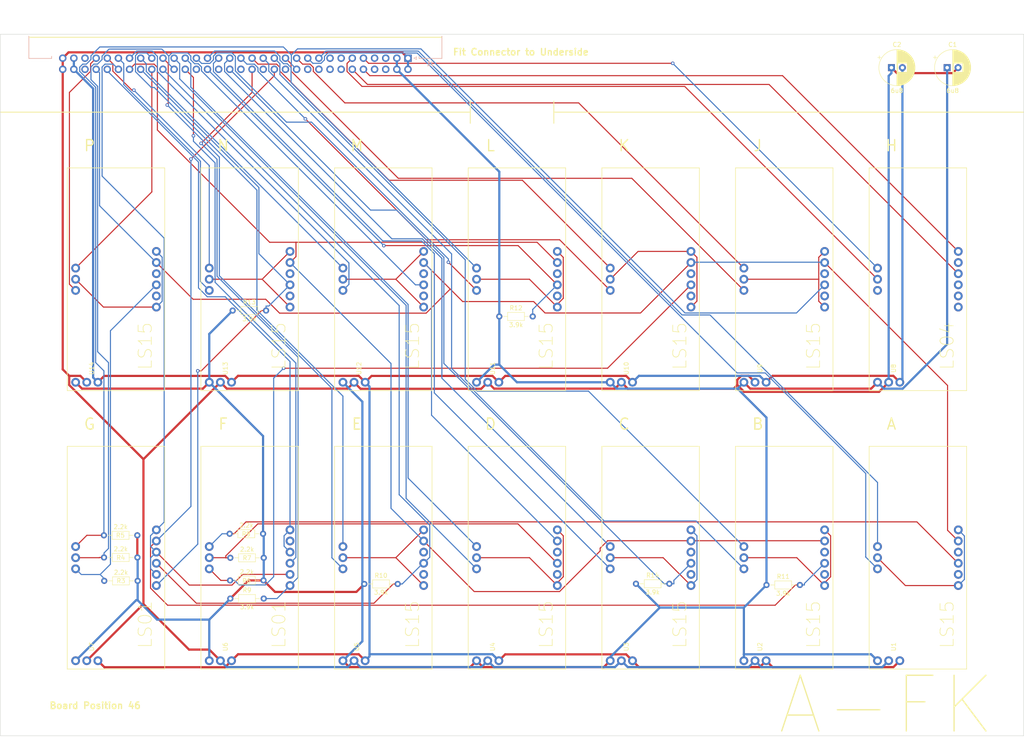
<source format=kicad_pcb>
(kicad_pcb (version 20171130) (host pcbnew "(5.0.0)")

  (general
    (thickness 1.6)
    (drawings 26)
    (tracks 620)
    (zones 0)
    (modules 29)
    (nets 58)
  )

  (page A3)
  (layers
    (0 F.Cu signal)
    (31 B.Cu signal)
    (32 B.Adhes user)
    (33 F.Adhes user)
    (34 B.Paste user)
    (35 F.Paste user)
    (36 B.SilkS user)
    (37 F.SilkS user)
    (38 B.Mask user)
    (39 F.Mask user)
    (40 Dwgs.User user)
    (41 Cmts.User user)
    (42 Eco1.User user)
    (43 Eco2.User user)
    (44 Edge.Cuts user)
    (45 Margin user)
    (46 B.CrtYd user)
    (47 F.CrtYd user)
    (48 B.Fab user)
    (49 F.Fab user)
  )

  (setup
    (last_trace_width 0.25)
    (trace_clearance 0.2)
    (zone_clearance 0.508)
    (zone_45_only no)
    (trace_min 0.2)
    (segment_width 0.2)
    (edge_width 0.1)
    (via_size 0.8)
    (via_drill 0.4)
    (via_min_size 0.4)
    (via_min_drill 0.3)
    (uvia_size 0.3)
    (uvia_drill 0.1)
    (uvias_allowed no)
    (uvia_min_size 0.2)
    (uvia_min_drill 0.1)
    (pcb_text_width 0.3)
    (pcb_text_size 1.5 1.5)
    (mod_edge_width 0.15)
    (mod_text_size 1 1)
    (mod_text_width 0.15)
    (pad_size 1.5 1.5)
    (pad_drill 0.6)
    (pad_to_mask_clearance 0)
    (aux_axis_origin 0 0)
    (visible_elements 7FFFFFFF)
    (pcbplotparams
      (layerselection 0x010fc_ffffffff)
      (usegerberextensions false)
      (usegerberattributes false)
      (usegerberadvancedattributes false)
      (creategerberjobfile false)
      (excludeedgelayer true)
      (linewidth 0.100000)
      (plotframeref false)
      (viasonmask false)
      (mode 1)
      (useauxorigin false)
      (hpglpennumber 1)
      (hpglpenspeed 20)
      (hpglpendiameter 15.000000)
      (psnegative false)
      (psa4output false)
      (plotreference true)
      (plotvalue true)
      (plotinvisibletext false)
      (padsonsilk false)
      (subtractmaskfromsilk false)
      (outputformat 1)
      (mirror false)
      (drillshape 0)
      (scaleselection 1)
      (outputdirectory "Gerber/"))
  )

  (net 0 "")
  (net 1 6v)
  (net 2 Neg6v)
  (net 3 GND)
  (net 4 RESET-2)
  (net 5 OTQ-1)
  (net 6 t1)
  (net 7 GTQ2)
  (net 8 t3-2)
  (net 9 GTQ1)
  (net 10 t4)
  (net 11 OTA-2)
  (net 12 GTQa)
  (net 13 OTA-1)
  (net 14 OTQ-2)
  (net 15 GTA2)
  (net 16 GTAa)
  (net 17 GTA1)
  (net 18 OTA-')
  (net 19 OTP-2)
  (net 20 MTPa)
  (net 21 OTP-1)
  (net 22 GTM2)
  (net 23 GTMa)
  (net 24 GTM1)
  (net 25 WTM2)
  (net 26 WTMa)
  (net 27 WTM1)
  (net 28 OTM-2)
  (net 29 OTMa)
  (net 30 OTM-1)
  (net 31 GTJ2)
  (net 32 GTJa)
  (net 33 GTJ1)
  (net 34 OTJ-2)
  (net 35 OTJ-')
  (net 36 OTJ-1)
  (net 37 OTG-2)
  (net 38 OTG-1)
  (net 39 SFDm)
  (net 40 SFD)
  (net 41 CRSm)
  (net 42 CRS)
  (net 43 "Net-(R3-Pad2)")
  (net 44 "Net-(R6-Pad2)")
  (net 45 "Net-(R7-Pad2)")
  (net 46 "Net-(R8-Pad2)")
  (net 47 "Net-(U1-Pad1)")
  (net 48 "Net-(U2-Pad1)")
  (net 49 "Net-(U3-Pad1)")
  (net 50 "Net-(U4-Pad1)")
  (net 51 "Net-(U5-Pad1)")
  (net 52 "Net-(U9-Pad1)")
  (net 53 "Net-(U10-Pad1)")
  (net 54 "Net-(U11-Pad1)")
  (net 55 "Net-(U12-Pad1)")
  (net 56 "Net-(U13-Pad1)")
  (net 57 "Net-(U14-Pad1)")

  (net_class Default "This is the default net class."
    (clearance 0.2)
    (trace_width 0.25)
    (via_dia 0.8)
    (via_drill 0.4)
    (uvia_dia 0.3)
    (uvia_drill 0.1)
    (add_net CRS)
    (add_net CRSm)
    (add_net GTA1)
    (add_net GTA2)
    (add_net GTAa)
    (add_net GTJ1)
    (add_net GTJ2)
    (add_net GTJa)
    (add_net GTM1)
    (add_net GTM2)
    (add_net GTMa)
    (add_net GTQ1)
    (add_net GTQ2)
    (add_net GTQa)
    (add_net MTPa)
    (add_net "Net-(R3-Pad2)")
    (add_net "Net-(R6-Pad2)")
    (add_net "Net-(R7-Pad2)")
    (add_net "Net-(R8-Pad2)")
    (add_net "Net-(U1-Pad1)")
    (add_net "Net-(U10-Pad1)")
    (add_net "Net-(U11-Pad1)")
    (add_net "Net-(U12-Pad1)")
    (add_net "Net-(U13-Pad1)")
    (add_net "Net-(U14-Pad1)")
    (add_net "Net-(U2-Pad1)")
    (add_net "Net-(U3-Pad1)")
    (add_net "Net-(U4-Pad1)")
    (add_net "Net-(U5-Pad1)")
    (add_net "Net-(U9-Pad1)")
    (add_net OTA-')
    (add_net OTA-1)
    (add_net OTA-2)
    (add_net OTG-1)
    (add_net OTG-2)
    (add_net OTJ-')
    (add_net OTJ-1)
    (add_net OTJ-2)
    (add_net OTM-1)
    (add_net OTM-2)
    (add_net OTMa)
    (add_net OTP-1)
    (add_net OTP-2)
    (add_net OTQ-1)
    (add_net OTQ-2)
    (add_net RESET-2)
    (add_net SFD)
    (add_net SFDm)
    (add_net WTM1)
    (add_net WTM2)
    (add_net WTMa)
    (add_net t1)
    (add_net t3-2)
    (add_net t4)
  )

  (net_class 6v ""
    (clearance 0.2)
    (trace_width 0.5)
    (via_dia 1.6)
    (via_drill 0.8)
    (uvia_dia 0.3)
    (uvia_drill 0.1)
    (add_net 6v)
  )

  (net_class GND ""
    (clearance 0.2)
    (trace_width 0.5)
    (via_dia 1.6)
    (via_drill 0.8)
    (uvia_dia 0.3)
    (uvia_drill 0.1)
    (add_net GND)
  )

  (net_class Neg6v ""
    (clearance 0.2)
    (trace_width 0.5)
    (via_dia 1.6)
    (via_drill 0.8)
    (uvia_dia 0.3)
    (uvia_drill 0.1)
    (add_net Neg6v)
  )

  (module ELLIOTT:LSA (layer F.Cu) (tedit 5D583939) (tstamp 5C3BE7AF)
    (at 228.6 101.6 90)
    (path /5D47AA33)
    (fp_text reference U8 (at 0 0.5 90) (layer F.SilkS)
      (effects (font (size 1 1) (thickness 0.15)))
    )
    (fp_text value LS04 (at 5.08 12.7 90) (layer F.SilkS)
      (effects (font (size 3 3) (thickness 0.15)))
    )
    (fp_line (start -5.08 17.145) (end -5.08 -5.08) (layer F.SilkS) (width 0.15))
    (fp_line (start 45.72 17.145) (end -5.08 17.145) (layer F.SilkS) (width 0.15))
    (fp_line (start 45.72 -5.08) (end 45.72 17.145) (layer F.SilkS) (width 0.15))
    (fp_line (start -5.08 -5.08) (end 45.72 -5.08) (layer F.SilkS) (width 0.15))
    (pad 13 thru_hole circle (at 22.86 -3.175 90) (size 2 2) (drill 1.1) (layers *.Cu *.Mask)
      (net 42 CRS))
    (pad 12 thru_hole circle (at 20.32 -3.175 90) (size 2 2) (drill 1.1) (layers *.Cu *.Mask)
      (net 40 SFD))
    (pad 11 thru_hole circle (at 17.78 -3.175 90) (size 2 2) (drill 1.1) (layers *.Cu *.Mask))
    (pad 6 thru_hole circle (at 26.67 15.24 90) (size 2 2) (drill 1.1) (layers *.Cu *.Mask)
      (net 41 CRSm))
    (pad 5 thru_hole circle (at 24.13 15.24 90) (size 2 2) (drill 1.1) (layers *.Cu *.Mask))
    (pad 4 thru_hole circle (at 21.59 15.24 90) (size 2 2) (drill 1.1) (layers *.Cu *.Mask)
      (net 39 SFDm))
    (pad 3 thru_hole circle (at 19.05 15.24 90) (size 2 2) (drill 1.1) (layers *.Cu *.Mask))
    (pad 2 thru_hole circle (at 16.51 15.24 90) (size 2 2) (drill 1.1) (layers *.Cu *.Mask))
    (pad 1 thru_hole circle (at 13.97 15.24 90) (size 2 2) (drill 1.1) (layers *.Cu *.Mask))
    (pad 23 thru_hole circle (at -3.175 1.905 90) (size 2 2) (drill 1.1) (layers *.Cu *.Mask)
      (net 2 Neg6v))
    (pad 22 thru_hole circle (at -3.175 -0.635 90) (size 2 2) (drill 1.1) (layers *.Cu *.Mask)
      (net 3 GND))
    (pad 21 thru_hole circle (at -3.175 -3.175 90) (size 2 2) (drill 1.1) (layers *.Cu *.Mask)
      (net 1 6v))
  )

  (module ELLIOTT:LSA (layer F.Cu) (tedit 5D583972) (tstamp 5C3BF006)
    (at 228.6 165.1 90)
    (path /5D6979A2)
    (fp_text reference U1 (at 0 0.5 90) (layer F.SilkS)
      (effects (font (size 1 1) (thickness 0.15)))
    )
    (fp_text value LS15 (at 5.08 12.7 90) (layer F.SilkS)
      (effects (font (size 3 3) (thickness 0.15)))
    )
    (fp_line (start -5.08 17.145) (end -5.08 -5.08) (layer F.SilkS) (width 0.15))
    (fp_line (start 45.72 17.145) (end -5.08 17.145) (layer F.SilkS) (width 0.15))
    (fp_line (start 45.72 -5.08) (end 45.72 17.145) (layer F.SilkS) (width 0.15))
    (fp_line (start -5.08 -5.08) (end 45.72 -5.08) (layer F.SilkS) (width 0.15))
    (pad 13 thru_hole circle (at 22.86 -3.175 90) (size 2 2) (drill 1.1) (layers *.Cu *.Mask)
      (net 38 OTG-1))
    (pad 12 thru_hole circle (at 20.32 -3.175 90) (size 2 2) (drill 1.1) (layers *.Cu *.Mask)
      (net 47 "Net-(U1-Pad1)"))
    (pad 11 thru_hole circle (at 17.78 -3.175 90) (size 2 2) (drill 1.1) (layers *.Cu *.Mask)
      (net 37 OTG-2))
    (pad 6 thru_hole circle (at 26.67 15.24 90) (size 2 2) (drill 1.1) (layers *.Cu *.Mask)
      (net 47 "Net-(U1-Pad1)"))
    (pad 5 thru_hole circle (at 24.13 15.24 90) (size 2 2) (drill 1.1) (layers *.Cu *.Mask)
      (net 4 RESET-2))
    (pad 4 thru_hole circle (at 21.59 15.24 90) (size 2 2) (drill 1.1) (layers *.Cu *.Mask))
    (pad 3 thru_hole circle (at 19.05 15.24 90) (size 2 2) (drill 1.1) (layers *.Cu *.Mask)
      (net 46 "Net-(R8-Pad2)"))
    (pad 2 thru_hole circle (at 16.51 15.24 90) (size 2 2) (drill 1.1) (layers *.Cu *.Mask))
    (pad 1 thru_hole circle (at 13.97 15.24 90) (size 2 2) (drill 1.1) (layers *.Cu *.Mask)
      (net 47 "Net-(U1-Pad1)"))
    (pad 23 thru_hole circle (at -3.175 1.905 90) (size 2 2) (drill 1.1) (layers *.Cu *.Mask)
      (net 2 Neg6v))
    (pad 22 thru_hole circle (at -3.175 -0.635 90) (size 2 2) (drill 1.1) (layers *.Cu *.Mask)
      (net 3 GND))
    (pad 21 thru_hole circle (at -3.175 -3.175 90) (size 2 2) (drill 1.1) (layers *.Cu *.Mask)
      (net 1 6v))
  )

  (module ELLIOTT:LSA (layer F.Cu) (tedit 5D5838E7) (tstamp 5C3E73DF)
    (at 106.68 101.6 90)
    (path /5D4817F9)
    (fp_text reference U12 (at 0 0.5 90) (layer F.SilkS)
      (effects (font (size 1 1) (thickness 0.15)))
    )
    (fp_text value LS15 (at 5.08 12.7 90) (layer F.SilkS)
      (effects (font (size 3 3) (thickness 0.15)))
    )
    (fp_line (start -5.08 17.145) (end -5.08 -5.08) (layer F.SilkS) (width 0.15))
    (fp_line (start 45.72 17.145) (end -5.08 17.145) (layer F.SilkS) (width 0.15))
    (fp_line (start 45.72 -5.08) (end 45.72 17.145) (layer F.SilkS) (width 0.15))
    (fp_line (start -5.08 -5.08) (end 45.72 -5.08) (layer F.SilkS) (width 0.15))
    (pad 13 thru_hole circle (at 22.86 -3.175 90) (size 2 2) (drill 1.1) (layers *.Cu *.Mask)
      (net 13 OTA-1))
    (pad 12 thru_hole circle (at 20.32 -3.175 90) (size 2 2) (drill 1.1) (layers *.Cu *.Mask)
      (net 55 "Net-(U12-Pad1)"))
    (pad 11 thru_hole circle (at 17.78 -3.175 90) (size 2 2) (drill 1.1) (layers *.Cu *.Mask)
      (net 11 OTA-2))
    (pad 6 thru_hole circle (at 26.67 15.24 90) (size 2 2) (drill 1.1) (layers *.Cu *.Mask)
      (net 55 "Net-(U12-Pad1)"))
    (pad 5 thru_hole circle (at 24.13 15.24 90) (size 2 2) (drill 1.1) (layers *.Cu *.Mask)
      (net 4 RESET-2))
    (pad 4 thru_hole circle (at 21.59 15.24 90) (size 2 2) (drill 1.1) (layers *.Cu *.Mask))
    (pad 3 thru_hole circle (at 19.05 15.24 90) (size 2 2) (drill 1.1) (layers *.Cu *.Mask)
      (net 18 OTA-'))
    (pad 2 thru_hole circle (at 16.51 15.24 90) (size 2 2) (drill 1.1) (layers *.Cu *.Mask))
    (pad 1 thru_hole circle (at 13.97 15.24 90) (size 2 2) (drill 1.1) (layers *.Cu *.Mask)
      (net 55 "Net-(U12-Pad1)"))
    (pad 23 thru_hole circle (at -3.175 1.905 90) (size 2 2) (drill 1.1) (layers *.Cu *.Mask)
      (net 2 Neg6v))
    (pad 22 thru_hole circle (at -3.175 -0.635 90) (size 2 2) (drill 1.1) (layers *.Cu *.Mask)
      (net 3 GND))
    (pad 21 thru_hole circle (at -3.175 -3.175 90) (size 2 2) (drill 1.1) (layers *.Cu *.Mask)
      (net 1 6v))
  )

  (module ELLIOTT:LSA (layer F.Cu) (tedit 5D58390C) (tstamp 5C3BE7EB)
    (at 137.16 101.6 90)
    (path /5D48166C)
    (fp_text reference U11 (at 0 0.5 90) (layer F.SilkS)
      (effects (font (size 1 1) (thickness 0.15)))
    )
    (fp_text value LS15 (at 5.08 12.7 90) (layer F.SilkS)
      (effects (font (size 3 3) (thickness 0.15)))
    )
    (fp_line (start -5.08 17.145) (end -5.08 -5.08) (layer F.SilkS) (width 0.15))
    (fp_line (start 45.72 17.145) (end -5.08 17.145) (layer F.SilkS) (width 0.15))
    (fp_line (start 45.72 -5.08) (end 45.72 17.145) (layer F.SilkS) (width 0.15))
    (fp_line (start -5.08 -5.08) (end 45.72 -5.08) (layer F.SilkS) (width 0.15))
    (pad 13 thru_hole circle (at 22.86 -3.175 90) (size 2 2) (drill 1.1) (layers *.Cu *.Mask)
      (net 24 GTM1))
    (pad 12 thru_hole circle (at 20.32 -3.175 90) (size 2 2) (drill 1.1) (layers *.Cu *.Mask)
      (net 54 "Net-(U11-Pad1)"))
    (pad 11 thru_hole circle (at 17.78 -3.175 90) (size 2 2) (drill 1.1) (layers *.Cu *.Mask)
      (net 22 GTM2))
    (pad 6 thru_hole circle (at 26.67 15.24 90) (size 2 2) (drill 1.1) (layers *.Cu *.Mask)
      (net 54 "Net-(U11-Pad1)"))
    (pad 5 thru_hole circle (at 24.13 15.24 90) (size 2 2) (drill 1.1) (layers *.Cu *.Mask)
      (net 10 t4))
    (pad 4 thru_hole circle (at 21.59 15.24 90) (size 2 2) (drill 1.1) (layers *.Cu *.Mask))
    (pad 3 thru_hole circle (at 19.05 15.24 90) (size 2 2) (drill 1.1) (layers *.Cu *.Mask)
      (net 23 GTMa))
    (pad 2 thru_hole circle (at 16.51 15.24 90) (size 2 2) (drill 1.1) (layers *.Cu *.Mask))
    (pad 1 thru_hole circle (at 13.97 15.24 90) (size 2 2) (drill 1.1) (layers *.Cu *.Mask)
      (net 54 "Net-(U11-Pad1)"))
    (pad 23 thru_hole circle (at -3.175 1.905 90) (size 2 2) (drill 1.1) (layers *.Cu *.Mask)
      (net 2 Neg6v))
    (pad 22 thru_hole circle (at -3.175 -0.635 90) (size 2 2) (drill 1.1) (layers *.Cu *.Mask)
      (net 3 GND))
    (pad 21 thru_hole circle (at -3.175 -3.175 90) (size 2 2) (drill 1.1) (layers *.Cu *.Mask)
      (net 1 6v))
  )

  (module ELLIOTT:LSA (layer F.Cu) (tedit 5D5838CB) (tstamp 5C3E7576)
    (at 45.72 101.6 90)
    (path /5D481945)
    (fp_text reference U14 (at 0 0.5 90) (layer F.SilkS)
      (effects (font (size 1 1) (thickness 0.15)))
    )
    (fp_text value LS15 (at 5.08 12.7 90) (layer F.SilkS)
      (effects (font (size 3 3) (thickness 0.15)))
    )
    (fp_line (start -5.08 17.145) (end -5.08 -5.08) (layer F.SilkS) (width 0.15))
    (fp_line (start 45.72 17.145) (end -5.08 17.145) (layer F.SilkS) (width 0.15))
    (fp_line (start 45.72 -5.08) (end 45.72 17.145) (layer F.SilkS) (width 0.15))
    (fp_line (start -5.08 -5.08) (end 45.72 -5.08) (layer F.SilkS) (width 0.15))
    (pad 13 thru_hole circle (at 22.86 -3.175 90) (size 2 2) (drill 1.1) (layers *.Cu *.Mask)
      (net 14 OTQ-2))
    (pad 12 thru_hole circle (at 20.32 -3.175 90) (size 2 2) (drill 1.1) (layers *.Cu *.Mask)
      (net 57 "Net-(U14-Pad1)"))
    (pad 11 thru_hole circle (at 17.78 -3.175 90) (size 2 2) (drill 1.1) (layers *.Cu *.Mask)
      (net 5 OTQ-1))
    (pad 6 thru_hole circle (at 26.67 15.24 90) (size 2 2) (drill 1.1) (layers *.Cu *.Mask)
      (net 57 "Net-(U14-Pad1)"))
    (pad 5 thru_hole circle (at 24.13 15.24 90) (size 2 2) (drill 1.1) (layers *.Cu *.Mask)
      (net 4 RESET-2))
    (pad 4 thru_hole circle (at 21.59 15.24 90) (size 2 2) (drill 1.1) (layers *.Cu *.Mask))
    (pad 3 thru_hole circle (at 19.05 15.24 90) (size 2 2) (drill 1.1) (layers *.Cu *.Mask)
      (net 43 "Net-(R3-Pad2)"))
    (pad 2 thru_hole circle (at 16.51 15.24 90) (size 2 2) (drill 1.1) (layers *.Cu *.Mask))
    (pad 1 thru_hole circle (at 13.97 15.24 90) (size 2 2) (drill 1.1) (layers *.Cu *.Mask)
      (net 57 "Net-(U14-Pad1)"))
    (pad 23 thru_hole circle (at -3.175 1.905 90) (size 2 2) (drill 1.1) (layers *.Cu *.Mask)
      (net 2 Neg6v))
    (pad 22 thru_hole circle (at -3.175 -0.635 90) (size 2 2) (drill 1.1) (layers *.Cu *.Mask)
      (net 3 GND))
    (pad 21 thru_hole circle (at -3.175 -3.175 90) (size 2 2) (drill 1.1) (layers *.Cu *.Mask)
      (net 1 6v))
  )

  (module ELLIOTT:LSA (layer F.Cu) (tedit 5D5838D8) (tstamp 5C3BE813)
    (at 76.2 101.6 90)
    (path /5D48189C)
    (fp_text reference U13 (at 0 0.5 90) (layer F.SilkS)
      (effects (font (size 1 1) (thickness 0.15)))
    )
    (fp_text value LS15 (at 5.08 12.7 90) (layer F.SilkS)
      (effects (font (size 3 3) (thickness 0.15)))
    )
    (fp_line (start -5.08 17.145) (end -5.08 -5.08) (layer F.SilkS) (width 0.15))
    (fp_line (start 45.72 17.145) (end -5.08 17.145) (layer F.SilkS) (width 0.15))
    (fp_line (start 45.72 -5.08) (end 45.72 17.145) (layer F.SilkS) (width 0.15))
    (fp_line (start -5.08 -5.08) (end 45.72 -5.08) (layer F.SilkS) (width 0.15))
    (pad 13 thru_hole circle (at 22.86 -3.175 90) (size 2 2) (drill 1.1) (layers *.Cu *.Mask)
      (net 7 GTQ2))
    (pad 12 thru_hole circle (at 20.32 -3.175 90) (size 2 2) (drill 1.1) (layers *.Cu *.Mask)
      (net 56 "Net-(U13-Pad1)"))
    (pad 11 thru_hole circle (at 17.78 -3.175 90) (size 2 2) (drill 1.1) (layers *.Cu *.Mask)
      (net 9 GTQ1))
    (pad 6 thru_hole circle (at 26.67 15.24 90) (size 2 2) (drill 1.1) (layers *.Cu *.Mask)
      (net 56 "Net-(U13-Pad1)"))
    (pad 5 thru_hole circle (at 24.13 15.24 90) (size 2 2) (drill 1.1) (layers *.Cu *.Mask)
      (net 10 t4))
    (pad 4 thru_hole circle (at 21.59 15.24 90) (size 2 2) (drill 1.1) (layers *.Cu *.Mask))
    (pad 3 thru_hole circle (at 19.05 15.24 90) (size 2 2) (drill 1.1) (layers *.Cu *.Mask)
      (net 12 GTQa))
    (pad 2 thru_hole circle (at 16.51 15.24 90) (size 2 2) (drill 1.1) (layers *.Cu *.Mask))
    (pad 1 thru_hole circle (at 13.97 15.24 90) (size 2 2) (drill 1.1) (layers *.Cu *.Mask)
      (net 56 "Net-(U13-Pad1)"))
    (pad 23 thru_hole circle (at -3.175 1.905 90) (size 2 2) (drill 1.1) (layers *.Cu *.Mask)
      (net 2 Neg6v))
    (pad 22 thru_hole circle (at -3.175 -0.635 90) (size 2 2) (drill 1.1) (layers *.Cu *.Mask)
      (net 3 GND))
    (pad 21 thru_hole circle (at -3.175 -3.175 90) (size 2 2) (drill 1.1) (layers *.Cu *.Mask)
      (net 1 6v))
  )

  (module ELLIOTT:R_Axial_DIN0204_L3.6mm_D1.6mm_P7.62mm_Horizontal (layer F.Cu) (tedit 5D5831BA) (tstamp 5C3BE5B1)
    (at 56.6928 150.063 180)
    (descr "Resistor, Axial_DIN0204 series, Axial, Horizontal, pin pitch=7.62mm, 0.167W, length*diameter=3.6*1.6mm^2, http://cdn-reichelt.de/documents/datenblatt/B400/1_4W%23YAG.pdf")
    (tags "Resistor Axial_DIN0204 series Axial Horizontal pin pitch 7.62mm 0.167W length 3.6mm diameter 1.6mm")
    (path /5D4D9283)
    (fp_text reference R3 (at 3.81 0 180) (layer F.SilkS)
      (effects (font (size 1 1) (thickness 0.15)))
    )
    (fp_text value 2.2k (at 3.81 1.92 180) (layer F.SilkS)
      (effects (font (size 1 1) (thickness 0.15)))
    )
    (fp_line (start 1.89 -0.92) (end 1.89 0.92) (layer F.SilkS) (width 0.12))
    (fp_line (start 1.89 0.92) (end 5.73 0.92) (layer F.SilkS) (width 0.12))
    (fp_line (start 5.73 0.92) (end 5.73 -0.92) (layer F.SilkS) (width 0.12))
    (fp_line (start 5.73 -0.92) (end 1.89 -0.92) (layer F.SilkS) (width 0.12))
    (fp_line (start 0.94 0) (end 1.89 0) (layer F.SilkS) (width 0.12))
    (fp_line (start 6.68 0) (end 5.73 0) (layer F.SilkS) (width 0.12))
    (fp_line (start -1.05 -1.25) (end -1.05 1.25) (layer F.CrtYd) (width 0.05))
    (fp_line (start -1.05 1.25) (end 8.67 1.25) (layer F.CrtYd) (width 0.05))
    (fp_line (start 8.67 1.25) (end 8.67 -1.25) (layer F.CrtYd) (width 0.05))
    (fp_line (start 8.67 -1.25) (end -1.05 -1.25) (layer F.CrtYd) (width 0.05))
    (pad 1 thru_hole circle (at 0 0 180) (size 1.4 1.4) (drill 0.7) (layers *.Cu *.Mask)
      (net 1 6v))
    (pad 2 thru_hole oval (at 7.62 0 180) (size 1.4 1.4) (drill 0.7) (layers *.Cu *.Mask)
      (net 43 "Net-(R3-Pad2)"))
    (model ${KISYS3DMOD}/Resistor_THT.3dshapes/R_Axial_DIN0204_L3.6mm_D1.6mm_P7.62mm_Horizontal.wrl
      (at (xyz 0 0 0))
      (scale (xyz 1 1 1))
      (rotate (xyz 0 0 0))
    )
  )

  (module ELLIOTT:R_Axial_DIN0204_L3.6mm_D1.6mm_P7.62mm_Horizontal (layer F.Cu) (tedit 5D5831CB) (tstamp 5C3E79D9)
    (at 56.642 144.729 180)
    (descr "Resistor, Axial_DIN0204 series, Axial, Horizontal, pin pitch=7.62mm, 0.167W, length*diameter=3.6*1.6mm^2, http://cdn-reichelt.de/documents/datenblatt/B400/1_4W%23YAG.pdf")
    (tags "Resistor Axial_DIN0204 series Axial Horizontal pin pitch 7.62mm 0.167W length 3.6mm diameter 1.6mm")
    (path /5D5646CE)
    (fp_text reference R4 (at 3.81 -0.0508 180) (layer F.SilkS)
      (effects (font (size 1 1) (thickness 0.15)))
    )
    (fp_text value 2.2k (at 3.81 1.92 180) (layer F.SilkS)
      (effects (font (size 1 1) (thickness 0.15)))
    )
    (fp_line (start 1.89 -0.92) (end 1.89 0.92) (layer F.SilkS) (width 0.12))
    (fp_line (start 1.89 0.92) (end 5.73 0.92) (layer F.SilkS) (width 0.12))
    (fp_line (start 5.73 0.92) (end 5.73 -0.92) (layer F.SilkS) (width 0.12))
    (fp_line (start 5.73 -0.92) (end 1.89 -0.92) (layer F.SilkS) (width 0.12))
    (fp_line (start 0.94 0) (end 1.89 0) (layer F.SilkS) (width 0.12))
    (fp_line (start 6.68 0) (end 5.73 0) (layer F.SilkS) (width 0.12))
    (fp_line (start -1.05 -1.25) (end -1.05 1.25) (layer F.CrtYd) (width 0.05))
    (fp_line (start -1.05 1.25) (end 8.67 1.25) (layer F.CrtYd) (width 0.05))
    (fp_line (start 8.67 1.25) (end 8.67 -1.25) (layer F.CrtYd) (width 0.05))
    (fp_line (start 8.67 -1.25) (end -1.05 -1.25) (layer F.CrtYd) (width 0.05))
    (pad 1 thru_hole circle (at 0 0 180) (size 1.4 1.4) (drill 0.7) (layers *.Cu *.Mask)
      (net 1 6v))
    (pad 2 thru_hole oval (at 7.62 0 180) (size 1.4 1.4) (drill 0.7) (layers *.Cu *.Mask)
      (net 18 OTA-'))
    (model ${KISYS3DMOD}/Resistor_THT.3dshapes/R_Axial_DIN0204_L3.6mm_D1.6mm_P7.62mm_Horizontal.wrl
      (at (xyz 0 0 0))
      (scale (xyz 1 1 1))
      (rotate (xyz 0 0 0))
    )
  )

  (module ELLIOTT:R_Axial_DIN0204_L3.6mm_D1.6mm_P7.62mm_Horizontal (layer F.Cu) (tedit 5D5831D3) (tstamp 5D583282)
    (at 56.6166 139.675 180)
    (descr "Resistor, Axial_DIN0204 series, Axial, Horizontal, pin pitch=7.62mm, 0.167W, length*diameter=3.6*1.6mm^2, http://cdn-reichelt.de/documents/datenblatt/B400/1_4W%23YAG.pdf")
    (tags "Resistor Axial_DIN0204 series Axial Horizontal pin pitch 7.62mm 0.167W length 3.6mm diameter 1.6mm")
    (path /5D57E573)
    (fp_text reference R5 (at 3.8608 0 180) (layer F.SilkS)
      (effects (font (size 1 1) (thickness 0.15)))
    )
    (fp_text value 2.2k (at 3.81 1.92 180) (layer F.SilkS)
      (effects (font (size 1 1) (thickness 0.15)))
    )
    (fp_line (start 1.89 -0.92) (end 1.89 0.92) (layer F.SilkS) (width 0.12))
    (fp_line (start 1.89 0.92) (end 5.73 0.92) (layer F.SilkS) (width 0.12))
    (fp_line (start 5.73 0.92) (end 5.73 -0.92) (layer F.SilkS) (width 0.12))
    (fp_line (start 5.73 -0.92) (end 1.89 -0.92) (layer F.SilkS) (width 0.12))
    (fp_line (start 0.94 0) (end 1.89 0) (layer F.SilkS) (width 0.12))
    (fp_line (start 6.68 0) (end 5.73 0) (layer F.SilkS) (width 0.12))
    (fp_line (start -1.05 -1.25) (end -1.05 1.25) (layer F.CrtYd) (width 0.05))
    (fp_line (start -1.05 1.25) (end 8.67 1.25) (layer F.CrtYd) (width 0.05))
    (fp_line (start 8.67 1.25) (end 8.67 -1.25) (layer F.CrtYd) (width 0.05))
    (fp_line (start 8.67 -1.25) (end -1.05 -1.25) (layer F.CrtYd) (width 0.05))
    (pad 1 thru_hole circle (at 0 0 180) (size 1.4 1.4) (drill 0.7) (layers *.Cu *.Mask)
      (net 1 6v))
    (pad 2 thru_hole oval (at 7.62 0 180) (size 1.4 1.4) (drill 0.7) (layers *.Cu *.Mask)
      (net 35 OTJ-'))
    (model ${KISYS3DMOD}/Resistor_THT.3dshapes/R_Axial_DIN0204_L3.6mm_D1.6mm_P7.62mm_Horizontal.wrl
      (at (xyz 0 0 0))
      (scale (xyz 1 1 1))
      (rotate (xyz 0 0 0))
    )
  )

  (module ELLIOTT:R_Axial_DIN0204_L3.6mm_D1.6mm_P7.62mm_Horizontal (layer F.Cu) (tedit 5D583286) (tstamp 5C3BE5E1)
    (at 85.3948 149.962 180)
    (descr "Resistor, Axial_DIN0204 series, Axial, Horizontal, pin pitch=7.62mm, 0.167W, length*diameter=3.6*1.6mm^2, http://cdn-reichelt.de/documents/datenblatt/B400/1_4W%23YAG.pdf")
    (tags "Resistor Axial_DIN0204 series Axial Horizontal pin pitch 7.62mm 0.167W length 3.6mm diameter 1.6mm")
    (path /5D5C349A)
    (fp_text reference R6 (at 3.8608 -0.1016) (layer F.SilkS)
      (effects (font (size 1 1) (thickness 0.15)))
    )
    (fp_text value 2.2k (at 3.81 1.92 180) (layer F.SilkS)
      (effects (font (size 1 1) (thickness 0.15)))
    )
    (fp_line (start 1.89 -0.92) (end 1.89 0.92) (layer F.SilkS) (width 0.12))
    (fp_line (start 1.89 0.92) (end 5.73 0.92) (layer F.SilkS) (width 0.12))
    (fp_line (start 5.73 0.92) (end 5.73 -0.92) (layer F.SilkS) (width 0.12))
    (fp_line (start 5.73 -0.92) (end 1.89 -0.92) (layer F.SilkS) (width 0.12))
    (fp_line (start 0.94 0) (end 1.89 0) (layer F.SilkS) (width 0.12))
    (fp_line (start 6.68 0) (end 5.73 0) (layer F.SilkS) (width 0.12))
    (fp_line (start -1.05 -1.25) (end -1.05 1.25) (layer F.CrtYd) (width 0.05))
    (fp_line (start -1.05 1.25) (end 8.67 1.25) (layer F.CrtYd) (width 0.05))
    (fp_line (start 8.67 1.25) (end 8.67 -1.25) (layer F.CrtYd) (width 0.05))
    (fp_line (start 8.67 -1.25) (end -1.05 -1.25) (layer F.CrtYd) (width 0.05))
    (pad 1 thru_hole circle (at 0 0 180) (size 1.4 1.4) (drill 0.7) (layers *.Cu *.Mask)
      (net 1 6v))
    (pad 2 thru_hole oval (at 7.62 0 180) (size 1.4 1.4) (drill 0.7) (layers *.Cu *.Mask)
      (net 44 "Net-(R6-Pad2)"))
    (model ${KISYS3DMOD}/Resistor_THT.3dshapes/R_Axial_DIN0204_L3.6mm_D1.6mm_P7.62mm_Horizontal.wrl
      (at (xyz 0 0 0))
      (scale (xyz 1 1 1))
      (rotate (xyz 0 0 0))
    )
  )

  (module ELLIOTT:R_Axial_DIN0204_L3.6mm_D1.6mm_P7.62mm_Horizontal (layer F.Cu) (tedit 5D583249) (tstamp 5C3BE5F1)
    (at 85.4456 144.805 180)
    (descr "Resistor, Axial_DIN0204 series, Axial, Horizontal, pin pitch=7.62mm, 0.167W, length*diameter=3.6*1.6mm^2, http://cdn-reichelt.de/documents/datenblatt/B400/1_4W%23YAG.pdf")
    (tags "Resistor Axial_DIN0204 series Axial Horizontal pin pitch 7.62mm 0.167W length 3.6mm diameter 1.6mm")
    (path /5D5F9F5E)
    (fp_text reference R7 (at 3.81 -0.0508 180) (layer F.SilkS)
      (effects (font (size 1 1) (thickness 0.15)))
    )
    (fp_text value 2.2k (at 3.81 1.92 180) (layer F.SilkS)
      (effects (font (size 1 1) (thickness 0.15)))
    )
    (fp_line (start 1.89 -0.92) (end 1.89 0.92) (layer F.SilkS) (width 0.12))
    (fp_line (start 1.89 0.92) (end 5.73 0.92) (layer F.SilkS) (width 0.12))
    (fp_line (start 5.73 0.92) (end 5.73 -0.92) (layer F.SilkS) (width 0.12))
    (fp_line (start 5.73 -0.92) (end 1.89 -0.92) (layer F.SilkS) (width 0.12))
    (fp_line (start 0.94 0) (end 1.89 0) (layer F.SilkS) (width 0.12))
    (fp_line (start 6.68 0) (end 5.73 0) (layer F.SilkS) (width 0.12))
    (fp_line (start -1.05 -1.25) (end -1.05 1.25) (layer F.CrtYd) (width 0.05))
    (fp_line (start -1.05 1.25) (end 8.67 1.25) (layer F.CrtYd) (width 0.05))
    (fp_line (start 8.67 1.25) (end 8.67 -1.25) (layer F.CrtYd) (width 0.05))
    (fp_line (start 8.67 -1.25) (end -1.05 -1.25) (layer F.CrtYd) (width 0.05))
    (pad 1 thru_hole circle (at 0 0 180) (size 1.4 1.4) (drill 0.7) (layers *.Cu *.Mask)
      (net 1 6v))
    (pad 2 thru_hole oval (at 7.62 0 180) (size 1.4 1.4) (drill 0.7) (layers *.Cu *.Mask)
      (net 45 "Net-(R7-Pad2)"))
    (model ${KISYS3DMOD}/Resistor_THT.3dshapes/R_Axial_DIN0204_L3.6mm_D1.6mm_P7.62mm_Horizontal.wrl
      (at (xyz 0 0 0))
      (scale (xyz 1 1 1))
      (rotate (xyz 0 0 0))
    )
  )

  (module ELLIOTT:R_Axial_DIN0204_L3.6mm_D1.6mm_P7.62mm_Horizontal (layer F.Cu) (tedit 5D5832BC) (tstamp 5C3BE601)
    (at 85.2932 139.319 180)
    (descr "Resistor, Axial_DIN0204 series, Axial, Horizontal, pin pitch=7.62mm, 0.167W, length*diameter=3.6*1.6mm^2, http://cdn-reichelt.de/documents/datenblatt/B400/1_4W%23YAG.pdf")
    (tags "Resistor Axial_DIN0204 series Axial Horizontal pin pitch 7.62mm 0.167W length 3.6mm diameter 1.6mm")
    (path /5D4BD0AB)
    (fp_text reference R8 (at 3.8608 -0.0508 180) (layer F.SilkS)
      (effects (font (size 1 1) (thickness 0.15)))
    )
    (fp_text value 2.2k (at 3.81 1.92 180) (layer F.SilkS)
      (effects (font (size 1 1) (thickness 0.15)))
    )
    (fp_line (start 1.89 -0.92) (end 1.89 0.92) (layer F.SilkS) (width 0.12))
    (fp_line (start 1.89 0.92) (end 5.73 0.92) (layer F.SilkS) (width 0.12))
    (fp_line (start 5.73 0.92) (end 5.73 -0.92) (layer F.SilkS) (width 0.12))
    (fp_line (start 5.73 -0.92) (end 1.89 -0.92) (layer F.SilkS) (width 0.12))
    (fp_line (start 0.94 0) (end 1.89 0) (layer F.SilkS) (width 0.12))
    (fp_line (start 6.68 0) (end 5.73 0) (layer F.SilkS) (width 0.12))
    (fp_line (start -1.05 -1.25) (end -1.05 1.25) (layer F.CrtYd) (width 0.05))
    (fp_line (start -1.05 1.25) (end 8.67 1.25) (layer F.CrtYd) (width 0.05))
    (fp_line (start 8.67 1.25) (end 8.67 -1.25) (layer F.CrtYd) (width 0.05))
    (fp_line (start 8.67 -1.25) (end -1.05 -1.25) (layer F.CrtYd) (width 0.05))
    (pad 1 thru_hole circle (at 0 0 180) (size 1.4 1.4) (drill 0.7) (layers *.Cu *.Mask)
      (net 1 6v))
    (pad 2 thru_hole oval (at 7.62 0 180) (size 1.4 1.4) (drill 0.7) (layers *.Cu *.Mask)
      (net 46 "Net-(R8-Pad2)"))
    (model ${KISYS3DMOD}/Resistor_THT.3dshapes/R_Axial_DIN0204_L3.6mm_D1.6mm_P7.62mm_Horizontal.wrl
      (at (xyz 0 0 0))
      (scale (xyz 1 1 1))
      (rotate (xyz 0 0 0))
    )
  )

  (module ELLIOTT:R_Axial_DIN0204_L3.6mm_D1.6mm_P7.62mm_Horizontal (layer F.Cu) (tedit 5D58352F) (tstamp 5C3BE611)
    (at 77.8256 154.102)
    (descr "Resistor, Axial_DIN0204 series, Axial, Horizontal, pin pitch=7.62mm, 0.167W, length*diameter=3.6*1.6mm^2, http://cdn-reichelt.de/documents/datenblatt/B400/1_4W%23YAG.pdf")
    (tags "Resistor Axial_DIN0204 series Axial Horizontal pin pitch 7.62mm 0.167W length 3.6mm diameter 1.6mm")
    (path /5D786DB2)
    (fp_text reference R9 (at 3.81 -1.92) (layer F.SilkS)
      (effects (font (size 1 1) (thickness 0.15)))
    )
    (fp_text value 3.9k (at 3.81 1.92) (layer F.SilkS)
      (effects (font (size 1 1) (thickness 0.15)))
    )
    (fp_line (start 1.89 -0.92) (end 1.89 0.92) (layer F.SilkS) (width 0.12))
    (fp_line (start 1.89 0.92) (end 5.73 0.92) (layer F.SilkS) (width 0.12))
    (fp_line (start 5.73 0.92) (end 5.73 -0.92) (layer F.SilkS) (width 0.12))
    (fp_line (start 5.73 -0.92) (end 1.89 -0.92) (layer F.SilkS) (width 0.12))
    (fp_line (start 0.94 0) (end 1.89 0) (layer F.SilkS) (width 0.12))
    (fp_line (start 6.68 0) (end 5.73 0) (layer F.SilkS) (width 0.12))
    (fp_line (start -1.05 -1.25) (end -1.05 1.25) (layer F.CrtYd) (width 0.05))
    (fp_line (start -1.05 1.25) (end 8.67 1.25) (layer F.CrtYd) (width 0.05))
    (fp_line (start 8.67 1.25) (end 8.67 -1.25) (layer F.CrtYd) (width 0.05))
    (fp_line (start 8.67 -1.25) (end -1.05 -1.25) (layer F.CrtYd) (width 0.05))
    (pad 1 thru_hole circle (at 0 0) (size 1.4 1.4) (drill 0.7) (layers *.Cu *.Mask)
      (net 1 6v))
    (pad 2 thru_hole oval (at 7.62 0) (size 1.4 1.4) (drill 0.7) (layers *.Cu *.Mask)
      (net 29 OTMa))
    (model ${KISYS3DMOD}/Resistor_THT.3dshapes/R_Axial_DIN0204_L3.6mm_D1.6mm_P7.62mm_Horizontal.wrl
      (at (xyz 0 0 0))
      (scale (xyz 1 1 1))
      (rotate (xyz 0 0 0))
    )
  )

  (module ELLIOTT:R_Axial_DIN0204_L3.6mm_D1.6mm_P7.62mm_Horizontal (layer F.Cu) (tedit 5D583550) (tstamp 5C3BE621)
    (at 108.382 150.774)
    (descr "Resistor, Axial_DIN0204 series, Axial, Horizontal, pin pitch=7.62mm, 0.167W, length*diameter=3.6*1.6mm^2, http://cdn-reichelt.de/documents/datenblatt/B400/1_4W%23YAG.pdf")
    (tags "Resistor Axial_DIN0204 series Axial Horizontal pin pitch 7.62mm 0.167W length 3.6mm diameter 1.6mm")
    (path /5D7B59ED)
    (fp_text reference R10 (at 3.81 -1.92) (layer F.SilkS)
      (effects (font (size 1 1) (thickness 0.15)))
    )
    (fp_text value 3.9k (at 3.81 1.92) (layer F.SilkS)
      (effects (font (size 1 1) (thickness 0.15)))
    )
    (fp_line (start 1.89 -0.92) (end 1.89 0.92) (layer F.SilkS) (width 0.12))
    (fp_line (start 1.89 0.92) (end 5.73 0.92) (layer F.SilkS) (width 0.12))
    (fp_line (start 5.73 0.92) (end 5.73 -0.92) (layer F.SilkS) (width 0.12))
    (fp_line (start 5.73 -0.92) (end 1.89 -0.92) (layer F.SilkS) (width 0.12))
    (fp_line (start 0.94 0) (end 1.89 0) (layer F.SilkS) (width 0.12))
    (fp_line (start 6.68 0) (end 5.73 0) (layer F.SilkS) (width 0.12))
    (fp_line (start -1.05 -1.25) (end -1.05 1.25) (layer F.CrtYd) (width 0.05))
    (fp_line (start -1.05 1.25) (end 8.67 1.25) (layer F.CrtYd) (width 0.05))
    (fp_line (start 8.67 1.25) (end 8.67 -1.25) (layer F.CrtYd) (width 0.05))
    (fp_line (start 8.67 -1.25) (end -1.05 -1.25) (layer F.CrtYd) (width 0.05))
    (pad 1 thru_hole circle (at 0 0) (size 1.4 1.4) (drill 0.7) (layers *.Cu *.Mask)
      (net 1 6v))
    (pad 2 thru_hole oval (at 7.62 0) (size 1.4 1.4) (drill 0.7) (layers *.Cu *.Mask)
      (net 16 GTAa))
    (model ${KISYS3DMOD}/Resistor_THT.3dshapes/R_Axial_DIN0204_L3.6mm_D1.6mm_P7.62mm_Horizontal.wrl
      (at (xyz 0 0 0))
      (scale (xyz 1 1 1))
      (rotate (xyz 0 0 0))
    )
  )

  (module ELLIOTT:R_Axial_DIN0204_L3.6mm_D1.6mm_P7.62mm_Horizontal (layer F.Cu) (tedit 5D583652) (tstamp 5C313948)
    (at 200.101 151.003)
    (descr "Resistor, Axial_DIN0204 series, Axial, Horizontal, pin pitch=7.62mm, 0.167W, length*diameter=3.6*1.6mm^2, http://cdn-reichelt.de/documents/datenblatt/B400/1_4W%23YAG.pdf")
    (tags "Resistor Axial_DIN0204 series Axial Horizontal pin pitch 7.62mm 0.167W length 3.6mm diameter 1.6mm")
    (path /5D7B5A91)
    (fp_text reference R11 (at 3.81 -1.92) (layer F.SilkS)
      (effects (font (size 1 1) (thickness 0.15)))
    )
    (fp_text value 3.9k (at 3.81 1.92) (layer F.SilkS)
      (effects (font (size 1 1) (thickness 0.15)))
    )
    (fp_line (start 1.89 -0.92) (end 1.89 0.92) (layer F.SilkS) (width 0.12))
    (fp_line (start 1.89 0.92) (end 5.73 0.92) (layer F.SilkS) (width 0.12))
    (fp_line (start 5.73 0.92) (end 5.73 -0.92) (layer F.SilkS) (width 0.12))
    (fp_line (start 5.73 -0.92) (end 1.89 -0.92) (layer F.SilkS) (width 0.12))
    (fp_line (start 0.94 0) (end 1.89 0) (layer F.SilkS) (width 0.12))
    (fp_line (start 6.68 0) (end 5.73 0) (layer F.SilkS) (width 0.12))
    (fp_line (start -1.05 -1.25) (end -1.05 1.25) (layer F.CrtYd) (width 0.05))
    (fp_line (start -1.05 1.25) (end 8.67 1.25) (layer F.CrtYd) (width 0.05))
    (fp_line (start 8.67 1.25) (end 8.67 -1.25) (layer F.CrtYd) (width 0.05))
    (fp_line (start 8.67 -1.25) (end -1.05 -1.25) (layer F.CrtYd) (width 0.05))
    (pad 1 thru_hole circle (at 0 0) (size 1.4 1.4) (drill 0.7) (layers *.Cu *.Mask)
      (net 1 6v))
    (pad 2 thru_hole oval (at 7.62 0) (size 1.4 1.4) (drill 0.7) (layers *.Cu *.Mask)
      (net 32 GTJa))
    (model ${KISYS3DMOD}/Resistor_THT.3dshapes/R_Axial_DIN0204_L3.6mm_D1.6mm_P7.62mm_Horizontal.wrl
      (at (xyz 0 0 0))
      (scale (xyz 1 1 1))
      (rotate (xyz 0 0 0))
    )
  )

  (module ELLIOTT:R_Axial_DIN0204_L3.6mm_D1.6mm_P7.62mm_Horizontal (layer F.Cu) (tedit 5D58341B) (tstamp 5C3BE641)
    (at 139.167 89.7636)
    (descr "Resistor, Axial_DIN0204 series, Axial, Horizontal, pin pitch=7.62mm, 0.167W, length*diameter=3.6*1.6mm^2, http://cdn-reichelt.de/documents/datenblatt/B400/1_4W%23YAG.pdf")
    (tags "Resistor Axial_DIN0204 series Axial Horizontal pin pitch 7.62mm 0.167W length 3.6mm diameter 1.6mm")
    (path /5D7B5B37)
    (fp_text reference R12 (at 3.81 -1.92) (layer F.SilkS)
      (effects (font (size 1 1) (thickness 0.15)))
    )
    (fp_text value 3.9k (at 3.81 1.92) (layer F.SilkS)
      (effects (font (size 1 1) (thickness 0.15)))
    )
    (fp_line (start 1.89 -0.92) (end 1.89 0.92) (layer F.SilkS) (width 0.12))
    (fp_line (start 1.89 0.92) (end 5.73 0.92) (layer F.SilkS) (width 0.12))
    (fp_line (start 5.73 0.92) (end 5.73 -0.92) (layer F.SilkS) (width 0.12))
    (fp_line (start 5.73 -0.92) (end 1.89 -0.92) (layer F.SilkS) (width 0.12))
    (fp_line (start 0.94 0) (end 1.89 0) (layer F.SilkS) (width 0.12))
    (fp_line (start 6.68 0) (end 5.73 0) (layer F.SilkS) (width 0.12))
    (fp_line (start -1.05 -1.25) (end -1.05 1.25) (layer F.CrtYd) (width 0.05))
    (fp_line (start -1.05 1.25) (end 8.67 1.25) (layer F.CrtYd) (width 0.05))
    (fp_line (start 8.67 1.25) (end 8.67 -1.25) (layer F.CrtYd) (width 0.05))
    (fp_line (start 8.67 -1.25) (end -1.05 -1.25) (layer F.CrtYd) (width 0.05))
    (pad 1 thru_hole circle (at 0 0) (size 1.4 1.4) (drill 0.7) (layers *.Cu *.Mask)
      (net 1 6v))
    (pad 2 thru_hole oval (at 7.62 0) (size 1.4 1.4) (drill 0.7) (layers *.Cu *.Mask)
      (net 23 GTMa))
    (model ${KISYS3DMOD}/Resistor_THT.3dshapes/R_Axial_DIN0204_L3.6mm_D1.6mm_P7.62mm_Horizontal.wrl
      (at (xyz 0 0 0))
      (scale (xyz 1 1 1))
      (rotate (xyz 0 0 0))
    )
  )

  (module ELLIOTT:R_Axial_DIN0204_L3.6mm_D1.6mm_P7.62mm_Horizontal (layer F.Cu) (tedit 5D5838F5) (tstamp 5C3BE651)
    (at 78.359 88.4174)
    (descr "Resistor, Axial_DIN0204 series, Axial, Horizontal, pin pitch=7.62mm, 0.167W, length*diameter=3.6*1.6mm^2, http://cdn-reichelt.de/documents/datenblatt/B400/1_4W%23YAG.pdf")
    (tags "Resistor Axial_DIN0204 series Axial Horizontal pin pitch 7.62mm 0.167W length 3.6mm diameter 1.6mm")
    (path /5D7B5BDF)
    (fp_text reference R13 (at 3.81 -1.92) (layer F.SilkS)
      (effects (font (size 1 1) (thickness 0.15)))
    )
    (fp_text value 3.9k (at 3.81 1.92) (layer F.SilkS)
      (effects (font (size 1 1) (thickness 0.15)))
    )
    (fp_line (start 1.89 -0.92) (end 1.89 0.92) (layer F.SilkS) (width 0.12))
    (fp_line (start 1.89 0.92) (end 5.73 0.92) (layer F.SilkS) (width 0.12))
    (fp_line (start 5.73 0.92) (end 5.73 -0.92) (layer F.SilkS) (width 0.12))
    (fp_line (start 5.73 -0.92) (end 1.89 -0.92) (layer F.SilkS) (width 0.12))
    (fp_line (start 0.94 0) (end 1.89 0) (layer F.SilkS) (width 0.12))
    (fp_line (start 6.68 0) (end 5.73 0) (layer F.SilkS) (width 0.12))
    (fp_line (start -1.05 -1.25) (end -1.05 1.25) (layer F.CrtYd) (width 0.05))
    (fp_line (start -1.05 1.25) (end 8.67 1.25) (layer F.CrtYd) (width 0.05))
    (fp_line (start 8.67 1.25) (end 8.67 -1.25) (layer F.CrtYd) (width 0.05))
    (fp_line (start 8.67 -1.25) (end -1.05 -1.25) (layer F.CrtYd) (width 0.05))
    (pad 1 thru_hole circle (at 0 0) (size 1.4 1.4) (drill 0.7) (layers *.Cu *.Mask)
      (net 1 6v))
    (pad 2 thru_hole oval (at 7.62 0) (size 1.4 1.4) (drill 0.7) (layers *.Cu *.Mask)
      (net 12 GTQa))
    (model ${KISYS3DMOD}/Resistor_THT.3dshapes/R_Axial_DIN0204_L3.6mm_D1.6mm_P7.62mm_Horizontal.wrl
      (at (xyz 0 0 0))
      (scale (xyz 1 1 1))
      (rotate (xyz 0 0 0))
    )
  )

  (module ELLIOTT:R_Axial_DIN0204_L3.6mm_D1.6mm_P7.62mm_Horizontal (layer F.Cu) (tedit 5D58364A) (tstamp 5C3BFF91)
    (at 170.332 150.724)
    (descr "Resistor, Axial_DIN0204 series, Axial, Horizontal, pin pitch=7.62mm, 0.167W, length*diameter=3.6*1.6mm^2, http://cdn-reichelt.de/documents/datenblatt/B400/1_4W%23YAG.pdf")
    (tags "Resistor Axial_DIN0204 series Axial Horizontal pin pitch 7.62mm 0.167W length 3.6mm diameter 1.6mm")
    (path /5D7B5C89)
    (fp_text reference R14 (at 3.81 -1.92) (layer F.SilkS)
      (effects (font (size 1 1) (thickness 0.15)))
    )
    (fp_text value 3.9k (at 3.81 1.92) (layer F.SilkS)
      (effects (font (size 1 1) (thickness 0.15)))
    )
    (fp_line (start 1.89 -0.92) (end 1.89 0.92) (layer F.SilkS) (width 0.12))
    (fp_line (start 1.89 0.92) (end 5.73 0.92) (layer F.SilkS) (width 0.12))
    (fp_line (start 5.73 0.92) (end 5.73 -0.92) (layer F.SilkS) (width 0.12))
    (fp_line (start 5.73 -0.92) (end 1.89 -0.92) (layer F.SilkS) (width 0.12))
    (fp_line (start 0.94 0) (end 1.89 0) (layer F.SilkS) (width 0.12))
    (fp_line (start 6.68 0) (end 5.73 0) (layer F.SilkS) (width 0.12))
    (fp_line (start -1.05 -1.25) (end -1.05 1.25) (layer F.CrtYd) (width 0.05))
    (fp_line (start -1.05 1.25) (end 8.67 1.25) (layer F.CrtYd) (width 0.05))
    (fp_line (start 8.67 1.25) (end 8.67 -1.25) (layer F.CrtYd) (width 0.05))
    (fp_line (start 8.67 -1.25) (end -1.05 -1.25) (layer F.CrtYd) (width 0.05))
    (pad 1 thru_hole circle (at 0 0) (size 1.4 1.4) (drill 0.7) (layers *.Cu *.Mask)
      (net 1 6v))
    (pad 2 thru_hole oval (at 7.62 0) (size 1.4 1.4) (drill 0.7) (layers *.Cu *.Mask)
      (net 26 WTMa))
    (model ${KISYS3DMOD}/Resistor_THT.3dshapes/R_Axial_DIN0204_L3.6mm_D1.6mm_P7.62mm_Horizontal.wrl
      (at (xyz 0 0 0))
      (scale (xyz 1 1 1))
      (rotate (xyz 0 0 0))
    )
  )

  (module ELLIOTT:LSA (layer F.Cu) (tedit 5D58397A) (tstamp 5C3BE737)
    (at 198.12 165.1 90)
    (path /5D697E26)
    (fp_text reference U2 (at 0 0.5 90) (layer F.SilkS)
      (effects (font (size 1 1) (thickness 0.15)))
    )
    (fp_text value LS15 (at 5.08 12.7 90) (layer F.SilkS)
      (effects (font (size 3 3) (thickness 0.15)))
    )
    (fp_line (start -5.08 17.145) (end -5.08 -5.08) (layer F.SilkS) (width 0.15))
    (fp_line (start 45.72 17.145) (end -5.08 17.145) (layer F.SilkS) (width 0.15))
    (fp_line (start 45.72 -5.08) (end 45.72 17.145) (layer F.SilkS) (width 0.15))
    (fp_line (start -5.08 -5.08) (end 45.72 -5.08) (layer F.SilkS) (width 0.15))
    (pad 13 thru_hole circle (at 22.86 -3.175 90) (size 2 2) (drill 1.1) (layers *.Cu *.Mask)
      (net 33 GTJ1))
    (pad 12 thru_hole circle (at 20.32 -3.175 90) (size 2 2) (drill 1.1) (layers *.Cu *.Mask)
      (net 48 "Net-(U2-Pad1)"))
    (pad 11 thru_hole circle (at 17.78 -3.175 90) (size 2 2) (drill 1.1) (layers *.Cu *.Mask)
      (net 31 GTJ2))
    (pad 6 thru_hole circle (at 26.67 15.24 90) (size 2 2) (drill 1.1) (layers *.Cu *.Mask)
      (net 48 "Net-(U2-Pad1)"))
    (pad 5 thru_hole circle (at 24.13 15.24 90) (size 2 2) (drill 1.1) (layers *.Cu *.Mask)
      (net 10 t4))
    (pad 4 thru_hole circle (at 21.59 15.24 90) (size 2 2) (drill 1.1) (layers *.Cu *.Mask))
    (pad 3 thru_hole circle (at 19.05 15.24 90) (size 2 2) (drill 1.1) (layers *.Cu *.Mask)
      (net 32 GTJa))
    (pad 2 thru_hole circle (at 16.51 15.24 90) (size 2 2) (drill 1.1) (layers *.Cu *.Mask))
    (pad 1 thru_hole circle (at 13.97 15.24 90) (size 2 2) (drill 1.1) (layers *.Cu *.Mask)
      (net 48 "Net-(U2-Pad1)"))
    (pad 23 thru_hole circle (at -3.175 1.905 90) (size 2 2) (drill 1.1) (layers *.Cu *.Mask)
      (net 2 Neg6v))
    (pad 22 thru_hole circle (at -3.175 -0.635 90) (size 2 2) (drill 1.1) (layers *.Cu *.Mask)
      (net 3 GND))
    (pad 21 thru_hole circle (at -3.175 -3.175 90) (size 2 2) (drill 1.1) (layers *.Cu *.Mask)
      (net 1 6v))
  )

  (module ELLIOTT:LSA (layer F.Cu) (tedit 5D583987) (tstamp 5C3BE74B)
    (at 167.64 165.1 90)
    (path /5D697F64)
    (fp_text reference U3 (at 0 0.5 90) (layer F.SilkS)
      (effects (font (size 1 1) (thickness 0.15)))
    )
    (fp_text value LS15 (at 5.08 12.7 90) (layer F.SilkS)
      (effects (font (size 3 3) (thickness 0.15)))
    )
    (fp_line (start -5.08 17.145) (end -5.08 -5.08) (layer F.SilkS) (width 0.15))
    (fp_line (start 45.72 17.145) (end -5.08 17.145) (layer F.SilkS) (width 0.15))
    (fp_line (start 45.72 -5.08) (end 45.72 17.145) (layer F.SilkS) (width 0.15))
    (fp_line (start -5.08 -5.08) (end 45.72 -5.08) (layer F.SilkS) (width 0.15))
    (pad 13 thru_hole circle (at 22.86 -3.175 90) (size 2 2) (drill 1.1) (layers *.Cu *.Mask)
      (net 27 WTM1))
    (pad 12 thru_hole circle (at 20.32 -3.175 90) (size 2 2) (drill 1.1) (layers *.Cu *.Mask)
      (net 49 "Net-(U3-Pad1)"))
    (pad 11 thru_hole circle (at 17.78 -3.175 90) (size 2 2) (drill 1.1) (layers *.Cu *.Mask)
      (net 25 WTM2))
    (pad 6 thru_hole circle (at 26.67 15.24 90) (size 2 2) (drill 1.1) (layers *.Cu *.Mask)
      (net 49 "Net-(U3-Pad1)"))
    (pad 5 thru_hole circle (at 24.13 15.24 90) (size 2 2) (drill 1.1) (layers *.Cu *.Mask)
      (net 10 t4))
    (pad 4 thru_hole circle (at 21.59 15.24 90) (size 2 2) (drill 1.1) (layers *.Cu *.Mask))
    (pad 3 thru_hole circle (at 19.05 15.24 90) (size 2 2) (drill 1.1) (layers *.Cu *.Mask)
      (net 26 WTMa))
    (pad 2 thru_hole circle (at 16.51 15.24 90) (size 2 2) (drill 1.1) (layers *.Cu *.Mask))
    (pad 1 thru_hole circle (at 13.97 15.24 90) (size 2 2) (drill 1.1) (layers *.Cu *.Mask)
      (net 49 "Net-(U3-Pad1)"))
    (pad 23 thru_hole circle (at -3.175 1.905 90) (size 2 2) (drill 1.1) (layers *.Cu *.Mask)
      (net 2 Neg6v))
    (pad 22 thru_hole circle (at -3.175 -0.635 90) (size 2 2) (drill 1.1) (layers *.Cu *.Mask)
      (net 3 GND))
    (pad 21 thru_hole circle (at -3.175 -3.175 90) (size 2 2) (drill 1.1) (layers *.Cu *.Mask)
      (net 1 6v))
  )

  (module ELLIOTT:LSA (layer F.Cu) (tedit 5D583990) (tstamp 5C3BE75F)
    (at 137.16 165.1 90)
    (path /5D69843E)
    (fp_text reference U4 (at 0 0.5 90) (layer F.SilkS)
      (effects (font (size 1 1) (thickness 0.15)))
    )
    (fp_text value LS15 (at 5.08 12.7 90) (layer F.SilkS)
      (effects (font (size 3 3) (thickness 0.15)))
    )
    (fp_line (start -5.08 17.145) (end -5.08 -5.08) (layer F.SilkS) (width 0.15))
    (fp_line (start 45.72 17.145) (end -5.08 17.145) (layer F.SilkS) (width 0.15))
    (fp_line (start 45.72 -5.08) (end 45.72 17.145) (layer F.SilkS) (width 0.15))
    (fp_line (start -5.08 -5.08) (end 45.72 -5.08) (layer F.SilkS) (width 0.15))
    (pad 13 thru_hole circle (at 22.86 -3.175 90) (size 2 2) (drill 1.1) (layers *.Cu *.Mask)
      (net 21 OTP-1))
    (pad 12 thru_hole circle (at 20.32 -3.175 90) (size 2 2) (drill 1.1) (layers *.Cu *.Mask)
      (net 50 "Net-(U4-Pad1)"))
    (pad 11 thru_hole circle (at 17.78 -3.175 90) (size 2 2) (drill 1.1) (layers *.Cu *.Mask)
      (net 19 OTP-2))
    (pad 6 thru_hole circle (at 26.67 15.24 90) (size 2 2) (drill 1.1) (layers *.Cu *.Mask)
      (net 50 "Net-(U4-Pad1)"))
    (pad 5 thru_hole circle (at 24.13 15.24 90) (size 2 2) (drill 1.1) (layers *.Cu *.Mask)
      (net 4 RESET-2))
    (pad 4 thru_hole circle (at 21.59 15.24 90) (size 2 2) (drill 1.1) (layers *.Cu *.Mask))
    (pad 3 thru_hole circle (at 19.05 15.24 90) (size 2 2) (drill 1.1) (layers *.Cu *.Mask)
      (net 45 "Net-(R7-Pad2)"))
    (pad 2 thru_hole circle (at 16.51 15.24 90) (size 2 2) (drill 1.1) (layers *.Cu *.Mask))
    (pad 1 thru_hole circle (at 13.97 15.24 90) (size 2 2) (drill 1.1) (layers *.Cu *.Mask)
      (net 50 "Net-(U4-Pad1)"))
    (pad 23 thru_hole circle (at -3.175 1.905 90) (size 2 2) (drill 1.1) (layers *.Cu *.Mask)
      (net 2 Neg6v))
    (pad 22 thru_hole circle (at -3.175 -0.635 90) (size 2 2) (drill 1.1) (layers *.Cu *.Mask)
      (net 3 GND))
    (pad 21 thru_hole circle (at -3.175 -3.175 90) (size 2 2) (drill 1.1) (layers *.Cu *.Mask)
      (net 1 6v))
  )

  (module ELLIOTT:LSA (layer F.Cu) (tedit 5D58399F) (tstamp 5C3BF394)
    (at 106.68 165.1 90)
    (path /5D69856E)
    (fp_text reference U5 (at 0 0 90) (layer F.SilkS)
      (effects (font (size 1 1) (thickness 0.15)))
    )
    (fp_text value LS15 (at 5.08 12.7 90) (layer F.SilkS)
      (effects (font (size 3 3) (thickness 0.15)))
    )
    (fp_line (start -5.08 17.145) (end -5.08 -5.08) (layer F.SilkS) (width 0.15))
    (fp_line (start 45.72 17.145) (end -5.08 17.145) (layer F.SilkS) (width 0.15))
    (fp_line (start 45.72 -5.08) (end 45.72 17.145) (layer F.SilkS) (width 0.15))
    (fp_line (start -5.08 -5.08) (end 45.72 -5.08) (layer F.SilkS) (width 0.15))
    (pad 13 thru_hole circle (at 22.86 -3.175 90) (size 2 2) (drill 1.1) (layers *.Cu *.Mask)
      (net 15 GTA2))
    (pad 12 thru_hole circle (at 20.32 -3.175 90) (size 2 2) (drill 1.1) (layers *.Cu *.Mask)
      (net 51 "Net-(U5-Pad1)"))
    (pad 11 thru_hole circle (at 17.78 -3.175 90) (size 2 2) (drill 1.1) (layers *.Cu *.Mask)
      (net 17 GTA1))
    (pad 6 thru_hole circle (at 26.67 15.24 90) (size 2 2) (drill 1.1) (layers *.Cu *.Mask)
      (net 51 "Net-(U5-Pad1)"))
    (pad 5 thru_hole circle (at 24.13 15.24 90) (size 2 2) (drill 1.1) (layers *.Cu *.Mask)
      (net 10 t4))
    (pad 4 thru_hole circle (at 21.59 15.24 90) (size 2 2) (drill 1.1) (layers *.Cu *.Mask))
    (pad 3 thru_hole circle (at 19.05 15.24 90) (size 2 2) (drill 1.1) (layers *.Cu *.Mask)
      (net 16 GTAa))
    (pad 2 thru_hole circle (at 16.51 15.24 90) (size 2 2) (drill 1.1) (layers *.Cu *.Mask))
    (pad 1 thru_hole circle (at 13.97 15.24 90) (size 2 2) (drill 1.1) (layers *.Cu *.Mask)
      (net 51 "Net-(U5-Pad1)"))
    (pad 23 thru_hole circle (at -3.175 1.905 90) (size 2 2) (drill 1.1) (layers *.Cu *.Mask)
      (net 2 Neg6v))
    (pad 22 thru_hole circle (at -3.175 -0.635 90) (size 2 2) (drill 1.1) (layers *.Cu *.Mask)
      (net 3 GND))
    (pad 21 thru_hole circle (at -3.175 -3.175 90) (size 2 2) (drill 1.1) (layers *.Cu *.Mask)
      (net 1 6v))
  )

  (module ELLIOTT:LSA (layer F.Cu) (tedit 5D5839AA) (tstamp 5C3BF553)
    (at 76.2 165.1 90)
    (path /5D6986E8)
    (fp_text reference U6 (at 0 0.5 90) (layer F.SilkS)
      (effects (font (size 1 1) (thickness 0.15)))
    )
    (fp_text value LS01 (at 5.08 12.7 90) (layer F.SilkS)
      (effects (font (size 3 3) (thickness 0.15)))
    )
    (fp_line (start -5.08 17.145) (end -5.08 -5.08) (layer F.SilkS) (width 0.15))
    (fp_line (start 45.72 17.145) (end -5.08 17.145) (layer F.SilkS) (width 0.15))
    (fp_line (start 45.72 -5.08) (end 45.72 17.145) (layer F.SilkS) (width 0.15))
    (fp_line (start -5.08 -5.08) (end 45.72 -5.08) (layer F.SilkS) (width 0.15))
    (pad 13 thru_hole circle (at 22.86 -3.175 90) (size 2 2) (drill 1.1) (layers *.Cu *.Mask)
      (net 46 "Net-(R8-Pad2)"))
    (pad 12 thru_hole circle (at 20.32 -3.175 90) (size 2 2) (drill 1.1) (layers *.Cu *.Mask)
      (net 45 "Net-(R7-Pad2)"))
    (pad 11 thru_hole circle (at 17.78 -3.175 90) (size 2 2) (drill 1.1) (layers *.Cu *.Mask)
      (net 44 "Net-(R6-Pad2)"))
    (pad 6 thru_hole circle (at 26.67 15.24 90) (size 2 2) (drill 1.1) (layers *.Cu *.Mask)
      (net 6 t1))
    (pad 5 thru_hole circle (at 24.13 15.24 90) (size 2 2) (drill 1.1) (layers *.Cu *.Mask))
    (pad 4 thru_hole circle (at 21.59 15.24 90) (size 2 2) (drill 1.1) (layers *.Cu *.Mask)
      (net 6 t1))
    (pad 3 thru_hole circle (at 19.05 15.24 90) (size 2 2) (drill 1.1) (layers *.Cu *.Mask)
      (net 20 MTPa))
    (pad 2 thru_hole circle (at 16.51 15.24 90) (size 2 2) (drill 1.1) (layers *.Cu *.Mask)
      (net 8 t3-2))
    (pad 1 thru_hole circle (at 13.97 15.24 90) (size 2 2) (drill 1.1) (layers *.Cu *.Mask)
      (net 29 OTMa))
    (pad 23 thru_hole circle (at -3.175 1.905 90) (size 2 2) (drill 1.1) (layers *.Cu *.Mask)
      (net 2 Neg6v))
    (pad 22 thru_hole circle (at -3.175 -0.635 90) (size 2 2) (drill 1.1) (layers *.Cu *.Mask)
      (net 3 GND))
    (pad 21 thru_hole circle (at -3.175 -3.175 90) (size 2 2) (drill 1.1) (layers *.Cu *.Mask)
      (net 1 6v))
  )

  (module ELLIOTT:LSA (layer F.Cu) (tedit 5D5839B4) (tstamp 5C2FECD4)
    (at 45.72 165.1 90)
    (path /5D69883A)
    (fp_text reference U7 (at 0 0.5 90) (layer F.SilkS)
      (effects (font (size 1 1) (thickness 0.15)))
    )
    (fp_text value LS01 (at 5.08 12.7 90) (layer F.SilkS)
      (effects (font (size 3 3) (thickness 0.15)))
    )
    (fp_line (start -5.08 17.145) (end -5.08 -5.08) (layer F.SilkS) (width 0.15))
    (fp_line (start 45.72 17.145) (end -5.08 17.145) (layer F.SilkS) (width 0.15))
    (fp_line (start 45.72 -5.08) (end 45.72 17.145) (layer F.SilkS) (width 0.15))
    (fp_line (start -5.08 -5.08) (end 45.72 -5.08) (layer F.SilkS) (width 0.15))
    (pad 13 thru_hole circle (at 22.86 -3.175 90) (size 2 2) (drill 1.1) (layers *.Cu *.Mask)
      (net 35 OTJ-'))
    (pad 12 thru_hole circle (at 20.32 -3.175 90) (size 2 2) (drill 1.1) (layers *.Cu *.Mask)
      (net 18 OTA-'))
    (pad 11 thru_hole circle (at 17.78 -3.175 90) (size 2 2) (drill 1.1) (layers *.Cu *.Mask)
      (net 43 "Net-(R3-Pad2)"))
    (pad 6 thru_hole circle (at 26.67 15.24 90) (size 2 2) (drill 1.1) (layers *.Cu *.Mask)
      (net 8 t3-2))
    (pad 5 thru_hole circle (at 24.13 15.24 90) (size 2 2) (drill 1.1) (layers *.Cu *.Mask)
      (net 32 GTJa))
    (pad 4 thru_hole circle (at 21.59 15.24 90) (size 2 2) (drill 1.1) (layers *.Cu *.Mask)
      (net 8 t3-2))
    (pad 3 thru_hole circle (at 19.05 15.24 90) (size 2 2) (drill 1.1) (layers *.Cu *.Mask)
      (net 16 GTAa))
    (pad 2 thru_hole circle (at 16.51 15.24 90) (size 2 2) (drill 1.1) (layers *.Cu *.Mask)
      (net 8 t3-2))
    (pad 1 thru_hole circle (at 13.97 15.24 90) (size 2 2) (drill 1.1) (layers *.Cu *.Mask)
      (net 12 GTQa))
    (pad 23 thru_hole circle (at -3.175 1.905 90) (size 2 2) (drill 1.1) (layers *.Cu *.Mask)
      (net 2 Neg6v))
    (pad 22 thru_hole circle (at -3.175 -0.635 90) (size 2 2) (drill 1.1) (layers *.Cu *.Mask)
      (net 3 GND))
    (pad 21 thru_hole circle (at -3.175 -3.175 90) (size 2 2) (drill 1.1) (layers *.Cu *.Mask)
      (net 1 6v))
  )

  (module ELLIOTT:LSA (layer F.Cu) (tedit 5D58392A) (tstamp 5C3BE7C3)
    (at 198.12 101.6 90)
    (path /5D47B754)
    (fp_text reference U9 (at 0 0.5 90) (layer F.SilkS)
      (effects (font (size 1 1) (thickness 0.15)))
    )
    (fp_text value LS15 (at 5.08 12.7 90) (layer F.SilkS)
      (effects (font (size 3 3) (thickness 0.15)))
    )
    (fp_line (start -5.08 17.145) (end -5.08 -5.08) (layer F.SilkS) (width 0.15))
    (fp_line (start 45.72 17.145) (end -5.08 17.145) (layer F.SilkS) (width 0.15))
    (fp_line (start 45.72 -5.08) (end 45.72 17.145) (layer F.SilkS) (width 0.15))
    (fp_line (start -5.08 -5.08) (end 45.72 -5.08) (layer F.SilkS) (width 0.15))
    (pad 13 thru_hole circle (at 22.86 -3.175 90) (size 2 2) (drill 1.1) (layers *.Cu *.Mask)
      (net 36 OTJ-1))
    (pad 12 thru_hole circle (at 20.32 -3.175 90) (size 2 2) (drill 1.1) (layers *.Cu *.Mask)
      (net 52 "Net-(U9-Pad1)"))
    (pad 11 thru_hole circle (at 17.78 -3.175 90) (size 2 2) (drill 1.1) (layers *.Cu *.Mask)
      (net 34 OTJ-2))
    (pad 6 thru_hole circle (at 26.67 15.24 90) (size 2 2) (drill 1.1) (layers *.Cu *.Mask)
      (net 52 "Net-(U9-Pad1)"))
    (pad 5 thru_hole circle (at 24.13 15.24 90) (size 2 2) (drill 1.1) (layers *.Cu *.Mask)
      (net 4 RESET-2))
    (pad 4 thru_hole circle (at 21.59 15.24 90) (size 2 2) (drill 1.1) (layers *.Cu *.Mask))
    (pad 3 thru_hole circle (at 19.05 15.24 90) (size 2 2) (drill 1.1) (layers *.Cu *.Mask)
      (net 35 OTJ-'))
    (pad 2 thru_hole circle (at 16.51 15.24 90) (size 2 2) (drill 1.1) (layers *.Cu *.Mask))
    (pad 1 thru_hole circle (at 13.97 15.24 90) (size 2 2) (drill 1.1) (layers *.Cu *.Mask)
      (net 52 "Net-(U9-Pad1)"))
    (pad 23 thru_hole circle (at -3.175 1.905 90) (size 2 2) (drill 1.1) (layers *.Cu *.Mask)
      (net 2 Neg6v))
    (pad 22 thru_hole circle (at -3.175 -0.635 90) (size 2 2) (drill 1.1) (layers *.Cu *.Mask)
      (net 3 GND))
    (pad 21 thru_hole circle (at -3.175 -3.175 90) (size 2 2) (drill 1.1) (layers *.Cu *.Mask)
      (net 1 6v))
  )

  (module ELLIOTT:LSA (layer F.Cu) (tedit 5D58391D) (tstamp 5C30D02F)
    (at 167.64 101.6 90)
    (path /5D4814C9)
    (fp_text reference U10 (at 0 0.5 90) (layer F.SilkS)
      (effects (font (size 1 1) (thickness 0.15)))
    )
    (fp_text value LS15 (at 5.08 12.7 90) (layer F.SilkS)
      (effects (font (size 3 3) (thickness 0.15)))
    )
    (fp_line (start -5.08 17.145) (end -5.08 -5.08) (layer F.SilkS) (width 0.15))
    (fp_line (start 45.72 17.145) (end -5.08 17.145) (layer F.SilkS) (width 0.15))
    (fp_line (start 45.72 -5.08) (end 45.72 17.145) (layer F.SilkS) (width 0.15))
    (fp_line (start -5.08 -5.08) (end 45.72 -5.08) (layer F.SilkS) (width 0.15))
    (pad 13 thru_hole circle (at 22.86 -3.175 90) (size 2 2) (drill 1.1) (layers *.Cu *.Mask)
      (net 30 OTM-1))
    (pad 12 thru_hole circle (at 20.32 -3.175 90) (size 2 2) (drill 1.1) (layers *.Cu *.Mask)
      (net 53 "Net-(U10-Pad1)"))
    (pad 11 thru_hole circle (at 17.78 -3.175 90) (size 2 2) (drill 1.1) (layers *.Cu *.Mask)
      (net 28 OTM-2))
    (pad 6 thru_hole circle (at 26.67 15.24 90) (size 2 2) (drill 1.1) (layers *.Cu *.Mask)
      (net 53 "Net-(U10-Pad1)"))
    (pad 5 thru_hole circle (at 24.13 15.24 90) (size 2 2) (drill 1.1) (layers *.Cu *.Mask)
      (net 4 RESET-2))
    (pad 4 thru_hole circle (at 21.59 15.24 90) (size 2 2) (drill 1.1) (layers *.Cu *.Mask))
    (pad 3 thru_hole circle (at 19.05 15.24 90) (size 2 2) (drill 1.1) (layers *.Cu *.Mask)
      (net 44 "Net-(R6-Pad2)"))
    (pad 2 thru_hole circle (at 16.51 15.24 90) (size 2 2) (drill 1.1) (layers *.Cu *.Mask))
    (pad 1 thru_hole circle (at 13.97 15.24 90) (size 2 2) (drill 1.1) (layers *.Cu *.Mask)
      (net 53 "Net-(U10-Pad1)"))
    (pad 23 thru_hole circle (at -3.175 1.905 90) (size 2 2) (drill 1.1) (layers *.Cu *.Mask)
      (net 2 Neg6v))
    (pad 22 thru_hole circle (at -3.175 -0.635 90) (size 2 2) (drill 1.1) (layers *.Cu *.Mask)
      (net 3 GND))
    (pad 21 thru_hole circle (at -3.175 -3.175 90) (size 2 2) (drill 1.1) (layers *.Cu *.Mask)
      (net 1 6v))
  )

  (module Capacitor_THT:CP_Radial_D8.0mm_P2.50mm (layer F.Cu) (tedit 5D5836DE) (tstamp 5C3BF4E0)
    (at 241.3 33.02)
    (descr "CP, Radial series, Radial, pin pitch=2.50mm, , diameter=8mm, Electrolytic Capacitor")
    (tags "CP Radial series Radial pin pitch 2.50mm  diameter 8mm Electrolytic Capacitor")
    (path /5C649A15)
    (fp_text reference C1 (at 1.25 -5.25) (layer F.SilkS)
      (effects (font (size 1 1) (thickness 0.15)))
    )
    (fp_text value 6u8 (at 1.25 5.25) (layer F.SilkS)
      (effects (font (size 1 1) (thickness 0.15)))
    )
    (fp_text user %R (at 1.25 0) (layer F.Fab)
      (effects (font (size 1 1) (thickness 0.15)))
    )
    (fp_line (start -2.759698 -2.715) (end -2.759698 -1.915) (layer F.SilkS) (width 0.12))
    (fp_line (start -3.159698 -2.315) (end -2.359698 -2.315) (layer F.SilkS) (width 0.12))
    (fp_line (start 5.331 -0.533) (end 5.331 0.533) (layer F.SilkS) (width 0.12))
    (fp_line (start 5.291 -0.768) (end 5.291 0.768) (layer F.SilkS) (width 0.12))
    (fp_line (start 5.251 -0.948) (end 5.251 0.948) (layer F.SilkS) (width 0.12))
    (fp_line (start 5.211 -1.098) (end 5.211 1.098) (layer F.SilkS) (width 0.12))
    (fp_line (start 5.171 -1.229) (end 5.171 1.229) (layer F.SilkS) (width 0.12))
    (fp_line (start 5.131 -1.346) (end 5.131 1.346) (layer F.SilkS) (width 0.12))
    (fp_line (start 5.091 -1.453) (end 5.091 1.453) (layer F.SilkS) (width 0.12))
    (fp_line (start 5.051 -1.552) (end 5.051 1.552) (layer F.SilkS) (width 0.12))
    (fp_line (start 5.011 -1.645) (end 5.011 1.645) (layer F.SilkS) (width 0.12))
    (fp_line (start 4.971 -1.731) (end 4.971 1.731) (layer F.SilkS) (width 0.12))
    (fp_line (start 4.931 -1.813) (end 4.931 1.813) (layer F.SilkS) (width 0.12))
    (fp_line (start 4.891 -1.89) (end 4.891 1.89) (layer F.SilkS) (width 0.12))
    (fp_line (start 4.851 -1.964) (end 4.851 1.964) (layer F.SilkS) (width 0.12))
    (fp_line (start 4.811 -2.034) (end 4.811 2.034) (layer F.SilkS) (width 0.12))
    (fp_line (start 4.771 -2.102) (end 4.771 2.102) (layer F.SilkS) (width 0.12))
    (fp_line (start 4.731 -2.166) (end 4.731 2.166) (layer F.SilkS) (width 0.12))
    (fp_line (start 4.691 -2.228) (end 4.691 2.228) (layer F.SilkS) (width 0.12))
    (fp_line (start 4.651 -2.287) (end 4.651 2.287) (layer F.SilkS) (width 0.12))
    (fp_line (start 4.611 -2.345) (end 4.611 2.345) (layer F.SilkS) (width 0.12))
    (fp_line (start 4.571 -2.4) (end 4.571 2.4) (layer F.SilkS) (width 0.12))
    (fp_line (start 4.531 -2.454) (end 4.531 2.454) (layer F.SilkS) (width 0.12))
    (fp_line (start 4.491 -2.505) (end 4.491 2.505) (layer F.SilkS) (width 0.12))
    (fp_line (start 4.451 -2.556) (end 4.451 2.556) (layer F.SilkS) (width 0.12))
    (fp_line (start 4.411 -2.604) (end 4.411 2.604) (layer F.SilkS) (width 0.12))
    (fp_line (start 4.371 -2.651) (end 4.371 2.651) (layer F.SilkS) (width 0.12))
    (fp_line (start 4.331 -2.697) (end 4.331 2.697) (layer F.SilkS) (width 0.12))
    (fp_line (start 4.291 -2.741) (end 4.291 2.741) (layer F.SilkS) (width 0.12))
    (fp_line (start 4.251 -2.784) (end 4.251 2.784) (layer F.SilkS) (width 0.12))
    (fp_line (start 4.211 -2.826) (end 4.211 2.826) (layer F.SilkS) (width 0.12))
    (fp_line (start 4.171 -2.867) (end 4.171 2.867) (layer F.SilkS) (width 0.12))
    (fp_line (start 4.131 -2.907) (end 4.131 2.907) (layer F.SilkS) (width 0.12))
    (fp_line (start 4.091 -2.945) (end 4.091 2.945) (layer F.SilkS) (width 0.12))
    (fp_line (start 4.051 -2.983) (end 4.051 2.983) (layer F.SilkS) (width 0.12))
    (fp_line (start 4.011 -3.019) (end 4.011 3.019) (layer F.SilkS) (width 0.12))
    (fp_line (start 3.971 -3.055) (end 3.971 3.055) (layer F.SilkS) (width 0.12))
    (fp_line (start 3.931 -3.09) (end 3.931 3.09) (layer F.SilkS) (width 0.12))
    (fp_line (start 3.891 -3.124) (end 3.891 3.124) (layer F.SilkS) (width 0.12))
    (fp_line (start 3.851 -3.156) (end 3.851 3.156) (layer F.SilkS) (width 0.12))
    (fp_line (start 3.811 -3.189) (end 3.811 3.189) (layer F.SilkS) (width 0.12))
    (fp_line (start 3.771 -3.22) (end 3.771 3.22) (layer F.SilkS) (width 0.12))
    (fp_line (start 3.731 -3.25) (end 3.731 3.25) (layer F.SilkS) (width 0.12))
    (fp_line (start 3.691 -3.28) (end 3.691 3.28) (layer F.SilkS) (width 0.12))
    (fp_line (start 3.651 -3.309) (end 3.651 3.309) (layer F.SilkS) (width 0.12))
    (fp_line (start 3.611 -3.338) (end 3.611 3.338) (layer F.SilkS) (width 0.12))
    (fp_line (start 3.571 -3.365) (end 3.571 3.365) (layer F.SilkS) (width 0.12))
    (fp_line (start 3.531 1.04) (end 3.531 3.392) (layer F.SilkS) (width 0.12))
    (fp_line (start 3.531 -3.392) (end 3.531 -1.04) (layer F.SilkS) (width 0.12))
    (fp_line (start 3.491 1.04) (end 3.491 3.418) (layer F.SilkS) (width 0.12))
    (fp_line (start 3.491 -3.418) (end 3.491 -1.04) (layer F.SilkS) (width 0.12))
    (fp_line (start 3.451 1.04) (end 3.451 3.444) (layer F.SilkS) (width 0.12))
    (fp_line (start 3.451 -3.444) (end 3.451 -1.04) (layer F.SilkS) (width 0.12))
    (fp_line (start 3.411 1.04) (end 3.411 3.469) (layer F.SilkS) (width 0.12))
    (fp_line (start 3.411 -3.469) (end 3.411 -1.04) (layer F.SilkS) (width 0.12))
    (fp_line (start 3.371 1.04) (end 3.371 3.493) (layer F.SilkS) (width 0.12))
    (fp_line (start 3.371 -3.493) (end 3.371 -1.04) (layer F.SilkS) (width 0.12))
    (fp_line (start 3.331 1.04) (end 3.331 3.517) (layer F.SilkS) (width 0.12))
    (fp_line (start 3.331 -3.517) (end 3.331 -1.04) (layer F.SilkS) (width 0.12))
    (fp_line (start 3.291 1.04) (end 3.291 3.54) (layer F.SilkS) (width 0.12))
    (fp_line (start 3.291 -3.54) (end 3.291 -1.04) (layer F.SilkS) (width 0.12))
    (fp_line (start 3.251 1.04) (end 3.251 3.562) (layer F.SilkS) (width 0.12))
    (fp_line (start 3.251 -3.562) (end 3.251 -1.04) (layer F.SilkS) (width 0.12))
    (fp_line (start 3.211 1.04) (end 3.211 3.584) (layer F.SilkS) (width 0.12))
    (fp_line (start 3.211 -3.584) (end 3.211 -1.04) (layer F.SilkS) (width 0.12))
    (fp_line (start 3.171 1.04) (end 3.171 3.606) (layer F.SilkS) (width 0.12))
    (fp_line (start 3.171 -3.606) (end 3.171 -1.04) (layer F.SilkS) (width 0.12))
    (fp_line (start 3.131 1.04) (end 3.131 3.627) (layer F.SilkS) (width 0.12))
    (fp_line (start 3.131 -3.627) (end 3.131 -1.04) (layer F.SilkS) (width 0.12))
    (fp_line (start 3.091 1.04) (end 3.091 3.647) (layer F.SilkS) (width 0.12))
    (fp_line (start 3.091 -3.647) (end 3.091 -1.04) (layer F.SilkS) (width 0.12))
    (fp_line (start 3.051 1.04) (end 3.051 3.666) (layer F.SilkS) (width 0.12))
    (fp_line (start 3.051 -3.666) (end 3.051 -1.04) (layer F.SilkS) (width 0.12))
    (fp_line (start 3.011 1.04) (end 3.011 3.686) (layer F.SilkS) (width 0.12))
    (fp_line (start 3.011 -3.686) (end 3.011 -1.04) (layer F.SilkS) (width 0.12))
    (fp_line (start 2.971 1.04) (end 2.971 3.704) (layer F.SilkS) (width 0.12))
    (fp_line (start 2.971 -3.704) (end 2.971 -1.04) (layer F.SilkS) (width 0.12))
    (fp_line (start 2.931 1.04) (end 2.931 3.722) (layer F.SilkS) (width 0.12))
    (fp_line (start 2.931 -3.722) (end 2.931 -1.04) (layer F.SilkS) (width 0.12))
    (fp_line (start 2.891 1.04) (end 2.891 3.74) (layer F.SilkS) (width 0.12))
    (fp_line (start 2.891 -3.74) (end 2.891 -1.04) (layer F.SilkS) (width 0.12))
    (fp_line (start 2.851 1.04) (end 2.851 3.757) (layer F.SilkS) (width 0.12))
    (fp_line (start 2.851 -3.757) (end 2.851 -1.04) (layer F.SilkS) (width 0.12))
    (fp_line (start 2.811 1.04) (end 2.811 3.774) (layer F.SilkS) (width 0.12))
    (fp_line (start 2.811 -3.774) (end 2.811 -1.04) (layer F.SilkS) (width 0.12))
    (fp_line (start 2.771 1.04) (end 2.771 3.79) (layer F.SilkS) (width 0.12))
    (fp_line (start 2.771 -3.79) (end 2.771 -1.04) (layer F.SilkS) (width 0.12))
    (fp_line (start 2.731 1.04) (end 2.731 3.805) (layer F.SilkS) (width 0.12))
    (fp_line (start 2.731 -3.805) (end 2.731 -1.04) (layer F.SilkS) (width 0.12))
    (fp_line (start 2.691 1.04) (end 2.691 3.821) (layer F.SilkS) (width 0.12))
    (fp_line (start 2.691 -3.821) (end 2.691 -1.04) (layer F.SilkS) (width 0.12))
    (fp_line (start 2.651 1.04) (end 2.651 3.835) (layer F.SilkS) (width 0.12))
    (fp_line (start 2.651 -3.835) (end 2.651 -1.04) (layer F.SilkS) (width 0.12))
    (fp_line (start 2.611 1.04) (end 2.611 3.85) (layer F.SilkS) (width 0.12))
    (fp_line (start 2.611 -3.85) (end 2.611 -1.04) (layer F.SilkS) (width 0.12))
    (fp_line (start 2.571 1.04) (end 2.571 3.863) (layer F.SilkS) (width 0.12))
    (fp_line (start 2.571 -3.863) (end 2.571 -1.04) (layer F.SilkS) (width 0.12))
    (fp_line (start 2.531 1.04) (end 2.531 3.877) (layer F.SilkS) (width 0.12))
    (fp_line (start 2.531 -3.877) (end 2.531 -1.04) (layer F.SilkS) (width 0.12))
    (fp_line (start 2.491 1.04) (end 2.491 3.889) (layer F.SilkS) (width 0.12))
    (fp_line (start 2.491 -3.889) (end 2.491 -1.04) (layer F.SilkS) (width 0.12))
    (fp_line (start 2.451 1.04) (end 2.451 3.902) (layer F.SilkS) (width 0.12))
    (fp_line (start 2.451 -3.902) (end 2.451 -1.04) (layer F.SilkS) (width 0.12))
    (fp_line (start 2.411 1.04) (end 2.411 3.914) (layer F.SilkS) (width 0.12))
    (fp_line (start 2.411 -3.914) (end 2.411 -1.04) (layer F.SilkS) (width 0.12))
    (fp_line (start 2.371 1.04) (end 2.371 3.925) (layer F.SilkS) (width 0.12))
    (fp_line (start 2.371 -3.925) (end 2.371 -1.04) (layer F.SilkS) (width 0.12))
    (fp_line (start 2.331 1.04) (end 2.331 3.936) (layer F.SilkS) (width 0.12))
    (fp_line (start 2.331 -3.936) (end 2.331 -1.04) (layer F.SilkS) (width 0.12))
    (fp_line (start 2.291 1.04) (end 2.291 3.947) (layer F.SilkS) (width 0.12))
    (fp_line (start 2.291 -3.947) (end 2.291 -1.04) (layer F.SilkS) (width 0.12))
    (fp_line (start 2.251 1.04) (end 2.251 3.957) (layer F.SilkS) (width 0.12))
    (fp_line (start 2.251 -3.957) (end 2.251 -1.04) (layer F.SilkS) (width 0.12))
    (fp_line (start 2.211 1.04) (end 2.211 3.967) (layer F.SilkS) (width 0.12))
    (fp_line (start 2.211 -3.967) (end 2.211 -1.04) (layer F.SilkS) (width 0.12))
    (fp_line (start 2.171 1.04) (end 2.171 3.976) (layer F.SilkS) (width 0.12))
    (fp_line (start 2.171 -3.976) (end 2.171 -1.04) (layer F.SilkS) (width 0.12))
    (fp_line (start 2.131 1.04) (end 2.131 3.985) (layer F.SilkS) (width 0.12))
    (fp_line (start 2.131 -3.985) (end 2.131 -1.04) (layer F.SilkS) (width 0.12))
    (fp_line (start 2.091 1.04) (end 2.091 3.994) (layer F.SilkS) (width 0.12))
    (fp_line (start 2.091 -3.994) (end 2.091 -1.04) (layer F.SilkS) (width 0.12))
    (fp_line (start 2.051 1.04) (end 2.051 4.002) (layer F.SilkS) (width 0.12))
    (fp_line (start 2.051 -4.002) (end 2.051 -1.04) (layer F.SilkS) (width 0.12))
    (fp_line (start 2.011 1.04) (end 2.011 4.01) (layer F.SilkS) (width 0.12))
    (fp_line (start 2.011 -4.01) (end 2.011 -1.04) (layer F.SilkS) (width 0.12))
    (fp_line (start 1.971 1.04) (end 1.971 4.017) (layer F.SilkS) (width 0.12))
    (fp_line (start 1.971 -4.017) (end 1.971 -1.04) (layer F.SilkS) (width 0.12))
    (fp_line (start 1.93 1.04) (end 1.93 4.024) (layer F.SilkS) (width 0.12))
    (fp_line (start 1.93 -4.024) (end 1.93 -1.04) (layer F.SilkS) (width 0.12))
    (fp_line (start 1.89 1.04) (end 1.89 4.03) (layer F.SilkS) (width 0.12))
    (fp_line (start 1.89 -4.03) (end 1.89 -1.04) (layer F.SilkS) (width 0.12))
    (fp_line (start 1.85 1.04) (end 1.85 4.037) (layer F.SilkS) (width 0.12))
    (fp_line (start 1.85 -4.037) (end 1.85 -1.04) (layer F.SilkS) (width 0.12))
    (fp_line (start 1.81 1.04) (end 1.81 4.042) (layer F.SilkS) (width 0.12))
    (fp_line (start 1.81 -4.042) (end 1.81 -1.04) (layer F.SilkS) (width 0.12))
    (fp_line (start 1.77 1.04) (end 1.77 4.048) (layer F.SilkS) (width 0.12))
    (fp_line (start 1.77 -4.048) (end 1.77 -1.04) (layer F.SilkS) (width 0.12))
    (fp_line (start 1.73 1.04) (end 1.73 4.052) (layer F.SilkS) (width 0.12))
    (fp_line (start 1.73 -4.052) (end 1.73 -1.04) (layer F.SilkS) (width 0.12))
    (fp_line (start 1.69 1.04) (end 1.69 4.057) (layer F.SilkS) (width 0.12))
    (fp_line (start 1.69 -4.057) (end 1.69 -1.04) (layer F.SilkS) (width 0.12))
    (fp_line (start 1.65 1.04) (end 1.65 4.061) (layer F.SilkS) (width 0.12))
    (fp_line (start 1.65 -4.061) (end 1.65 -1.04) (layer F.SilkS) (width 0.12))
    (fp_line (start 1.61 1.04) (end 1.61 4.065) (layer F.SilkS) (width 0.12))
    (fp_line (start 1.61 -4.065) (end 1.61 -1.04) (layer F.SilkS) (width 0.12))
    (fp_line (start 1.57 1.04) (end 1.57 4.068) (layer F.SilkS) (width 0.12))
    (fp_line (start 1.57 -4.068) (end 1.57 -1.04) (layer F.SilkS) (width 0.12))
    (fp_line (start 1.53 1.04) (end 1.53 4.071) (layer F.SilkS) (width 0.12))
    (fp_line (start 1.53 -4.071) (end 1.53 -1.04) (layer F.SilkS) (width 0.12))
    (fp_line (start 1.49 1.04) (end 1.49 4.074) (layer F.SilkS) (width 0.12))
    (fp_line (start 1.49 -4.074) (end 1.49 -1.04) (layer F.SilkS) (width 0.12))
    (fp_line (start 1.45 -4.076) (end 1.45 4.076) (layer F.SilkS) (width 0.12))
    (fp_line (start 1.41 -4.077) (end 1.41 4.077) (layer F.SilkS) (width 0.12))
    (fp_line (start 1.37 -4.079) (end 1.37 4.079) (layer F.SilkS) (width 0.12))
    (fp_line (start 1.33 -4.08) (end 1.33 4.08) (layer F.SilkS) (width 0.12))
    (fp_line (start 1.29 -4.08) (end 1.29 4.08) (layer F.SilkS) (width 0.12))
    (fp_line (start 1.25 -4.08) (end 1.25 4.08) (layer F.SilkS) (width 0.12))
    (fp_line (start -1.776759 -2.1475) (end -1.776759 -1.3475) (layer F.Fab) (width 0.1))
    (fp_line (start -2.176759 -1.7475) (end -1.376759 -1.7475) (layer F.Fab) (width 0.1))
    (fp_circle (center 1.25 0) (end 5.5 0) (layer F.CrtYd) (width 0.05))
    (fp_circle (center 1.25 0) (end 5.37 0) (layer F.SilkS) (width 0.12))
    (fp_circle (center 1.25 0) (end 5.25 0) (layer F.Fab) (width 0.1))
    (pad 2 thru_hole circle (at 2.5 0) (size 1.6 1.6) (drill 0.8) (layers *.Cu *.Mask)
      (net 3 GND))
    (pad 1 thru_hole rect (at 0 0) (size 1.6 1.6) (drill 0.8) (layers *.Cu *.Mask)
      (net 1 6v))
    (model ${KISYS3DMOD}/Capacitor_THT.3dshapes/CP_Radial_D8.0mm_P2.50mm.wrl
      (at (xyz 0 0 0))
      (scale (xyz 1 1 1))
      (rotate (xyz 0 0 0))
    )
  )

  (module Capacitor_THT:CP_Radial_D8.0mm_P2.50mm (layer F.Cu) (tedit 5D5836E6) (tstamp 5C3BF588)
    (at 228.6 33.02)
    (descr "CP, Radial series, Radial, pin pitch=2.50mm, , diameter=8mm, Electrolytic Capacitor")
    (tags "CP Radial series Radial pin pitch 2.50mm  diameter 8mm Electrolytic Capacitor")
    (path /5C675B1B)
    (fp_text reference C2 (at 1.25 -5.25) (layer F.SilkS)
      (effects (font (size 1 1) (thickness 0.15)))
    )
    (fp_text value 6u8 (at 1.25 5.25) (layer F.SilkS)
      (effects (font (size 1 1) (thickness 0.15)))
    )
    (fp_text user %R (at 1.25 0) (layer F.Fab)
      (effects (font (size 1 1) (thickness 0.15)))
    )
    (fp_line (start -2.759698 -2.715) (end -2.759698 -1.915) (layer F.SilkS) (width 0.12))
    (fp_line (start -3.159698 -2.315) (end -2.359698 -2.315) (layer F.SilkS) (width 0.12))
    (fp_line (start 5.331 -0.533) (end 5.331 0.533) (layer F.SilkS) (width 0.12))
    (fp_line (start 5.291 -0.768) (end 5.291 0.768) (layer F.SilkS) (width 0.12))
    (fp_line (start 5.251 -0.948) (end 5.251 0.948) (layer F.SilkS) (width 0.12))
    (fp_line (start 5.211 -1.098) (end 5.211 1.098) (layer F.SilkS) (width 0.12))
    (fp_line (start 5.171 -1.229) (end 5.171 1.229) (layer F.SilkS) (width 0.12))
    (fp_line (start 5.131 -1.346) (end 5.131 1.346) (layer F.SilkS) (width 0.12))
    (fp_line (start 5.091 -1.453) (end 5.091 1.453) (layer F.SilkS) (width 0.12))
    (fp_line (start 5.051 -1.552) (end 5.051 1.552) (layer F.SilkS) (width 0.12))
    (fp_line (start 5.011 -1.645) (end 5.011 1.645) (layer F.SilkS) (width 0.12))
    (fp_line (start 4.971 -1.731) (end 4.971 1.731) (layer F.SilkS) (width 0.12))
    (fp_line (start 4.931 -1.813) (end 4.931 1.813) (layer F.SilkS) (width 0.12))
    (fp_line (start 4.891 -1.89) (end 4.891 1.89) (layer F.SilkS) (width 0.12))
    (fp_line (start 4.851 -1.964) (end 4.851 1.964) (layer F.SilkS) (width 0.12))
    (fp_line (start 4.811 -2.034) (end 4.811 2.034) (layer F.SilkS) (width 0.12))
    (fp_line (start 4.771 -2.102) (end 4.771 2.102) (layer F.SilkS) (width 0.12))
    (fp_line (start 4.731 -2.166) (end 4.731 2.166) (layer F.SilkS) (width 0.12))
    (fp_line (start 4.691 -2.228) (end 4.691 2.228) (layer F.SilkS) (width 0.12))
    (fp_line (start 4.651 -2.287) (end 4.651 2.287) (layer F.SilkS) (width 0.12))
    (fp_line (start 4.611 -2.345) (end 4.611 2.345) (layer F.SilkS) (width 0.12))
    (fp_line (start 4.571 -2.4) (end 4.571 2.4) (layer F.SilkS) (width 0.12))
    (fp_line (start 4.531 -2.454) (end 4.531 2.454) (layer F.SilkS) (width 0.12))
    (fp_line (start 4.491 -2.505) (end 4.491 2.505) (layer F.SilkS) (width 0.12))
    (fp_line (start 4.451 -2.556) (end 4.451 2.556) (layer F.SilkS) (width 0.12))
    (fp_line (start 4.411 -2.604) (end 4.411 2.604) (layer F.SilkS) (width 0.12))
    (fp_line (start 4.371 -2.651) (end 4.371 2.651) (layer F.SilkS) (width 0.12))
    (fp_line (start 4.331 -2.697) (end 4.331 2.697) (layer F.SilkS) (width 0.12))
    (fp_line (start 4.291 -2.741) (end 4.291 2.741) (layer F.SilkS) (width 0.12))
    (fp_line (start 4.251 -2.784) (end 4.251 2.784) (layer F.SilkS) (width 0.12))
    (fp_line (start 4.211 -2.826) (end 4.211 2.826) (layer F.SilkS) (width 0.12))
    (fp_line (start 4.171 -2.867) (end 4.171 2.867) (layer F.SilkS) (width 0.12))
    (fp_line (start 4.131 -2.907) (end 4.131 2.907) (layer F.SilkS) (width 0.12))
    (fp_line (start 4.091 -2.945) (end 4.091 2.945) (layer F.SilkS) (width 0.12))
    (fp_line (start 4.051 -2.983) (end 4.051 2.983) (layer F.SilkS) (width 0.12))
    (fp_line (start 4.011 -3.019) (end 4.011 3.019) (layer F.SilkS) (width 0.12))
    (fp_line (start 3.971 -3.055) (end 3.971 3.055) (layer F.SilkS) (width 0.12))
    (fp_line (start 3.931 -3.09) (end 3.931 3.09) (layer F.SilkS) (width 0.12))
    (fp_line (start 3.891 -3.124) (end 3.891 3.124) (layer F.SilkS) (width 0.12))
    (fp_line (start 3.851 -3.156) (end 3.851 3.156) (layer F.SilkS) (width 0.12))
    (fp_line (start 3.811 -3.189) (end 3.811 3.189) (layer F.SilkS) (width 0.12))
    (fp_line (start 3.771 -3.22) (end 3.771 3.22) (layer F.SilkS) (width 0.12))
    (fp_line (start 3.731 -3.25) (end 3.731 3.25) (layer F.SilkS) (width 0.12))
    (fp_line (start 3.691 -3.28) (end 3.691 3.28) (layer F.SilkS) (width 0.12))
    (fp_line (start 3.651 -3.309) (end 3.651 3.309) (layer F.SilkS) (width 0.12))
    (fp_line (start 3.611 -3.338) (end 3.611 3.338) (layer F.SilkS) (width 0.12))
    (fp_line (start 3.571 -3.365) (end 3.571 3.365) (layer F.SilkS) (width 0.12))
    (fp_line (start 3.531 1.04) (end 3.531 3.392) (layer F.SilkS) (width 0.12))
    (fp_line (start 3.531 -3.392) (end 3.531 -1.04) (layer F.SilkS) (width 0.12))
    (fp_line (start 3.491 1.04) (end 3.491 3.418) (layer F.SilkS) (width 0.12))
    (fp_line (start 3.491 -3.418) (end 3.491 -1.04) (layer F.SilkS) (width 0.12))
    (fp_line (start 3.451 1.04) (end 3.451 3.444) (layer F.SilkS) (width 0.12))
    (fp_line (start 3.451 -3.444) (end 3.451 -1.04) (layer F.SilkS) (width 0.12))
    (fp_line (start 3.411 1.04) (end 3.411 3.469) (layer F.SilkS) (width 0.12))
    (fp_line (start 3.411 -3.469) (end 3.411 -1.04) (layer F.SilkS) (width 0.12))
    (fp_line (start 3.371 1.04) (end 3.371 3.493) (layer F.SilkS) (width 0.12))
    (fp_line (start 3.371 -3.493) (end 3.371 -1.04) (layer F.SilkS) (width 0.12))
    (fp_line (start 3.331 1.04) (end 3.331 3.517) (layer F.SilkS) (width 0.12))
    (fp_line (start 3.331 -3.517) (end 3.331 -1.04) (layer F.SilkS) (width 0.12))
    (fp_line (start 3.291 1.04) (end 3.291 3.54) (layer F.SilkS) (width 0.12))
    (fp_line (start 3.291 -3.54) (end 3.291 -1.04) (layer F.SilkS) (width 0.12))
    (fp_line (start 3.251 1.04) (end 3.251 3.562) (layer F.SilkS) (width 0.12))
    (fp_line (start 3.251 -3.562) (end 3.251 -1.04) (layer F.SilkS) (width 0.12))
    (fp_line (start 3.211 1.04) (end 3.211 3.584) (layer F.SilkS) (width 0.12))
    (fp_line (start 3.211 -3.584) (end 3.211 -1.04) (layer F.SilkS) (width 0.12))
    (fp_line (start 3.171 1.04) (end 3.171 3.606) (layer F.SilkS) (width 0.12))
    (fp_line (start 3.171 -3.606) (end 3.171 -1.04) (layer F.SilkS) (width 0.12))
    (fp_line (start 3.131 1.04) (end 3.131 3.627) (layer F.SilkS) (width 0.12))
    (fp_line (start 3.131 -3.627) (end 3.131 -1.04) (layer F.SilkS) (width 0.12))
    (fp_line (start 3.091 1.04) (end 3.091 3.647) (layer F.SilkS) (width 0.12))
    (fp_line (start 3.091 -3.647) (end 3.091 -1.04) (layer F.SilkS) (width 0.12))
    (fp_line (start 3.051 1.04) (end 3.051 3.666) (layer F.SilkS) (width 0.12))
    (fp_line (start 3.051 -3.666) (end 3.051 -1.04) (layer F.SilkS) (width 0.12))
    (fp_line (start 3.011 1.04) (end 3.011 3.686) (layer F.SilkS) (width 0.12))
    (fp_line (start 3.011 -3.686) (end 3.011 -1.04) (layer F.SilkS) (width 0.12))
    (fp_line (start 2.971 1.04) (end 2.971 3.704) (layer F.SilkS) (width 0.12))
    (fp_line (start 2.971 -3.704) (end 2.971 -1.04) (layer F.SilkS) (width 0.12))
    (fp_line (start 2.931 1.04) (end 2.931 3.722) (layer F.SilkS) (width 0.12))
    (fp_line (start 2.931 -3.722) (end 2.931 -1.04) (layer F.SilkS) (width 0.12))
    (fp_line (start 2.891 1.04) (end 2.891 3.74) (layer F.SilkS) (width 0.12))
    (fp_line (start 2.891 -3.74) (end 2.891 -1.04) (layer F.SilkS) (width 0.12))
    (fp_line (start 2.851 1.04) (end 2.851 3.757) (layer F.SilkS) (width 0.12))
    (fp_line (start 2.851 -3.757) (end 2.851 -1.04) (layer F.SilkS) (width 0.12))
    (fp_line (start 2.811 1.04) (end 2.811 3.774) (layer F.SilkS) (width 0.12))
    (fp_line (start 2.811 -3.774) (end 2.811 -1.04) (layer F.SilkS) (width 0.12))
    (fp_line (start 2.771 1.04) (end 2.771 3.79) (layer F.SilkS) (width 0.12))
    (fp_line (start 2.771 -3.79) (end 2.771 -1.04) (layer F.SilkS) (width 0.12))
    (fp_line (start 2.731 1.04) (end 2.731 3.805) (layer F.SilkS) (width 0.12))
    (fp_line (start 2.731 -3.805) (end 2.731 -1.04) (layer F.SilkS) (width 0.12))
    (fp_line (start 2.691 1.04) (end 2.691 3.821) (layer F.SilkS) (width 0.12))
    (fp_line (start 2.691 -3.821) (end 2.691 -1.04) (layer F.SilkS) (width 0.12))
    (fp_line (start 2.651 1.04) (end 2.651 3.835) (layer F.SilkS) (width 0.12))
    (fp_line (start 2.651 -3.835) (end 2.651 -1.04) (layer F.SilkS) (width 0.12))
    (fp_line (start 2.611 1.04) (end 2.611 3.85) (layer F.SilkS) (width 0.12))
    (fp_line (start 2.611 -3.85) (end 2.611 -1.04) (layer F.SilkS) (width 0.12))
    (fp_line (start 2.571 1.04) (end 2.571 3.863) (layer F.SilkS) (width 0.12))
    (fp_line (start 2.571 -3.863) (end 2.571 -1.04) (layer F.SilkS) (width 0.12))
    (fp_line (start 2.531 1.04) (end 2.531 3.877) (layer F.SilkS) (width 0.12))
    (fp_line (start 2.531 -3.877) (end 2.531 -1.04) (layer F.SilkS) (width 0.12))
    (fp_line (start 2.491 1.04) (end 2.491 3.889) (layer F.SilkS) (width 0.12))
    (fp_line (start 2.491 -3.889) (end 2.491 -1.04) (layer F.SilkS) (width 0.12))
    (fp_line (start 2.451 1.04) (end 2.451 3.902) (layer F.SilkS) (width 0.12))
    (fp_line (start 2.451 -3.902) (end 2.451 -1.04) (layer F.SilkS) (width 0.12))
    (fp_line (start 2.411 1.04) (end 2.411 3.914) (layer F.SilkS) (width 0.12))
    (fp_line (start 2.411 -3.914) (end 2.411 -1.04) (layer F.SilkS) (width 0.12))
    (fp_line (start 2.371 1.04) (end 2.371 3.925) (layer F.SilkS) (width 0.12))
    (fp_line (start 2.371 -3.925) (end 2.371 -1.04) (layer F.SilkS) (width 0.12))
    (fp_line (start 2.331 1.04) (end 2.331 3.936) (layer F.SilkS) (width 0.12))
    (fp_line (start 2.331 -3.936) (end 2.331 -1.04) (layer F.SilkS) (width 0.12))
    (fp_line (start 2.291 1.04) (end 2.291 3.947) (layer F.SilkS) (width 0.12))
    (fp_line (start 2.291 -3.947) (end 2.291 -1.04) (layer F.SilkS) (width 0.12))
    (fp_line (start 2.251 1.04) (end 2.251 3.957) (layer F.SilkS) (width 0.12))
    (fp_line (start 2.251 -3.957) (end 2.251 -1.04) (layer F.SilkS) (width 0.12))
    (fp_line (start 2.211 1.04) (end 2.211 3.967) (layer F.SilkS) (width 0.12))
    (fp_line (start 2.211 -3.967) (end 2.211 -1.04) (layer F.SilkS) (width 0.12))
    (fp_line (start 2.171 1.04) (end 2.171 3.976) (layer F.SilkS) (width 0.12))
    (fp_line (start 2.171 -3.976) (end 2.171 -1.04) (layer F.SilkS) (width 0.12))
    (fp_line (start 2.131 1.04) (end 2.131 3.985) (layer F.SilkS) (width 0.12))
    (fp_line (start 2.131 -3.985) (end 2.131 -1.04) (layer F.SilkS) (width 0.12))
    (fp_line (start 2.091 1.04) (end 2.091 3.994) (layer F.SilkS) (width 0.12))
    (fp_line (start 2.091 -3.994) (end 2.091 -1.04) (layer F.SilkS) (width 0.12))
    (fp_line (start 2.051 1.04) (end 2.051 4.002) (layer F.SilkS) (width 0.12))
    (fp_line (start 2.051 -4.002) (end 2.051 -1.04) (layer F.SilkS) (width 0.12))
    (fp_line (start 2.011 1.04) (end 2.011 4.01) (layer F.SilkS) (width 0.12))
    (fp_line (start 2.011 -4.01) (end 2.011 -1.04) (layer F.SilkS) (width 0.12))
    (fp_line (start 1.971 1.04) (end 1.971 4.017) (layer F.SilkS) (width 0.12))
    (fp_line (start 1.971 -4.017) (end 1.971 -1.04) (layer F.SilkS) (width 0.12))
    (fp_line (start 1.93 1.04) (end 1.93 4.024) (layer F.SilkS) (width 0.12))
    (fp_line (start 1.93 -4.024) (end 1.93 -1.04) (layer F.SilkS) (width 0.12))
    (fp_line (start 1.89 1.04) (end 1.89 4.03) (layer F.SilkS) (width 0.12))
    (fp_line (start 1.89 -4.03) (end 1.89 -1.04) (layer F.SilkS) (width 0.12))
    (fp_line (start 1.85 1.04) (end 1.85 4.037) (layer F.SilkS) (width 0.12))
    (fp_line (start 1.85 -4.037) (end 1.85 -1.04) (layer F.SilkS) (width 0.12))
    (fp_line (start 1.81 1.04) (end 1.81 4.042) (layer F.SilkS) (width 0.12))
    (fp_line (start 1.81 -4.042) (end 1.81 -1.04) (layer F.SilkS) (width 0.12))
    (fp_line (start 1.77 1.04) (end 1.77 4.048) (layer F.SilkS) (width 0.12))
    (fp_line (start 1.77 -4.048) (end 1.77 -1.04) (layer F.SilkS) (width 0.12))
    (fp_line (start 1.73 1.04) (end 1.73 4.052) (layer F.SilkS) (width 0.12))
    (fp_line (start 1.73 -4.052) (end 1.73 -1.04) (layer F.SilkS) (width 0.12))
    (fp_line (start 1.69 1.04) (end 1.69 4.057) (layer F.SilkS) (width 0.12))
    (fp_line (start 1.69 -4.057) (end 1.69 -1.04) (layer F.SilkS) (width 0.12))
    (fp_line (start 1.65 1.04) (end 1.65 4.061) (layer F.SilkS) (width 0.12))
    (fp_line (start 1.65 -4.061) (end 1.65 -1.04) (layer F.SilkS) (width 0.12))
    (fp_line (start 1.61 1.04) (end 1.61 4.065) (layer F.SilkS) (width 0.12))
    (fp_line (start 1.61 -4.065) (end 1.61 -1.04) (layer F.SilkS) (width 0.12))
    (fp_line (start 1.57 1.04) (end 1.57 4.068) (layer F.SilkS) (width 0.12))
    (fp_line (start 1.57 -4.068) (end 1.57 -1.04) (layer F.SilkS) (width 0.12))
    (fp_line (start 1.53 1.04) (end 1.53 4.071) (layer F.SilkS) (width 0.12))
    (fp_line (start 1.53 -4.071) (end 1.53 -1.04) (layer F.SilkS) (width 0.12))
    (fp_line (start 1.49 1.04) (end 1.49 4.074) (layer F.SilkS) (width 0.12))
    (fp_line (start 1.49 -4.074) (end 1.49 -1.04) (layer F.SilkS) (width 0.12))
    (fp_line (start 1.45 -4.076) (end 1.45 4.076) (layer F.SilkS) (width 0.12))
    (fp_line (start 1.41 -4.077) (end 1.41 4.077) (layer F.SilkS) (width 0.12))
    (fp_line (start 1.37 -4.079) (end 1.37 4.079) (layer F.SilkS) (width 0.12))
    (fp_line (start 1.33 -4.08) (end 1.33 4.08) (layer F.SilkS) (width 0.12))
    (fp_line (start 1.29 -4.08) (end 1.29 4.08) (layer F.SilkS) (width 0.12))
    (fp_line (start 1.25 -4.08) (end 1.25 4.08) (layer F.SilkS) (width 0.12))
    (fp_line (start -1.776759 -2.1475) (end -1.776759 -1.3475) (layer F.Fab) (width 0.1))
    (fp_line (start -2.176759 -1.7475) (end -1.376759 -1.7475) (layer F.Fab) (width 0.1))
    (fp_circle (center 1.25 0) (end 5.5 0) (layer F.CrtYd) (width 0.05))
    (fp_circle (center 1.25 0) (end 5.37 0) (layer F.SilkS) (width 0.12))
    (fp_circle (center 1.25 0) (end 5.25 0) (layer F.Fab) (width 0.1))
    (pad 2 thru_hole circle (at 2.5 0) (size 1.6 1.6) (drill 0.8) (layers *.Cu *.Mask)
      (net 2 Neg6v))
    (pad 1 thru_hole rect (at 0 0) (size 1.6 1.6) (drill 0.8) (layers *.Cu *.Mask)
      (net 3 GND))
    (model ${KISYS3DMOD}/Capacitor_THT.3dshapes/CP_Radial_D8.0mm_P2.50mm.wrl
      (at (xyz 0 0 0))
      (scale (xyz 1 1 1))
      (rotate (xyz 0 0 0))
    )
  )

  (module ELLIOTT:DIN41612_B_2x32_Horizontal (layer B.Cu) (tedit 5C2FA402) (tstamp 5C48E543)
    (at 118.345 30.861 180)
    (descr "DIN 41612 connector, type B, horizontal, 32 pins wide, 2 rows, full configuration")
    (tags "DIN 41512 IEC 60603 B")
    (path /5B9C7FEA)
    (fp_text reference J1 (at -5.08 -1.27 180) (layer B.SilkS)
      (effects (font (size 1 1) (thickness 0.15)) (justify mirror))
    )
    (fp_text value J1 (at 39.37 -6.36 180) (layer B.Fab)
      (effects (font (size 1 1) (thickness 0.15)) (justify mirror))
    )
    (fp_text user "Board edge" (at 39.37 7.3 180) (layer Cmts.User)
      (effects (font (size 0.7 0.7) (thickness 0.1)))
    )
    (fp_text user %R (at 39.37 2.54 180) (layer B.Fab)
      (effects (font (size 1 1) (thickness 0.15)) (justify mirror))
    )
    (fp_line (start 39.37 5.4) (end 39.57 5.9) (layer Cmts.User) (width 0.1))
    (fp_line (start 39.17 5.9) (end 39.37 5.4) (layer Cmts.User) (width 0.1))
    (fp_line (start 39.37 6.8) (end 39.37 5.4) (layer Cmts.User) (width 0.1))
    (fp_line (start -4.38 5.3) (end 83.12 5.3) (layer Dwgs.User) (width 0.08))
    (fp_line (start 80.09 -3.89) (end -1.35 -3.89) (layer B.CrtYd) (width 0.05))
    (fp_line (start 80.09 -0.46) (end 80.09 -3.89) (layer B.CrtYd) (width 0.05))
    (fp_line (start 80.87 -0.46) (end 80.09 -0.46) (layer B.CrtYd) (width 0.05))
    (fp_line (start 86.87 -0.46) (end 80.87 -0.46) (layer B.CrtYd) (width 0.05))
    (fp_line (start 86.87 5.54) (end 86.87 -0.46) (layer B.CrtYd) (width 0.05))
    (fp_line (start 83.62 5.54) (end 86.87 5.54) (layer B.CrtYd) (width 0.05))
    (fp_line (start 83.62 13.24) (end 83.62 5.54) (layer B.CrtYd) (width 0.05))
    (fp_line (start -4.88 13.24) (end 83.62 13.24) (layer B.CrtYd) (width 0.05))
    (fp_line (start -4.88 5.54) (end -4.88 13.24) (layer B.CrtYd) (width 0.05))
    (fp_line (start -8.13 5.54) (end -4.88 5.54) (layer B.CrtYd) (width 0.05))
    (fp_line (start -8.13 -0.46) (end -8.13 5.54) (layer B.CrtYd) (width 0.05))
    (fp_line (start -1.35 -0.46) (end -8.13 -0.46) (layer B.CrtYd) (width 0.05))
    (fp_line (start -1.35 -3.89) (end -1.35 -0.46) (layer B.CrtYd) (width 0.05))
    (fp_line (start 81.37 0.54) (end -2.63 0.54) (layer B.Fab) (width 0.1))
    (fp_line (start 81.37 0.04) (end 81.37 0.54) (layer B.Fab) (width 0.1))
    (fp_line (start 86.37 0.04) (end 81.37 0.04) (layer B.Fab) (width 0.1))
    (fp_line (start 86.37 5.04) (end 86.37 0.04) (layer B.Fab) (width 0.1))
    (fp_line (start 83.12 5.04) (end 86.37 5.04) (layer B.Fab) (width 0.1))
    (fp_line (start 83.12 12.74) (end 83.12 5.04) (layer B.Fab) (width 0.1))
    (fp_line (start -4.38 12.74) (end 83.12 12.74) (layer B.Fab) (width 0.1))
    (fp_line (start -4.38 5.04) (end -4.38 12.74) (layer B.Fab) (width 0.1))
    (fp_line (start -7.63 5.04) (end -4.38 5.04) (layer B.Fab) (width 0.1))
    (fp_line (start -7.63 0.04) (end -7.63 5.04) (layer B.Fab) (width 0.1))
    (fp_line (start -2.63 0.04) (end -7.63 0.04) (layer B.Fab) (width 0.1))
    (fp_line (start -2.63 0.54) (end -2.63 0.04) (layer B.Fab) (width 0.1))
    (fp_line (start -1.95 -0.3) (end -1.35 0) (layer B.SilkS) (width 0.12))
    (fp_line (start -1.95 0.3) (end -1.95 -0.3) (layer B.SilkS) (width 0.12))
    (fp_line (start -1.35 0) (end -1.95 0.3) (layer B.SilkS) (width 0.12))
    (fp_line (start 86.47 -0.06) (end 86.47 5.04) (layer B.SilkS) (width 0.15))
    (fp_line (start 81.27 -0.06) (end 86.47 -0.06) (layer B.SilkS) (width 0.15))
    (fp_line (start 81.27 0.44) (end 81.27 -0.06) (layer B.SilkS) (width 0.15))
    (fp_line (start -7.73 -0.06) (end -7.73 5.04) (layer B.SilkS) (width 0.15))
    (fp_line (start -2.53 -0.06) (end -7.73 -0.06) (layer B.SilkS) (width 0.15))
    (fp_line (start -2.53 0.44) (end -2.53 -0.06) (layer B.SilkS) (width 0.15))
    (pad "" np_thru_hole circle (at 83.82 2.54 180) (size 2.8 2.8) (drill 2.8) (layers *.Cu *.Mask))
    (pad "" np_thru_hole circle (at -5.08 2.54 180) (size 2.8 2.8) (drill 2.8) (layers *.Cu *.Mask))
    (pad AL thru_hole circle (at 78.74 -2.54 180) (size 1.7 1.7) (drill 1) (layers *.Cu *.Mask)
      (net 3 GND))
    (pad 32 thru_hole circle (at 78.74 0 180) (size 1.7 1.7) (drill 1) (layers *.Cu *.Mask)
      (net 3 GND))
    (pad AK thru_hole circle (at 76.2 -2.54 180) (size 1.7 1.7) (drill 1) (layers *.Cu *.Mask)
      (net 2 Neg6v))
    (pad 31 thru_hole circle (at 76.2 0 180) (size 1.7 1.7) (drill 1) (layers *.Cu *.Mask)
      (net 2 Neg6v))
    (pad AJ thru_hole circle (at 73.66 -2.54 180) (size 1.7 1.7) (drill 1) (layers *.Cu *.Mask))
    (pad 30 thru_hole circle (at 73.66 0 180) (size 1.7 1.7) (drill 1) (layers *.Cu *.Mask))
    (pad AH thru_hole circle (at 71.12 -2.54 180) (size 1.7 1.7) (drill 1) (layers *.Cu *.Mask)
      (net 4 RESET-2))
    (pad 29 thru_hole circle (at 71.12 0 180) (size 1.7 1.7) (drill 1) (layers *.Cu *.Mask)
      (net 5 OTQ-1))
    (pad AF thru_hole circle (at 68.58 -2.54 180) (size 1.7 1.7) (drill 1) (layers *.Cu *.Mask)
      (net 6 t1))
    (pad 28 thru_hole circle (at 68.58 0 180) (size 1.7 1.7) (drill 1) (layers *.Cu *.Mask)
      (net 7 GTQ2))
    (pad AE thru_hole circle (at 66.04 -2.54 180) (size 1.7 1.7) (drill 1) (layers *.Cu *.Mask)
      (net 8 t3-2))
    (pad 27 thru_hole circle (at 66.04 0 180) (size 1.7 1.7) (drill 1) (layers *.Cu *.Mask)
      (net 9 GTQ1))
    (pad AD thru_hole circle (at 63.5 -2.54 180) (size 1.7 1.7) (drill 1) (layers *.Cu *.Mask)
      (net 10 t4))
    (pad 26 thru_hole circle (at 63.5 0 180) (size 1.7 1.7) (drill 1) (layers *.Cu *.Mask)
      (net 11 OTA-2))
    (pad AC thru_hole circle (at 60.96 -2.54 180) (size 1.7 1.7) (drill 1) (layers *.Cu *.Mask)
      (net 12 GTQa))
    (pad 25 thru_hole circle (at 60.96 0 180) (size 1.7 1.7) (drill 1) (layers *.Cu *.Mask)
      (net 13 OTA-1))
    (pad AB thru_hole circle (at 58.42 -2.54 180) (size 1.7 1.7) (drill 1) (layers *.Cu *.Mask)
      (net 14 OTQ-2))
    (pad 24 thru_hole circle (at 58.42 0 180) (size 1.7 1.7) (drill 1) (layers *.Cu *.Mask)
      (net 15 GTA2))
    (pad AA thru_hole circle (at 55.88 -2.54 180) (size 1.7 1.7) (drill 1) (layers *.Cu *.Mask)
      (net 16 GTAa))
    (pad 23 thru_hole circle (at 55.88 0 180) (size 1.7 1.7) (drill 1) (layers *.Cu *.Mask)
      (net 17 GTA1))
    (pad Z thru_hole circle (at 53.34 -2.54 180) (size 1.7 1.7) (drill 1) (layers *.Cu *.Mask)
      (net 18 OTA-'))
    (pad 22 thru_hole circle (at 53.34 0 180) (size 1.7 1.7) (drill 1) (layers *.Cu *.Mask)
      (net 19 OTP-2))
    (pad Y thru_hole circle (at 50.8 -2.54 180) (size 1.7 1.7) (drill 1) (layers *.Cu *.Mask)
      (net 20 MTPa))
    (pad 21 thru_hole circle (at 50.8 0 180) (size 1.7 1.7) (drill 1) (layers *.Cu *.Mask)
      (net 21 OTP-1))
    (pad X thru_hole circle (at 48.26 -2.54 180) (size 1.7 1.7) (drill 1) (layers *.Cu *.Mask))
    (pad 20 thru_hole circle (at 48.26 0 180) (size 1.7 1.7) (drill 1) (layers *.Cu *.Mask)
      (net 22 GTM2))
    (pad W thru_hole circle (at 45.72 -2.54 180) (size 1.7 1.7) (drill 1) (layers *.Cu *.Mask)
      (net 23 GTMa))
    (pad 19 thru_hole circle (at 45.72 0 180) (size 1.7 1.7) (drill 1) (layers *.Cu *.Mask)
      (net 24 GTM1))
    (pad V thru_hole circle (at 43.18 -2.54 180) (size 1.7 1.7) (drill 1) (layers *.Cu *.Mask))
    (pad 18 thru_hole circle (at 43.18 0 180) (size 1.7 1.7) (drill 1) (layers *.Cu *.Mask)
      (net 25 WTM2))
    (pad U thru_hole circle (at 40.64 -2.54 180) (size 1.7 1.7) (drill 1) (layers *.Cu *.Mask)
      (net 26 WTMa))
    (pad 17 thru_hole circle (at 40.64 0 180) (size 1.7 1.7) (drill 1) (layers *.Cu *.Mask)
      (net 27 WTM1))
    (pad T thru_hole circle (at 38.1 -2.54 180) (size 1.7 1.7) (drill 1) (layers *.Cu *.Mask))
    (pad 16 thru_hole circle (at 38.1 0 180) (size 1.7 1.7) (drill 1) (layers *.Cu *.Mask)
      (net 28 OTM-2))
    (pad S thru_hole circle (at 35.56 -2.54 180) (size 1.7 1.7) (drill 1) (layers *.Cu *.Mask)
      (net 29 OTMa))
    (pad 15 thru_hole circle (at 35.56 0 180) (size 1.7 1.7) (drill 1) (layers *.Cu *.Mask)
      (net 30 OTM-1))
    (pad R thru_hole circle (at 33.02 -2.54 180) (size 1.7 1.7) (drill 1) (layers *.Cu *.Mask))
    (pad 14 thru_hole circle (at 33.02 0 180) (size 1.7 1.7) (drill 1) (layers *.Cu *.Mask)
      (net 31 GTJ2))
    (pad P thru_hole circle (at 30.48 -2.54 180) (size 1.7 1.7) (drill 1) (layers *.Cu *.Mask)
      (net 32 GTJa))
    (pad 13 thru_hole circle (at 30.48 0 180) (size 1.7 1.7) (drill 1) (layers *.Cu *.Mask)
      (net 33 GTJ1))
    (pad N thru_hole circle (at 27.94 -2.54 180) (size 1.7 1.7) (drill 1) (layers *.Cu *.Mask))
    (pad 12 thru_hole circle (at 27.94 0 180) (size 1.7 1.7) (drill 1) (layers *.Cu *.Mask)
      (net 34 OTJ-2))
    (pad M thru_hole circle (at 25.4 -2.54 180) (size 1.7 1.7) (drill 1) (layers *.Cu *.Mask)
      (net 35 OTJ-'))
    (pad 11 thru_hole circle (at 25.4 0 180) (size 1.7 1.7) (drill 1) (layers *.Cu *.Mask)
      (net 36 OTJ-1))
    (pad L thru_hole circle (at 22.86 -2.54 180) (size 1.7 1.7) (drill 1) (layers *.Cu *.Mask))
    (pad 10 thru_hole circle (at 22.86 0 180) (size 1.7 1.7) (drill 1) (layers *.Cu *.Mask)
      (net 37 OTG-2))
    (pad K thru_hole circle (at 20.32 -2.54 180) (size 1.7 1.7) (drill 1) (layers *.Cu *.Mask))
    (pad 9 thru_hole circle (at 20.32 0 180) (size 1.7 1.7) (drill 1) (layers *.Cu *.Mask)
      (net 38 OTG-1))
    (pad J thru_hole circle (at 17.78 -2.54 180) (size 1.7 1.7) (drill 1) (layers *.Cu *.Mask))
    (pad 8 thru_hole circle (at 17.78 0 180) (size 1.7 1.7) (drill 1) (layers *.Cu *.Mask))
    (pad H thru_hole circle (at 15.24 -2.54 180) (size 1.7 1.7) (drill 1) (layers *.Cu *.Mask))
    (pad 7 thru_hole circle (at 15.24 0 180) (size 1.7 1.7) (drill 1) (layers *.Cu *.Mask))
    (pad F thru_hole circle (at 12.7 -2.54 180) (size 1.7 1.7) (drill 1) (layers *.Cu *.Mask)
      (net 39 SFDm))
    (pad 6 thru_hole circle (at 12.7 0 180) (size 1.7 1.7) (drill 1) (layers *.Cu *.Mask)
      (net 40 SFD))
    (pad E thru_hole circle (at 10.16 -2.54 180) (size 1.7 1.7) (drill 1) (layers *.Cu *.Mask)
      (net 41 CRSm))
    (pad 5 thru_hole circle (at 10.16 0 180) (size 1.7 1.7) (drill 1) (layers *.Cu *.Mask)
      (net 42 CRS))
    (pad D thru_hole circle (at 7.62 -2.54 180) (size 1.7 1.7) (drill 1) (layers *.Cu *.Mask))
    (pad 4 thru_hole circle (at 7.62 0 180) (size 1.7 1.7) (drill 1) (layers *.Cu *.Mask))
    (pad C thru_hole circle (at 5.08 -2.54 180) (size 1.7 1.7) (drill 1) (layers *.Cu *.Mask))
    (pad 3 thru_hole circle (at 5.08 0 180) (size 1.7 1.7) (drill 1) (layers *.Cu *.Mask))
    (pad B thru_hole circle (at 2.54 -2.54 180) (size 1.7 1.7) (drill 1) (layers *.Cu *.Mask)
      (net 1 6v))
    (pad 2 thru_hole circle (at 2.54 0 180) (size 1.7 1.7) (drill 1) (layers *.Cu *.Mask)
      (net 1 6v))
    (pad A thru_hole circle (at 0 -2.54 180) (size 1.7 1.7) (drill 1) (layers *.Cu *.Mask)
      (net 3 GND))
    (pad 1 thru_hole rect (at 0 0 180) (size 1.7 1.7) (drill 1) (layers *.Cu *.Mask)
      (net 3 GND))
    (model ${KISYS3DMOD}/Connector_DIN.3dshapes/DIN41612_B_2x32_Horizontal.wrl
      (at (xyz 0 0 0))
      (scale (xyz 1 1 1))
      (rotate (xyz 0 0 0))
    )
  )

  (gr_text "Board Position 46" (at 47 178.5) (layer F.SilkS)
    (effects (font (size 1.5 1.5) (thickness 0.3)))
  )
  (gr_text P (at 45.72 50.8) (layer F.SilkS) (tstamp 5CBB6887)
    (effects (font (size 2.54 2.54) (thickness 0.3)))
  )
  (gr_text N (at 76.2 50.8) (layer F.SilkS) (tstamp 5CBB6868)
    (effects (font (size 2.54 2.54) (thickness 0.3)))
  )
  (gr_text M (at 106.68 50.8) (layer F.SilkS) (tstamp 5CBB6825)
    (effects (font (size 2.54 2.54) (thickness 0.3)))
  )
  (gr_text L (at 137.16 50.8) (layer F.SilkS) (tstamp 5CBB6804)
    (effects (font (size 2.54 2.54) (thickness 0.3)))
  )
  (gr_text K (at 167.64 50.8) (layer F.SilkS) (tstamp 5CBB67DC)
    (effects (font (size 2.54 2.54) (thickness 0.3)))
  )
  (gr_text J (at 198.12 50.8) (layer F.SilkS) (tstamp 5CBB67BB)
    (effects (font (size 2.54 2.54) (thickness 0.3)))
  )
  (gr_text H (at 228.6 50.8) (layer F.SilkS) (tstamp 5CBB677A)
    (effects (font (size 2.54 2.54) (thickness 0.3)))
  )
  (gr_text G (at 45.72 114.3) (layer F.SilkS) (tstamp 5CBB6725)
    (effects (font (size 2.54 2.54) (thickness 0.3)))
  )
  (gr_text F (at 76.2 114.3) (layer F.SilkS) (tstamp 5CBB66D6)
    (effects (font (size 2.54 2.54) (thickness 0.3)))
  )
  (gr_text E (at 106.68 114.3) (layer F.SilkS) (tstamp 5CBB6672)
    (effects (font (size 2.54 2.54) (thickness 0.3)))
  )
  (gr_text D (at 137.16 114.3) (layer F.SilkS) (tstamp 5CBB6575)
    (effects (font (size 2.54 2.54) (thickness 0.3)))
  )
  (gr_text C (at 167.64 114.3) (layer F.SilkS) (tstamp 5CBB6466)
    (effects (font (size 2.54 2.54) (thickness 0.3)))
  )
  (gr_text B (at 198.12 114.3) (layer F.SilkS) (tstamp 5CBB6454)
    (effects (font (size 2.54 2.54) (thickness 0.3)))
  )
  (gr_text A (at 228.6 114.3) (layer F.SilkS)
    (effects (font (size 2.54 2.54) (thickness 0.3)))
  )
  (gr_text "Fit Connector to Underside" (at 144.0815 29.464) (layer F.SilkS)
    (effects (font (size 1.5 1.5) (thickness 0.3)))
  )
  (gr_line (start 32.004 26.0985) (end 125.984 26.0985) (layer F.SilkS) (width 0.2))
  (gr_line (start 151.5999 40.64) (end 151.5999 45.72) (layer F.SilkS) (width 0.2))
  (gr_line (start 151.5999 43.18) (end 258.7498 43.18) (layer F.SilkS) (width 0.2))
  (gr_line (start 132.5499 40.64) (end 132.5499 45.72) (layer F.SilkS) (width 0.2))
  (gr_line (start 25.4 43.18) (end 132.5499 43.18) (layer F.SilkS) (width 0.2))
  (gr_text A-FK (at 227.457 178.435) (layer F.SilkS)
    (effects (font (size 12.7 12.7) (thickness 0.3)))
  )
  (gr_line (start 25.4 25.4) (end 25.4 185.4) (layer Edge.Cuts) (width 0.1))
  (gr_line (start 25.4 185.4) (end 258.75 185.4) (layer Edge.Cuts) (width 0.1))
  (gr_line (start 258.75 25.4) (end 258.75 185.4) (layer Edge.Cuts) (width 0.1))
  (gr_line (start 25.4 25.4) (end 258.75 25.4) (layer Edge.Cuts) (width 0.1))

  (segment (start 73.025 158.9026) (end 73.025 168.275) (width 0.5) (layer B.Cu) (net 1))
  (segment (start 77.8256 154.102) (end 73.025 158.9026) (width 0.5) (layer B.Cu) (net 1))
  (segment (start 73.025 158.9026) (end 61.1126 158.9026) (width 0.5) (layer B.Cu) (net 1))
  (segment (start 61.1126 158.9026) (end 56.6928 154.4828) (width 0.5) (layer B.Cu) (net 1))
  (segment (start 56.6928 154.4828) (end 56.3372 154.4828) (width 0.5) (layer B.Cu) (net 1))
  (segment (start 56.3372 154.4828) (end 42.545 168.275) (width 0.5) (layer B.Cu) (net 1))
  (segment (start 56.6928 150.063) (end 56.6928 154.4828) (width 0.5) (layer B.Cu) (net 1))
  (segment (start 193.4946 106.2254) (end 200.101 112.8318) (width 0.5) (layer B.Cu) (net 1))
  (segment (start 200.101 112.8318) (end 200.101 151.003) (width 0.5) (layer B.Cu) (net 1))
  (segment (start 193.4946 106.2254) (end 194.945 104.775) (width 0.5) (layer B.Cu) (net 1))
  (segment (start 164.465 104.775) (end 165.9154 106.2254) (width 0.5) (layer B.Cu) (net 1))
  (segment (start 165.9154 106.2254) (end 193.4946 106.2254) (width 0.5) (layer B.Cu) (net 1))
  (segment (start 139.167 100.7501) (end 143.1919 104.775) (width 0.5) (layer B.Cu) (net 1))
  (segment (start 143.1919 104.775) (end 164.465 104.775) (width 0.5) (layer B.Cu) (net 1))
  (segment (start 164.465 168.275) (end 163.0146 169.7254) (width 0.5) (layer F.Cu) (net 1))
  (segment (start 163.0146 169.7254) (end 135.4354 169.7254) (width 0.5) (layer F.Cu) (net 1))
  (segment (start 135.4354 169.7254) (end 133.985 168.275) (width 0.5) (layer F.Cu) (net 1))
  (segment (start 56.642 144.729) (end 56.6166 144.7036) (width 0.5) (layer F.Cu) (net 1))
  (segment (start 56.6166 144.7036) (end 56.6166 139.675) (width 0.5) (layer F.Cu) (net 1))
  (segment (start 103.505 168.275) (end 104.9554 169.7254) (width 0.5) (layer F.Cu) (net 1))
  (segment (start 104.9554 169.7254) (end 132.5346 169.7254) (width 0.5) (layer F.Cu) (net 1))
  (segment (start 132.5346 169.7254) (end 133.985 168.275) (width 0.5) (layer F.Cu) (net 1))
  (segment (start 139.167 100.7501) (end 138.0099 100.7501) (width 0.5) (layer B.Cu) (net 1))
  (segment (start 138.0099 100.7501) (end 133.985 104.775) (width 0.5) (layer B.Cu) (net 1))
  (segment (start 139.167 100.7501) (end 139.167 89.7636) (width 0.5) (layer B.Cu) (net 1))
  (segment (start 115.805 33.401) (end 139.167 56.763) (width 0.5) (layer B.Cu) (net 1))
  (segment (start 139.167 56.763) (end 139.167 89.7636) (width 0.5) (layer B.Cu) (net 1))
  (segment (start 115.805 33.401) (end 115.805 30.861) (width 0.5) (layer B.Cu) (net 1))
  (segment (start 107.9408 150.774) (end 107.9408 109.2108) (width 0.5) (layer B.Cu) (net 1))
  (segment (start 107.9408 109.2108) (end 103.505 104.775) (width 0.5) (layer B.Cu) (net 1))
  (segment (start 103.505 168.275) (end 107.9408 163.8392) (width 0.5) (layer B.Cu) (net 1))
  (segment (start 107.9408 163.8392) (end 107.9408 150.774) (width 0.5) (layer B.Cu) (net 1))
  (segment (start 108.382 150.774) (end 107.9408 150.774) (width 0.5) (layer B.Cu) (net 1))
  (segment (start 108.382 150.774) (end 106.5696 152.5864) (width 0.5) (layer F.Cu) (net 1))
  (segment (start 106.5696 152.5864) (end 88.0192 152.5864) (width 0.5) (layer F.Cu) (net 1))
  (segment (start 88.0192 152.5864) (end 85.3948 149.962) (width 0.5) (layer F.Cu) (net 1))
  (segment (start 175.767 156.159) (end 170.332 150.724) (width 0.5) (layer B.Cu) (net 1))
  (segment (start 194.945 156.159) (end 175.767 156.159) (width 0.5) (layer B.Cu) (net 1))
  (segment (start 175.767 156.159) (end 164.465 167.461) (width 0.5) (layer B.Cu) (net 1))
  (segment (start 164.465 167.461) (end 164.465 168.275) (width 0.5) (layer B.Cu) (net 1))
  (segment (start 194.945 166.81) (end 194.945 168.275) (width 0.5) (layer B.Cu) (net 1))
  (segment (start 194.945 156.159) (end 194.945 166.81) (width 0.5) (layer B.Cu) (net 1))
  (segment (start 194.945 166.81) (end 223.96 166.81) (width 0.5) (layer B.Cu) (net 1))
  (segment (start 223.96 166.81) (end 225.425 168.275) (width 0.5) (layer B.Cu) (net 1))
  (segment (start 200.101 151.003) (end 194.945 156.159) (width 0.5) (layer B.Cu) (net 1))
  (segment (start 225.425 104.775) (end 226.8848 106.2348) (width 0.5) (layer B.Cu) (net 1))
  (segment (start 226.8848 106.2348) (end 231.1544 106.2348) (width 0.5) (layer B.Cu) (net 1))
  (segment (start 231.1544 106.2348) (end 241.3 96.0892) (width 0.5) (layer B.Cu) (net 1))
  (segment (start 241.3 96.0892) (end 241.3 33.02) (width 0.5) (layer B.Cu) (net 1))
  (segment (start 85.2932 139.319) (end 85.4456 139.4714) (width 0.5) (layer B.Cu) (net 1))
  (segment (start 85.4456 139.4714) (end 85.4456 144.805) (width 0.5) (layer B.Cu) (net 1))
  (segment (start 85.2932 139.319) (end 85.2932 117.0432) (width 0.5) (layer B.Cu) (net 1))
  (segment (start 85.2932 117.0432) (end 73.025 104.775) (width 0.5) (layer B.Cu) (net 1))
  (segment (start 85.3948 149.962) (end 85.4456 149.9112) (width 0.5) (layer B.Cu) (net 1))
  (segment (start 85.4456 149.9112) (end 85.4456 144.805) (width 0.5) (layer B.Cu) (net 1))
  (segment (start 42.545 104.775) (end 43.9967 106.2267) (width 0.5) (layer F.Cu) (net 1))
  (segment (start 43.9967 106.2267) (end 71.5733 106.2267) (width 0.5) (layer F.Cu) (net 1))
  (segment (start 71.5733 106.2267) (end 73.025 104.775) (width 0.5) (layer F.Cu) (net 1))
  (segment (start 77.8256 154.102) (end 81.9656 149.962) (width 0.5) (layer F.Cu) (net 1))
  (segment (start 81.9656 149.962) (end 85.3948 149.962) (width 0.5) (layer F.Cu) (net 1))
  (segment (start 194.945 104.775) (end 196.3954 106.2254) (width 0.5) (layer F.Cu) (net 1))
  (segment (start 196.3954 106.2254) (end 223.9746 106.2254) (width 0.5) (layer F.Cu) (net 1))
  (segment (start 223.9746 106.2254) (end 225.425 104.775) (width 0.5) (layer F.Cu) (net 1))
  (segment (start 56.642 144.729) (end 56.6928 144.7798) (width 0.5) (layer B.Cu) (net 1))
  (segment (start 56.6928 144.7798) (end 56.6928 150.063) (width 0.5) (layer B.Cu) (net 1))
  (segment (start 78.359 88.4174) (end 73.025 93.7514) (width 0.5) (layer B.Cu) (net 1))
  (segment (start 73.025 93.7514) (end 73.025 104.775) (width 0.5) (layer B.Cu) (net 1))
  (segment (start 78.105 168.275) (end 76.6228 169.7572) (width 0.5) (layer F.Cu) (net 2))
  (segment (start 76.6228 169.7572) (end 49.1072 169.7572) (width 0.5) (layer F.Cu) (net 2))
  (segment (start 49.1072 169.7572) (end 47.625 168.275) (width 0.5) (layer F.Cu) (net 2))
  (segment (start 108.585 168.275) (end 107.1127 166.8027) (width 0.5) (layer F.Cu) (net 2))
  (segment (start 107.1127 166.8027) (end 79.5773 166.8027) (width 0.5) (layer F.Cu) (net 2))
  (segment (start 79.5773 166.8027) (end 78.105 168.275) (width 0.5) (layer F.Cu) (net 2))
  (segment (start 47.625 104.775) (end 49.0754 103.3246) (width 0.5) (layer F.Cu) (net 2))
  (segment (start 49.0754 103.3246) (end 76.6546 103.3246) (width 0.5) (layer F.Cu) (net 2))
  (segment (start 76.6546 103.3246) (end 78.105 104.775) (width 0.5) (layer F.Cu) (net 2))
  (segment (start 42.145 33.401) (end 46.5354 37.7914) (width 0.5) (layer B.Cu) (net 2))
  (segment (start 46.5354 37.7914) (end 46.5354 103.6854) (width 0.5) (layer B.Cu) (net 2))
  (segment (start 46.5354 103.6854) (end 47.625 104.775) (width 0.5) (layer B.Cu) (net 2))
  (segment (start 169.545 104.775) (end 168.0934 103.3234) (width 0.5) (layer F.Cu) (net 2))
  (segment (start 168.0934 103.3234) (end 140.5166 103.3234) (width 0.5) (layer F.Cu) (net 2))
  (segment (start 140.5166 103.3234) (end 139.065 104.775) (width 0.5) (layer F.Cu) (net 2))
  (segment (start 139.065 104.775) (end 137.6147 103.3247) (width 0.5) (layer F.Cu) (net 2))
  (segment (start 137.6147 103.3247) (end 110.0353 103.3247) (width 0.5) (layer F.Cu) (net 2))
  (segment (start 110.0353 103.3247) (end 108.585 104.775) (width 0.5) (layer F.Cu) (net 2))
  (segment (start 78.105 104.775) (end 79.5741 103.3059) (width 0.5) (layer F.Cu) (net 2))
  (segment (start 79.5741 103.3059) (end 107.1159 103.3059) (width 0.5) (layer F.Cu) (net 2))
  (segment (start 107.1159 103.3059) (end 108.585 104.775) (width 0.5) (layer F.Cu) (net 2))
  (segment (start 42.145 30.861) (end 42.145 33.401) (width 0.5) (layer B.Cu) (net 2))
  (segment (start 109.5679 166.799) (end 109.5679 167.2921) (width 0.5) (layer B.Cu) (net 2))
  (segment (start 109.5679 167.2921) (end 108.585 168.275) (width 0.5) (layer B.Cu) (net 2))
  (segment (start 108.585 104.775) (end 109.5679 105.7579) (width 0.5) (layer B.Cu) (net 2))
  (segment (start 109.5679 105.7579) (end 109.5679 166.799) (width 0.5) (layer B.Cu) (net 2))
  (segment (start 109.5679 166.799) (end 137.589 166.799) (width 0.5) (layer B.Cu) (net 2))
  (segment (start 137.589 166.799) (end 139.065 168.275) (width 0.5) (layer B.Cu) (net 2))
  (segment (start 200.025 168.275) (end 201.4797 169.7297) (width 0.5) (layer F.Cu) (net 2))
  (segment (start 201.4797 169.7297) (end 229.0503 169.7297) (width 0.5) (layer F.Cu) (net 2))
  (segment (start 229.0503 169.7297) (end 230.505 168.275) (width 0.5) (layer F.Cu) (net 2))
  (segment (start 200.025 168.275) (end 198.5738 169.7262) (width 0.5) (layer F.Cu) (net 2))
  (segment (start 198.5738 169.7262) (end 170.9962 169.7262) (width 0.5) (layer F.Cu) (net 2))
  (segment (start 170.9962 169.7262) (end 169.545 168.275) (width 0.5) (layer F.Cu) (net 2))
  (segment (start 169.545 104.775) (end 171.0138 103.3062) (width 0.5) (layer B.Cu) (net 2))
  (segment (start 171.0138 103.3062) (end 198.5562 103.3062) (width 0.5) (layer B.Cu) (net 2))
  (segment (start 198.5562 103.3062) (end 200.025 104.775) (width 0.5) (layer B.Cu) (net 2))
  (segment (start 139.065 168.275) (end 140.516 166.824) (width 0.5) (layer F.Cu) (net 2))
  (segment (start 140.516 166.824) (end 168.094 166.824) (width 0.5) (layer F.Cu) (net 2))
  (segment (start 168.094 166.824) (end 169.545 168.275) (width 0.5) (layer F.Cu) (net 2))
  (segment (start 200.025 104.775) (end 201.493 103.307) (width 0.5) (layer F.Cu) (net 2))
  (segment (start 201.493 103.307) (end 229.037 103.307) (width 0.5) (layer F.Cu) (net 2))
  (segment (start 229.037 103.307) (end 230.505 104.775) (width 0.5) (layer F.Cu) (net 2))
  (segment (start 231.1 33.02) (end 231.1 104.18) (width 0.5) (layer B.Cu) (net 2))
  (segment (start 231.1 104.18) (end 230.505 104.775) (width 0.5) (layer B.Cu) (net 2))
  (segment (start 167.005 104.775) (end 168.4666 106.2366) (width 0.5) (layer F.Cu) (net 3))
  (segment (start 168.4666 106.2366) (end 192.6038 106.2366) (width 0.5) (layer F.Cu) (net 3))
  (segment (start 192.6038 106.2366) (end 193.4491 105.3913) (width 0.5) (layer F.Cu) (net 3))
  (segment (start 136.525 104.775) (end 137.9754 106.2254) (width 0.5) (layer F.Cu) (net 3))
  (segment (start 137.9754 106.2254) (end 165.5546 106.2254) (width 0.5) (layer F.Cu) (net 3))
  (segment (start 165.5546 106.2254) (end 167.005 104.775) (width 0.5) (layer F.Cu) (net 3))
  (segment (start 106.045 104.775) (end 107.5304 106.2604) (width 0.5) (layer F.Cu) (net 3))
  (segment (start 107.5304 106.2604) (end 135.0396 106.2604) (width 0.5) (layer F.Cu) (net 3))
  (segment (start 135.0396 106.2604) (end 136.525 104.775) (width 0.5) (layer F.Cu) (net 3))
  (segment (start 75.565 104.775) (end 77.0154 106.2254) (width 0.5) (layer F.Cu) (net 3))
  (segment (start 77.0154 106.2254) (end 104.5946 106.2254) (width 0.5) (layer F.Cu) (net 3))
  (segment (start 104.5946 106.2254) (end 106.045 104.775) (width 0.5) (layer F.Cu) (net 3))
  (segment (start 106.045 168.275) (end 107.4954 169.7254) (width 0.5) (layer B.Cu) (net 3))
  (segment (start 107.4954 169.7254) (end 135.0746 169.7254) (width 0.5) (layer B.Cu) (net 3))
  (segment (start 135.0746 169.7254) (end 136.525 168.275) (width 0.5) (layer B.Cu) (net 3))
  (segment (start 75.565 168.275) (end 77.0154 169.7254) (width 0.5) (layer B.Cu) (net 3))
  (segment (start 77.0154 169.7254) (end 104.5946 169.7254) (width 0.5) (layer B.Cu) (net 3))
  (segment (start 104.5946 169.7254) (end 106.045 168.275) (width 0.5) (layer B.Cu) (net 3))
  (segment (start 58.0137 155.3463) (end 45.085 168.275) (width 0.5) (layer F.Cu) (net 3))
  (segment (start 58.0137 122.3263) (end 58.0137 155.3463) (width 0.5) (layer F.Cu) (net 3))
  (segment (start 58.0137 155.3463) (end 68.4079 165.7405) (width 0.5) (layer F.Cu) (net 3))
  (segment (start 68.4079 165.7405) (end 73.0305 165.7405) (width 0.5) (layer F.Cu) (net 3))
  (segment (start 73.0305 165.7405) (end 75.565 168.275) (width 0.5) (layer F.Cu) (net 3))
  (segment (start 58.0137 122.3263) (end 75.565 104.775) (width 0.5) (layer F.Cu) (net 3))
  (segment (start 41.0896 103.316) (end 41.0896 105.4022) (width 0.5) (layer F.Cu) (net 3))
  (segment (start 41.0896 105.4022) (end 58.0137 122.3263) (width 0.5) (layer F.Cu) (net 3))
  (segment (start 41.0896 103.316) (end 43.626 103.316) (width 0.5) (layer F.Cu) (net 3))
  (segment (start 43.626 103.316) (end 45.085 104.775) (width 0.5) (layer F.Cu) (net 3))
  (segment (start 39.605 33.401) (end 39.605 101.8314) (width 0.5) (layer F.Cu) (net 3))
  (segment (start 39.605 101.8314) (end 41.0896 103.316) (width 0.5) (layer F.Cu) (net 3))
  (segment (start 39.605 30.861) (end 39.605 33.401) (width 0.5) (layer F.Cu) (net 3))
  (segment (start 118.345 30.861) (end 117.0185 29.5345) (width 0.5) (layer F.Cu) (net 3))
  (segment (start 117.0185 29.5345) (end 40.9315 29.5345) (width 0.5) (layer F.Cu) (net 3))
  (segment (start 40.9315 29.5345) (end 39.605 30.861) (width 0.5) (layer F.Cu) (net 3))
  (segment (start 228.6 33.02) (end 228.6 34.2703) (width 0.5) (layer B.Cu) (net 3))
  (segment (start 227.965 104.775) (end 227.965 34.9053) (width 0.5) (layer B.Cu) (net 3))
  (segment (start 227.965 34.9053) (end 228.6 34.2703) (width 0.5) (layer B.Cu) (net 3))
  (segment (start 197.485 168.275) (end 198.9396 169.7296) (width 0.5) (layer B.Cu) (net 3))
  (segment (start 198.9396 169.7296) (end 226.5104 169.7296) (width 0.5) (layer B.Cu) (net 3))
  (segment (start 226.5104 169.7296) (end 227.965 168.275) (width 0.5) (layer B.Cu) (net 3))
  (segment (start 167.005 168.275) (end 168.456 169.726) (width 0.5) (layer B.Cu) (net 3))
  (segment (start 168.456 169.726) (end 196.034 169.726) (width 0.5) (layer B.Cu) (net 3))
  (segment (start 196.034 169.726) (end 197.485 168.275) (width 0.5) (layer B.Cu) (net 3))
  (segment (start 167.005 168.275) (end 165.5546 169.7254) (width 0.5) (layer B.Cu) (net 3))
  (segment (start 165.5546 169.7254) (end 137.9754 169.7254) (width 0.5) (layer B.Cu) (net 3))
  (segment (start 137.9754 169.7254) (end 136.525 168.275) (width 0.5) (layer B.Cu) (net 3))
  (segment (start 193.4491 105.3913) (end 193.4491 104.204) (width 0.5) (layer F.Cu) (net 3))
  (segment (start 193.4491 104.204) (end 194.3725 103.2806) (width 0.5) (layer F.Cu) (net 3))
  (segment (start 194.3725 103.2806) (end 195.9906 103.2806) (width 0.5) (layer F.Cu) (net 3))
  (segment (start 195.9906 103.2806) (end 197.485 104.775) (width 0.5) (layer F.Cu) (net 3))
  (segment (start 227.965 104.775) (end 225.7866 106.9534) (width 0.5) (layer F.Cu) (net 3))
  (segment (start 225.7866 106.9534) (end 195.0112 106.9534) (width 0.5) (layer F.Cu) (net 3))
  (segment (start 195.0112 106.9534) (end 193.4491 105.3913) (width 0.5) (layer F.Cu) (net 3))
  (segment (start 228.6 33.02) (end 229.8504 34.2704) (width 0.5) (layer F.Cu) (net 3))
  (segment (start 229.8504 34.2704) (end 242.5496 34.2704) (width 0.5) (layer F.Cu) (net 3))
  (segment (start 242.5496 34.2704) (end 243.8 33.02) (width 0.5) (layer F.Cu) (net 3))
  (segment (start 118.345 30.861) (end 118.345 33.401) (width 0.5) (layer B.Cu) (net 3))
  (segment (start 127.9732 83.5232) (end 121.92 77.47) (width 0.25) (layer F.Cu) (net 4))
  (segment (start 182.88 77.47) (end 171.3755 88.9745) (width 0.25) (layer F.Cu) (net 4))
  (segment (start 171.3755 88.9745) (end 149.6021 88.9745) (width 0.25) (layer F.Cu) (net 4))
  (segment (start 149.6021 88.9745) (end 146.9961 86.3685) (width 0.25) (layer F.Cu) (net 4))
  (segment (start 146.9961 86.3685) (end 130.8185 86.3685) (width 0.25) (layer F.Cu) (net 4))
  (segment (start 130.8185 86.3685) (end 127.9732 83.5232) (width 0.25) (layer F.Cu) (net 4))
  (segment (start 60.96 77.47) (end 69.3403 85.8503) (width 0.25) (layer F.Cu) (net 4))
  (segment (start 69.3403 85.8503) (end 85.9004 85.8503) (width 0.25) (layer F.Cu) (net 4))
  (segment (start 85.9004 85.8503) (end 89.0608 89.0107) (width 0.25) (layer F.Cu) (net 4))
  (segment (start 89.0608 89.0107) (end 122.4857 89.0107) (width 0.25) (layer F.Cu) (net 4))
  (segment (start 122.4857 89.0107) (end 127.9732 83.5232) (width 0.25) (layer F.Cu) (net 4))
  (segment (start 47.225 33.401) (end 48.0115 34.1875) (width 0.25) (layer B.Cu) (net 4))
  (segment (start 48.0115 34.1875) (end 48.0115 64.5215) (width 0.25) (layer B.Cu) (net 4))
  (segment (start 48.0115 64.5215) (end 60.96 77.47) (width 0.25) (layer B.Cu) (net 4))
  (segment (start 121.92 77.47) (end 123.7131 79.2631) (width 0.25) (layer B.Cu) (net 4))
  (segment (start 123.7131 79.2631) (end 123.7131 112.2831) (width 0.25) (layer B.Cu) (net 4))
  (segment (start 123.7131 112.2831) (end 152.4 140.97) (width 0.25) (layer B.Cu) (net 4))
  (segment (start 213.36 77.47) (end 241.3939 105.5039) (width 0.25) (layer F.Cu) (net 4))
  (segment (start 241.3939 105.5039) (end 241.3939 138.5239) (width 0.25) (layer F.Cu) (net 4))
  (segment (start 241.3939 138.5239) (end 243.84 140.97) (width 0.25) (layer F.Cu) (net 4))
  (segment (start 182.88 77.47) (end 182.9559 77.3941) (width 0.25) (layer B.Cu) (net 4))
  (segment (start 182.9559 77.3941) (end 213.2841 77.3941) (width 0.25) (layer B.Cu) (net 4))
  (segment (start 213.2841 77.3941) (end 213.36 77.47) (width 0.25) (layer B.Cu) (net 4))
  (segment (start 47.225 30.861) (end 45.955 32.131) (width 0.25) (layer F.Cu) (net 5))
  (segment (start 45.955 32.131) (end 45.955 33.8485) (width 0.25) (layer F.Cu) (net 5))
  (segment (start 45.955 33.8485) (end 41.1329 38.6706) (width 0.25) (layer F.Cu) (net 5))
  (segment (start 41.1329 38.6706) (end 41.1329 82.4079) (width 0.25) (layer F.Cu) (net 5))
  (segment (start 41.1329 82.4079) (end 42.545 83.82) (width 0.25) (layer F.Cu) (net 5))
  (segment (start 49.765 33.401) (end 49.765 33.7584) (width 0.25) (layer B.Cu) (net 6))
  (segment (start 49.765 33.7584) (end 70.5698 54.5632) (width 0.25) (layer B.Cu) (net 6))
  (segment (start 70.5698 54.5632) (end 70.5698 83.2637) (width 0.25) (layer B.Cu) (net 6))
  (segment (start 70.5698 83.2637) (end 72.5776 85.2715) (width 0.25) (layer B.Cu) (net 6))
  (segment (start 72.5776 85.2715) (end 76.6634 85.2715) (width 0.25) (layer B.Cu) (net 6))
  (segment (start 76.6634 85.2715) (end 91.44 100.0481) (width 0.25) (layer B.Cu) (net 6))
  (segment (start 91.44 100.0481) (end 91.44 138.43) (width 0.25) (layer B.Cu) (net 6))
  (segment (start 91.44 138.43) (end 90.0878 139.7822) (width 0.25) (layer B.Cu) (net 6))
  (segment (start 90.0878 139.7822) (end 90.0878 142.1578) (width 0.25) (layer B.Cu) (net 6))
  (segment (start 90.0878 142.1578) (end 91.44 143.51) (width 0.25) (layer B.Cu) (net 6))
  (segment (start 55.828 38.1588) (end 73.025 55.3558) (width 0.25) (layer B.Cu) (net 7))
  (segment (start 73.025 55.3558) (end 73.025 78.74) (width 0.25) (layer B.Cu) (net 7))
  (segment (start 49.765 30.861) (end 51.035 32.131) (width 0.25) (layer F.Cu) (net 7))
  (segment (start 51.035 32.131) (end 51.035 33.8199) (width 0.25) (layer F.Cu) (net 7))
  (segment (start 51.035 33.8199) (end 55.3739 38.1588) (width 0.25) (layer F.Cu) (net 7))
  (segment (start 55.3739 38.1588) (end 55.828 38.1588) (width 0.25) (layer F.Cu) (net 7))
  (via (at 55.828 38.1588) (size 0.8) (layers F.Cu B.Cu) (net 7))
  (segment (start 60.96 138.43) (end 62.7377 136.6523) (width 0.25) (layer B.Cu) (net 8))
  (segment (start 62.7377 136.6523) (end 62.7377 71.9098) (width 0.25) (layer B.Cu) (net 8))
  (segment (start 62.7377 71.9098) (end 48.5828 57.7549) (width 0.25) (layer B.Cu) (net 8))
  (segment (start 48.5828 57.7549) (end 48.5828 32.8822) (width 0.25) (layer B.Cu) (net 8))
  (segment (start 48.5828 32.8822) (end 49.2394 32.2256) (width 0.25) (layer B.Cu) (net 8))
  (segment (start 49.2394 32.2256) (end 51.1296 32.2256) (width 0.25) (layer B.Cu) (net 8))
  (segment (start 51.1296 32.2256) (end 52.305 33.401) (width 0.25) (layer B.Cu) (net 8))
  (segment (start 60.96 143.51) (end 68.4783 151.0283) (width 0.25) (layer F.Cu) (net 8))
  (segment (start 68.4783 151.0283) (end 78.2091 151.0283) (width 0.25) (layer F.Cu) (net 8))
  (segment (start 78.2091 151.0283) (end 80.6474 148.59) (width 0.25) (layer F.Cu) (net 8))
  (segment (start 80.6474 148.59) (end 91.44 148.59) (width 0.25) (layer F.Cu) (net 8))
  (segment (start 60.96 138.43) (end 59.6245 139.7655) (width 0.25) (layer B.Cu) (net 8))
  (segment (start 59.6245 139.7655) (end 59.6245 142.1745) (width 0.25) (layer B.Cu) (net 8))
  (segment (start 59.6245 142.1745) (end 60.96 143.51) (width 0.25) (layer B.Cu) (net 8))
  (segment (start 60.96 143.51) (end 59.6317 144.8383) (width 0.25) (layer B.Cu) (net 8))
  (segment (start 59.6317 144.8383) (end 59.6317 147.2617) (width 0.25) (layer B.Cu) (net 8))
  (segment (start 59.6317 147.2617) (end 60.96 148.59) (width 0.25) (layer B.Cu) (net 8))
  (segment (start 52.305 30.861) (end 53.5157 32.0717) (width 0.25) (layer B.Cu) (net 9))
  (segment (start 53.5157 32.0717) (end 53.5157 36.8722) (width 0.25) (layer B.Cu) (net 9))
  (segment (start 53.5157 36.8722) (end 71.0203 54.3768) (width 0.25) (layer B.Cu) (net 9))
  (segment (start 71.0203 54.3768) (end 71.0203 81.8153) (width 0.25) (layer B.Cu) (net 9))
  (segment (start 71.0203 81.8153) (end 73.025 83.82) (width 0.25) (layer B.Cu) (net 9))
  (segment (start 54.845 33.401) (end 56.0204 32.2256) (width 0.25) (layer F.Cu) (net 10))
  (segment (start 56.0204 32.2256) (end 60.4506 32.2256) (width 0.25) (layer F.Cu) (net 10))
  (segment (start 60.4506 32.2256) (end 61.195 32.97) (width 0.25) (layer F.Cu) (net 10))
  (segment (start 61.195 32.97) (end 61.195 47.2484) (width 0.25) (layer F.Cu) (net 10))
  (segment (start 61.195 47.2484) (end 86.7992 72.8526) (width 0.25) (layer F.Cu) (net 10))
  (segment (start 86.7992 72.8526) (end 92.7978 72.8526) (width 0.25) (layer F.Cu) (net 10))
  (segment (start 92.7978 72.8526) (end 92.7978 76.1122) (width 0.25) (layer F.Cu) (net 10))
  (segment (start 92.7978 76.1122) (end 91.44 77.47) (width 0.25) (layer F.Cu) (net 10))
  (segment (start 92.7978 72.8526) (end 147.7826 72.8526) (width 0.25) (layer F.Cu) (net 10))
  (segment (start 147.7826 72.8526) (end 152.4 77.47) (width 0.25) (layer F.Cu) (net 10))
  (segment (start 91.44 77.47) (end 114.4702 100.5002) (width 0.25) (layer B.Cu) (net 10))
  (segment (start 114.4702 100.5002) (end 114.4702 133.5202) (width 0.25) (layer B.Cu) (net 10))
  (segment (start 114.4702 133.5202) (end 121.92 140.97) (width 0.25) (layer B.Cu) (net 10))
  (segment (start 121.92 140.97) (end 133.4497 152.4997) (width 0.25) (layer F.Cu) (net 10))
  (segment (start 133.4497 152.4997) (end 152.9143 152.4997) (width 0.25) (layer F.Cu) (net 10))
  (segment (start 152.9143 152.4997) (end 162.1699 143.2441) (width 0.25) (layer F.Cu) (net 10))
  (segment (start 162.1699 143.2441) (end 162.1699 142.6082) (width 0.25) (layer F.Cu) (net 10))
  (segment (start 162.1699 142.6082) (end 163.8696 140.9085) (width 0.25) (layer F.Cu) (net 10))
  (segment (start 163.8696 140.9085) (end 182.88 140.9085) (width 0.25) (layer F.Cu) (net 10))
  (segment (start 182.88 140.9085) (end 182.88 140.97) (width 0.25) (layer F.Cu) (net 10))
  (segment (start 182.88 140.9085) (end 213.2985 140.9085) (width 0.25) (layer F.Cu) (net 10))
  (segment (start 213.2985 140.9085) (end 213.36 140.97) (width 0.25) (layer F.Cu) (net 10))
  (segment (start 54.845 30.861) (end 56.4718 29.2342) (width 0.25) (layer B.Cu) (net 11))
  (segment (start 56.4718 29.2342) (end 59.9837 29.2342) (width 0.25) (layer B.Cu) (net 11))
  (segment (start 59.9837 29.2342) (end 61.195 30.4455) (width 0.25) (layer B.Cu) (net 11))
  (segment (start 61.195 30.4455) (end 61.195 33.885) (width 0.25) (layer B.Cu) (net 11))
  (segment (start 61.195 33.885) (end 104.8739 77.5639) (width 0.25) (layer B.Cu) (net 11))
  (segment (start 104.8739 77.5639) (end 104.8739 82.4511) (width 0.25) (layer B.Cu) (net 11))
  (segment (start 104.8739 82.4511) (end 103.505 83.82) (width 0.25) (layer B.Cu) (net 11))
  (segment (start 91.44 82.55) (end 84.3433 75.4533) (width 0.25) (layer B.Cu) (net 12))
  (segment (start 84.3433 75.4533) (end 84.3433 60.3593) (width 0.25) (layer B.Cu) (net 12))
  (segment (start 84.3433 60.3593) (end 57.385 33.401) (width 0.25) (layer B.Cu) (net 12))
  (segment (start 85.979 88.4174) (end 85.979 87.3921) (width 0.25) (layer B.Cu) (net 12))
  (segment (start 85.979 87.3921) (end 86.5979 87.3921) (width 0.25) (layer B.Cu) (net 12))
  (segment (start 86.5979 87.3921) (end 91.44 82.55) (width 0.25) (layer B.Cu) (net 12))
  (segment (start 85.979 88.4174) (end 84.9537 88.4174) (width 0.25) (layer F.Cu) (net 12))
  (segment (start 70.3984 102.1701) (end 70.3984 141.6916) (width 0.25) (layer B.Cu) (net 12))
  (segment (start 70.3984 141.6916) (end 60.96 151.13) (width 0.25) (layer B.Cu) (net 12))
  (segment (start 84.9537 88.4174) (end 71.201 102.1701) (width 0.25) (layer F.Cu) (net 12))
  (segment (start 71.201 102.1701) (end 70.3984 102.1701) (width 0.25) (layer F.Cu) (net 12))
  (via (at 70.3984 102.1701) (size 0.8) (layers F.Cu B.Cu) (net 12))
  (segment (start 103.505 78.74) (end 58.655 33.89) (width 0.25) (layer B.Cu) (net 13))
  (segment (start 58.655 33.89) (end 58.655 32.131) (width 0.25) (layer B.Cu) (net 13))
  (segment (start 58.655 32.131) (end 57.385 30.861) (width 0.25) (layer B.Cu) (net 13))
  (segment (start 59.925 33.401) (end 59.925 61.36) (width 0.25) (layer F.Cu) (net 14))
  (segment (start 59.925 61.36) (end 42.545 78.74) (width 0.25) (layer F.Cu) (net 14))
  (segment (start 59.925 30.861) (end 58.7486 29.6846) (width 0.25) (layer B.Cu) (net 15))
  (segment (start 58.7486 29.6846) (end 56.7889 29.6846) (width 0.25) (layer B.Cu) (net 15))
  (segment (start 56.7889 29.6846) (end 56.2005 30.273) (width 0.25) (layer B.Cu) (net 15))
  (segment (start 56.2005 30.273) (end 56.2005 33.9457) (width 0.25) (layer B.Cu) (net 15))
  (segment (start 56.2005 33.9457) (end 59.7917 37.5369) (width 0.25) (layer B.Cu) (net 15))
  (segment (start 59.7917 37.5369) (end 60.4706 37.5369) (width 0.25) (layer B.Cu) (net 15))
  (segment (start 60.4706 37.5369) (end 83.8929 60.9592) (width 0.25) (layer B.Cu) (net 15))
  (segment (start 83.8929 60.9592) (end 83.8929 88.3247) (width 0.25) (layer B.Cu) (net 15))
  (segment (start 83.8929 88.3247) (end 103.505 107.9368) (width 0.25) (layer B.Cu) (net 15))
  (segment (start 103.505 107.9368) (end 103.505 142.24) (width 0.25) (layer B.Cu) (net 15))
  (segment (start 116.002 150.774) (end 114.9767 150.774) (width 0.25) (layer F.Cu) (net 16))
  (segment (start 114.9767 150.774) (end 110.5794 155.1713) (width 0.25) (layer F.Cu) (net 16))
  (segment (start 110.5794 155.1713) (end 70.0813 155.1713) (width 0.25) (layer F.Cu) (net 16))
  (segment (start 70.0813 155.1713) (end 60.96 146.05) (width 0.25) (layer F.Cu) (net 16))
  (segment (start 62.465 33.401) (end 116.3351 87.2711) (width 0.25) (layer B.Cu) (net 16))
  (segment (start 116.3351 87.2711) (end 116.3351 130.4135) (width 0.25) (layer B.Cu) (net 16))
  (segment (start 116.3351 130.4135) (end 123.3011 137.3795) (width 0.25) (layer B.Cu) (net 16))
  (segment (start 123.3011 137.3795) (end 123.3011 144.6689) (width 0.25) (layer B.Cu) (net 16))
  (segment (start 123.3011 144.6689) (end 121.92 146.05) (width 0.25) (layer B.Cu) (net 16))
  (segment (start 116.002 150.774) (end 117.0273 150.774) (width 0.25) (layer B.Cu) (net 16))
  (segment (start 117.0273 150.774) (end 121.7513 146.05) (width 0.25) (layer B.Cu) (net 16))
  (segment (start 121.7513 146.05) (end 121.92 146.05) (width 0.25) (layer B.Cu) (net 16))
  (segment (start 63.4493 41.5415) (end 75.329 53.4212) (width 0.25) (layer B.Cu) (net 17))
  (segment (start 75.329 53.4212) (end 75.329 80.4904) (width 0.25) (layer B.Cu) (net 17))
  (segment (start 75.329 80.4904) (end 100.9942 106.1556) (width 0.25) (layer B.Cu) (net 17))
  (segment (start 100.9942 106.1556) (end 100.9942 144.8093) (width 0.25) (layer B.Cu) (net 17))
  (segment (start 100.9942 144.8093) (end 100.9943 144.8093) (width 0.25) (layer B.Cu) (net 17))
  (segment (start 100.9943 144.8093) (end 103.505 147.32) (width 0.25) (layer B.Cu) (net 17))
  (segment (start 62.465 30.861) (end 63.6636 32.0596) (width 0.25) (layer F.Cu) (net 17))
  (segment (start 63.6636 32.0596) (end 63.6636 41.3272) (width 0.25) (layer F.Cu) (net 17))
  (segment (start 63.6636 41.3272) (end 63.4493 41.5415) (width 0.25) (layer F.Cu) (net 17))
  (via (at 63.4493 41.5415) (size 0.8) (layers F.Cu B.Cu) (net 17))
  (segment (start 63.8002 30.3845) (end 62.1995 28.7838) (width 0.25) (layer B.Cu) (net 18))
  (segment (start 62.1995 28.7838) (end 50.1751 28.7838) (width 0.25) (layer B.Cu) (net 18))
  (segment (start 50.1751 28.7838) (end 48.5851 30.3738) (width 0.25) (layer B.Cu) (net 18))
  (segment (start 48.5851 30.3738) (end 48.5851 31.1652) (width 0.25) (layer B.Cu) (net 18))
  (segment (start 48.5851 31.1652) (end 47.5247 32.2256) (width 0.25) (layer B.Cu) (net 18))
  (segment (start 47.5247 32.2256) (end 46.6994 32.2256) (width 0.25) (layer B.Cu) (net 18))
  (segment (start 46.6994 32.2256) (end 46.048 32.877) (width 0.25) (layer B.Cu) (net 18))
  (segment (start 46.048 32.877) (end 46.048 35.7669) (width 0.25) (layer B.Cu) (net 18))
  (segment (start 46.048 35.7669) (end 47.5611 37.28) (width 0.25) (layer B.Cu) (net 18))
  (segment (start 47.5611 37.28) (end 47.5611 97.8105) (width 0.25) (layer B.Cu) (net 18))
  (segment (start 47.5611 97.8105) (end 50.0395 100.2889) (width 0.25) (layer B.Cu) (net 18))
  (segment (start 50.0395 100.2889) (end 50.0395 142.6862) (width 0.25) (layer B.Cu) (net 18))
  (segment (start 50.0395 142.6862) (end 49.022 143.7037) (width 0.25) (layer B.Cu) (net 18))
  (segment (start 65.005 33.401) (end 63.8002 32.1962) (width 0.25) (layer B.Cu) (net 18))
  (segment (start 63.8002 32.1962) (end 63.8002 30.3845) (width 0.25) (layer B.Cu) (net 18))
  (segment (start 121.92 82.55) (end 120.0409 82.55) (width 0.25) (layer B.Cu) (net 18))
  (segment (start 120.0409 82.55) (end 71.2604 33.7695) (width 0.25) (layer B.Cu) (net 18))
  (segment (start 71.2604 33.7695) (end 71.2604 32.8754) (width 0.25) (layer B.Cu) (net 18))
  (segment (start 71.2604 32.8754) (end 70.516 32.131) (width 0.25) (layer B.Cu) (net 18))
  (segment (start 70.516 32.131) (end 69.6886 32.131) (width 0.25) (layer B.Cu) (net 18))
  (segment (start 69.6886 32.131) (end 68.815 31.2574) (width 0.25) (layer B.Cu) (net 18))
  (segment (start 68.815 31.2574) (end 68.815 30.3732) (width 0.25) (layer B.Cu) (net 18))
  (segment (start 68.815 30.3732) (end 68.1274 29.6856) (width 0.25) (layer B.Cu) (net 18))
  (segment (start 68.1274 29.6856) (end 64.4991 29.6856) (width 0.25) (layer B.Cu) (net 18))
  (segment (start 64.4991 29.6856) (end 63.8002 30.3845) (width 0.25) (layer B.Cu) (net 18))
  (segment (start 49.022 144.729) (end 49.022 143.7037) (width 0.25) (layer B.Cu) (net 18))
  (segment (start 49.022 144.729) (end 47.9967 144.729) (width 0.25) (layer F.Cu) (net 18))
  (segment (start 42.545 144.78) (end 47.9457 144.78) (width 0.25) (layer F.Cu) (net 18))
  (segment (start 47.9457 144.78) (end 47.9967 144.729) (width 0.25) (layer F.Cu) (net 18))
  (segment (start 133.985 147.32) (end 117.9201 131.2551) (width 0.25) (layer B.Cu) (net 19))
  (segment (start 117.9201 131.2551) (end 117.9201 87.2344) (width 0.25) (layer B.Cu) (net 19))
  (segment (start 117.9201 87.2344) (end 66.275 35.5893) (width 0.25) (layer B.Cu) (net 19))
  (segment (start 66.275 35.5893) (end 66.275 32.131) (width 0.25) (layer B.Cu) (net 19))
  (segment (start 66.275 32.131) (end 65.005 30.861) (width 0.25) (layer B.Cu) (net 19))
  (segment (start 67.545 33.401) (end 69.4136 35.2696) (width 0.25) (layer F.Cu) (net 20))
  (segment (start 69.4136 35.2696) (end 69.4136 48.5563) (width 0.25) (layer F.Cu) (net 20))
  (segment (start 91.44 146.05) (end 92.7747 144.7153) (width 0.25) (layer B.Cu) (net 20))
  (segment (start 92.7747 144.7153) (end 92.7747 100.3996) (width 0.25) (layer B.Cu) (net 20))
  (segment (start 92.7747 100.3996) (end 74.3504 81.9753) (width 0.25) (layer B.Cu) (net 20))
  (segment (start 74.3504 81.9753) (end 74.3504 54.742) (width 0.25) (layer B.Cu) (net 20))
  (segment (start 74.3504 54.742) (end 69.4136 49.8052) (width 0.25) (layer B.Cu) (net 20))
  (segment (start 69.4136 49.8052) (end 69.4136 48.5563) (width 0.25) (layer B.Cu) (net 20))
  (via (at 69.4136 48.5563) (size 0.8) (layers F.Cu B.Cu) (net 20))
  (segment (start 133.985 142.24) (end 118.3705 126.6255) (width 0.25) (layer B.Cu) (net 21))
  (segment (start 118.3705 126.6255) (end 118.3705 87.0299) (width 0.25) (layer B.Cu) (net 21))
  (segment (start 118.3705 87.0299) (end 68.815 37.4744) (width 0.25) (layer B.Cu) (net 21))
  (segment (start 68.815 37.4744) (end 68.815 32.131) (width 0.25) (layer B.Cu) (net 21))
  (segment (start 68.815 32.131) (end 67.545 30.861) (width 0.25) (layer B.Cu) (net 21))
  (segment (start 133.985 83.82) (end 127.563 77.398) (width 0.25) (layer F.Cu) (net 22))
  (segment (start 70.085 30.861) (end 71.2911 32.0671) (width 0.25) (layer B.Cu) (net 22))
  (segment (start 71.2911 32.0671) (end 73.1453 32.0671) (width 0.25) (layer B.Cu) (net 22))
  (segment (start 73.1453 32.0671) (end 73.9746 31.2378) (width 0.25) (layer B.Cu) (net 22))
  (segment (start 73.9746 31.2378) (end 73.9746 30.3861) (width 0.25) (layer B.Cu) (net 22))
  (segment (start 73.9746 30.3861) (end 74.6793 29.6814) (width 0.25) (layer B.Cu) (net 22))
  (segment (start 74.6793 29.6814) (end 78.212 29.6814) (width 0.25) (layer B.Cu) (net 22))
  (segment (start 78.212 29.6814) (end 78.975 30.4444) (width 0.25) (layer B.Cu) (net 22))
  (segment (start 78.975 30.4444) (end 78.975 33.7932) (width 0.25) (layer B.Cu) (net 22))
  (segment (start 78.975 33.7932) (end 90.6371 45.4553) (width 0.25) (layer B.Cu) (net 22))
  (segment (start 90.6371 45.4553) (end 96.3505 45.4553) (width 0.25) (layer B.Cu) (net 22))
  (segment (start 96.3505 45.4553) (end 127.563 76.6678) (width 0.25) (layer B.Cu) (net 22))
  (segment (start 127.563 76.6678) (end 127.563 77.398) (width 0.25) (layer B.Cu) (net 22))
  (via (at 127.563 77.398) (size 0.8) (layers F.Cu B.Cu) (net 22))
  (segment (start 152.4 82.55) (end 143.4546 73.6046) (width 0.25) (layer F.Cu) (net 23))
  (segment (start 143.4546 73.6046) (end 112.8286 73.6046) (width 0.25) (layer F.Cu) (net 23))
  (segment (start 72.625 33.401) (end 112.8286 73.6046) (width 0.25) (layer B.Cu) (net 23))
  (segment (start 152.4 82.55) (end 146.787 88.163) (width 0.25) (layer B.Cu) (net 23))
  (segment (start 146.787 88.163) (end 146.787 89.7636) (width 0.25) (layer B.Cu) (net 23))
  (via (at 112.8286 73.6046) (size 0.8) (layers F.Cu B.Cu) (net 23))
  (segment (start 133.985 78.74) (end 91.675 36.43) (width 0.25) (layer B.Cu) (net 24))
  (segment (start 91.675 36.43) (end 91.675 33.0046) (width 0.25) (layer B.Cu) (net 24))
  (segment (start 91.675 33.0046) (end 90.8014 32.131) (width 0.25) (layer B.Cu) (net 24))
  (segment (start 90.8014 32.131) (end 89.959 32.131) (width 0.25) (layer B.Cu) (net 24))
  (segment (start 89.959 32.131) (end 89.135 31.307) (width 0.25) (layer B.Cu) (net 24))
  (segment (start 89.135 31.307) (end 89.135 30.4554) (width 0.25) (layer B.Cu) (net 24))
  (segment (start 89.135 30.4554) (end 87.9107 29.2311) (width 0.25) (layer B.Cu) (net 24))
  (segment (start 87.9107 29.2311) (end 74.2549 29.2311) (width 0.25) (layer B.Cu) (net 24))
  (segment (start 74.2549 29.2311) (end 72.625 30.861) (width 0.25) (layer B.Cu) (net 24))
  (segment (start 164.465 147.32) (end 124.3501 107.2051) (width 0.25) (layer B.Cu) (net 25))
  (segment (start 124.3501 107.2051) (end 124.3501 75.4374) (width 0.25) (layer B.Cu) (net 25))
  (segment (start 124.3501 75.4374) (end 121.4476 72.5349) (width 0.25) (layer B.Cu) (net 25))
  (segment (start 121.4476 72.5349) (end 112.5859 72.5349) (width 0.25) (layer B.Cu) (net 25))
  (segment (start 112.5859 72.5349) (end 73.9744 33.9234) (width 0.25) (layer B.Cu) (net 25))
  (segment (start 73.9744 33.9234) (end 73.9744 32.0516) (width 0.25) (layer B.Cu) (net 25))
  (segment (start 73.9744 32.0516) (end 75.165 30.861) (width 0.25) (layer B.Cu) (net 25))
  (segment (start 77.705 33.401) (end 109.814 65.51) (width 0.25) (layer B.Cu) (net 26))
  (segment (start 109.814 65.51) (end 115.7515 65.51) (width 0.25) (layer B.Cu) (net 26))
  (segment (start 115.7515 65.51) (end 126.5222 76.2807) (width 0.25) (layer B.Cu) (net 26))
  (segment (start 126.5222 76.2807) (end 126.5222 100.4816) (width 0.25) (layer B.Cu) (net 26))
  (segment (start 126.5222 100.4816) (end 176.7646 150.724) (width 0.25) (layer B.Cu) (net 26))
  (segment (start 176.7646 150.724) (end 176.9267 150.724) (width 0.25) (layer B.Cu) (net 26))
  (segment (start 177.952 150.724) (end 176.9267 150.724) (width 0.25) (layer B.Cu) (net 26))
  (segment (start 177.952 150.724) (end 178.9773 150.724) (width 0.25) (layer B.Cu) (net 26))
  (segment (start 178.9773 150.724) (end 178.9773 149.9527) (width 0.25) (layer B.Cu) (net 26))
  (segment (start 178.9773 149.9527) (end 182.88 146.05) (width 0.25) (layer B.Cu) (net 26))
  (segment (start 77.705 30.861) (end 76.5144 32.0516) (width 0.25) (layer B.Cu) (net 27))
  (segment (start 76.5144 32.0516) (end 76.5144 33.8997) (width 0.25) (layer B.Cu) (net 27))
  (segment (start 76.5144 33.8997) (end 114.6762 72.0615) (width 0.25) (layer B.Cu) (net 27))
  (segment (start 114.6762 72.0615) (end 121.6111 72.0615) (width 0.25) (layer B.Cu) (net 27))
  (segment (start 121.6111 72.0615) (end 126.0719 76.5223) (width 0.25) (layer B.Cu) (net 27))
  (segment (start 126.0719 76.5223) (end 126.0719 103.8469) (width 0.25) (layer B.Cu) (net 27))
  (segment (start 126.0719 103.8469) (end 164.465 142.24) (width 0.25) (layer B.Cu) (net 27))
  (segment (start 164.465 83.82) (end 152.9172 72.2722) (width 0.25) (layer F.Cu) (net 28))
  (segment (start 152.9172 72.2722) (end 122.5112 72.2722) (width 0.25) (layer F.Cu) (net 28))
  (segment (start 122.5112 72.2722) (end 94.9503 44.7113) (width 0.25) (layer F.Cu) (net 28))
  (segment (start 80.245 30.861) (end 81.6096 32.2256) (width 0.25) (layer B.Cu) (net 28))
  (segment (start 81.6096 32.2256) (end 83.3106 32.2256) (width 0.25) (layer B.Cu) (net 28))
  (segment (start 83.3106 32.2256) (end 84.1333 33.0483) (width 0.25) (layer B.Cu) (net 28))
  (segment (start 84.1333 33.0483) (end 84.1333 33.8943) (width 0.25) (layer B.Cu) (net 28))
  (segment (start 84.1333 33.8943) (end 94.9503 44.7113) (width 0.25) (layer B.Cu) (net 28))
  (via (at 94.9503 44.7113) (size 0.8) (layers F.Cu B.Cu) (net 28))
  (segment (start 82.785 33.401) (end 82.785 38.6626) (width 0.25) (layer F.Cu) (net 29))
  (segment (start 82.785 38.6626) (end 71.1602 50.2874) (width 0.25) (layer F.Cu) (net 29))
  (segment (start 91.44 151.13) (end 93.2673 149.3027) (width 0.25) (layer B.Cu) (net 29))
  (segment (start 93.2673 149.3027) (end 93.2673 99.0656) (width 0.25) (layer B.Cu) (net 29))
  (segment (start 93.2673 99.0656) (end 74.8008 80.5991) (width 0.25) (layer B.Cu) (net 29))
  (segment (start 74.8008 80.5991) (end 74.8008 53.928) (width 0.25) (layer B.Cu) (net 29))
  (segment (start 74.8008 53.928) (end 71.1602 50.2874) (width 0.25) (layer B.Cu) (net 29))
  (segment (start 91.44 151.13) (end 88.468 154.102) (width 0.25) (layer B.Cu) (net 29))
  (segment (start 88.468 154.102) (end 85.4456 154.102) (width 0.25) (layer B.Cu) (net 29))
  (via (at 71.1602 50.2874) (size 0.8) (layers F.Cu B.Cu) (net 29))
  (segment (start 82.785 30.861) (end 84.1496 32.2256) (width 0.25) (layer F.Cu) (net 30))
  (segment (start 84.1496 32.2256) (end 88.3906 32.2256) (width 0.25) (layer F.Cu) (net 30))
  (segment (start 88.3906 32.2256) (end 89.135 32.97) (width 0.25) (layer F.Cu) (net 30))
  (segment (start 89.135 32.97) (end 89.135 33.8122) (width 0.25) (layer F.Cu) (net 30))
  (segment (start 89.135 33.8122) (end 114.0371 58.7143) (width 0.25) (layer F.Cu) (net 30))
  (segment (start 114.0371 58.7143) (end 144.4393 58.7143) (width 0.25) (layer F.Cu) (net 30))
  (segment (start 144.4393 58.7143) (end 164.465 78.74) (width 0.25) (layer F.Cu) (net 30))
  (segment (start 85.325 30.861) (end 86.595 32.131) (width 0.25) (layer B.Cu) (net 31))
  (segment (start 86.595 32.131) (end 86.595 33.8134) (width 0.25) (layer B.Cu) (net 31))
  (segment (start 86.595 33.8134) (end 128.2884 75.5068) (width 0.25) (layer B.Cu) (net 31))
  (segment (start 128.2884 75.5068) (end 128.2884 101.6109) (width 0.25) (layer B.Cu) (net 31))
  (segment (start 128.2884 101.6109) (end 163.0772 136.3997) (width 0.25) (layer B.Cu) (net 31))
  (segment (start 163.0772 136.3997) (end 184.0247 136.3997) (width 0.25) (layer B.Cu) (net 31))
  (segment (start 184.0247 136.3997) (end 194.945 147.32) (width 0.25) (layer B.Cu) (net 31))
  (segment (start 87.865 33.401) (end 87.865 34.8507) (width 0.25) (layer F.Cu) (net 32))
  (segment (start 87.865 34.8507) (end 68.8446 53.8711) (width 0.25) (layer F.Cu) (net 32))
  (segment (start 60.96 140.97) (end 68.8446 133.0854) (width 0.25) (layer B.Cu) (net 32))
  (segment (start 68.8446 133.0854) (end 68.8446 53.8711) (width 0.25) (layer B.Cu) (net 32))
  (segment (start 60.96 140.97) (end 59.6271 142.3029) (width 0.25) (layer F.Cu) (net 32))
  (segment (start 59.6271 142.3029) (end 59.6271 151.7218) (width 0.25) (layer F.Cu) (net 32))
  (segment (start 59.6271 151.7218) (end 63.527 155.6217) (width 0.25) (layer F.Cu) (net 32))
  (segment (start 63.527 155.6217) (end 202.077 155.6217) (width 0.25) (layer F.Cu) (net 32))
  (segment (start 202.077 155.6217) (end 206.6957 151.003) (width 0.25) (layer F.Cu) (net 32))
  (segment (start 207.721 151.003) (end 206.6957 151.003) (width 0.25) (layer F.Cu) (net 32))
  (segment (start 207.721 151.003) (end 208.7463 151.003) (width 0.25) (layer B.Cu) (net 32))
  (segment (start 208.7463 151.003) (end 208.7463 150.6637) (width 0.25) (layer B.Cu) (net 32))
  (segment (start 208.7463 150.6637) (end 213.36 146.05) (width 0.25) (layer B.Cu) (net 32))
  (via (at 68.8446 53.8711) (size 0.8) (layers F.Cu B.Cu) (net 32))
  (segment (start 194.945 142.24) (end 159.5057 106.8007) (width 0.25) (layer B.Cu) (net 33))
  (segment (start 159.5057 106.8007) (end 134.1151 106.8007) (width 0.25) (layer B.Cu) (net 33))
  (segment (start 134.1151 106.8007) (end 131.4029 104.0885) (width 0.25) (layer B.Cu) (net 33))
  (segment (start 131.4029 104.0885) (end 131.4029 76.8442) (width 0.25) (layer B.Cu) (net 33))
  (segment (start 131.4029 76.8442) (end 89.135 34.5763) (width 0.25) (layer B.Cu) (net 33))
  (segment (start 89.135 34.5763) (end 89.135 32.131) (width 0.25) (layer B.Cu) (net 33))
  (segment (start 89.135 32.131) (end 87.865 30.861) (width 0.25) (layer B.Cu) (net 33))
  (segment (start 194.945 83.82) (end 169.3889 58.2639) (width 0.25) (layer F.Cu) (net 34))
  (segment (start 169.3889 58.2639) (end 116.133 58.2639) (width 0.25) (layer F.Cu) (net 34))
  (segment (start 116.133 58.2639) (end 91.675 33.8059) (width 0.25) (layer F.Cu) (net 34))
  (segment (start 91.675 33.8059) (end 91.675 32.131) (width 0.25) (layer F.Cu) (net 34))
  (segment (start 91.675 32.131) (end 90.405 30.861) (width 0.25) (layer F.Cu) (net 34))
  (segment (start 91.751 30.1377) (end 89.9192 28.3059) (width 0.25) (layer B.Cu) (net 35))
  (segment (start 89.9192 28.3059) (end 48.0565 28.3059) (width 0.25) (layer B.Cu) (net 35))
  (segment (start 48.0565 28.3059) (end 46.0482 30.3142) (width 0.25) (layer B.Cu) (net 35))
  (segment (start 46.0482 30.3142) (end 46.0482 31.1621) (width 0.25) (layer B.Cu) (net 35))
  (segment (start 46.0482 31.1621) (end 44.9847 32.2256) (width 0.25) (layer B.Cu) (net 35))
  (segment (start 44.9847 32.2256) (end 44.1594 32.2256) (width 0.25) (layer B.Cu) (net 35))
  (segment (start 44.1594 32.2256) (end 43.4807 32.9043) (width 0.25) (layer B.Cu) (net 35))
  (segment (start 43.4807 32.9043) (end 43.4807 33.8749) (width 0.25) (layer B.Cu) (net 35))
  (segment (start 43.4807 33.8749) (end 47.1108 37.505) (width 0.25) (layer B.Cu) (net 35))
  (segment (start 47.1108 37.505) (end 47.1108 100.2848) (width 0.25) (layer B.Cu) (net 35))
  (segment (start 47.1108 100.2848) (end 48.9966 102.1706) (width 0.25) (layer B.Cu) (net 35))
  (segment (start 48.9966 102.1706) (end 48.9966 139.675) (width 0.25) (layer B.Cu) (net 35))
  (segment (start 91.751 30.1377) (end 93.1488 28.7399) (width 0.25) (layer B.Cu) (net 35))
  (segment (start 93.1488 28.7399) (end 121.2871 28.7399) (width 0.25) (layer B.Cu) (net 35))
  (segment (start 121.2871 28.7399) (end 181.52 88.9728) (width 0.25) (layer B.Cu) (net 35))
  (segment (start 181.52 88.9728) (end 206.9372 88.9728) (width 0.25) (layer B.Cu) (net 35))
  (segment (start 206.9372 88.9728) (end 213.36 82.55) (width 0.25) (layer B.Cu) (net 35))
  (segment (start 48.9966 139.675) (end 45.11 139.675) (width 0.25) (layer F.Cu) (net 35))
  (segment (start 45.11 139.675) (end 42.545 142.24) (width 0.25) (layer F.Cu) (net 35))
  (segment (start 91.751 30.1377) (end 91.751 32.207) (width 0.25) (layer B.Cu) (net 35))
  (segment (start 91.751 32.207) (end 92.945 33.401) (width 0.25) (layer B.Cu) (net 35))
  (segment (start 92.945 30.861) (end 94.3096 32.2256) (width 0.25) (layer F.Cu) (net 36))
  (segment (start 94.3096 32.2256) (end 96.0106 32.2256) (width 0.25) (layer F.Cu) (net 36))
  (segment (start 96.0106 32.2256) (end 96.755 32.97) (width 0.25) (layer F.Cu) (net 36))
  (segment (start 96.755 32.97) (end 96.755 33.8737) (width 0.25) (layer F.Cu) (net 36))
  (segment (start 96.755 33.8737) (end 103.9436 41.0623) (width 0.25) (layer F.Cu) (net 36))
  (segment (start 103.9436 41.0623) (end 157.2673 41.0623) (width 0.25) (layer F.Cu) (net 36))
  (segment (start 157.2673 41.0623) (end 194.945 78.74) (width 0.25) (layer F.Cu) (net 36))
  (segment (start 95.485 30.861) (end 96.6604 32.0364) (width 0.25) (layer B.Cu) (net 37))
  (segment (start 96.6604 32.0364) (end 98.5139 32.0364) (width 0.25) (layer B.Cu) (net 37))
  (segment (start 98.5139 32.0364) (end 99.295 31.2553) (width 0.25) (layer B.Cu) (net 37))
  (segment (start 99.295 31.2553) (end 99.295 30.4687) (width 0.25) (layer B.Cu) (net 37))
  (segment (start 99.295 30.4687) (end 100.0781 29.6856) (width 0.25) (layer B.Cu) (net 37))
  (segment (start 100.0781 29.6856) (end 120.4385 29.6856) (width 0.25) (layer B.Cu) (net 37))
  (segment (start 120.4385 29.6856) (end 193.3978 102.6449) (width 0.25) (layer B.Cu) (net 37))
  (segment (start 193.3978 102.6449) (end 199.8045 102.6449) (width 0.25) (layer B.Cu) (net 37))
  (segment (start 199.8045 102.6449) (end 222.7321 125.5725) (width 0.25) (layer B.Cu) (net 37))
  (segment (start 222.7321 125.5725) (end 222.7321 144.6272) (width 0.25) (layer B.Cu) (net 37))
  (segment (start 222.7321 144.6272) (end 222.7322 144.6272) (width 0.25) (layer B.Cu) (net 37))
  (segment (start 222.7322 144.6272) (end 225.425 147.32) (width 0.25) (layer B.Cu) (net 37))
  (segment (start 98.025 30.861) (end 99.6508 29.2352) (width 0.25) (layer B.Cu) (net 38))
  (segment (start 99.6508 29.2352) (end 120.66 29.2352) (width 0.25) (layer B.Cu) (net 38))
  (segment (start 120.66 29.2352) (end 180.848 89.4232) (width 0.25) (layer B.Cu) (net 38))
  (segment (start 180.848 89.4232) (end 187.2202 89.4232) (width 0.25) (layer B.Cu) (net 38))
  (segment (start 187.2202 89.4232) (end 225.425 127.628) (width 0.25) (layer B.Cu) (net 38))
  (segment (start 225.425 127.628) (end 225.425 142.24) (width 0.25) (layer B.Cu) (net 38))
  (segment (start 243.84 80.01) (end 200.6871 36.8571) (width 0.25) (layer F.Cu) (net 39))
  (segment (start 200.6871 36.8571) (end 109.1011 36.8571) (width 0.25) (layer F.Cu) (net 39))
  (segment (start 109.1011 36.8571) (end 105.645 33.401) (width 0.25) (layer F.Cu) (net 39))
  (segment (start 105.645 30.861) (end 104.4463 32.0597) (width 0.25) (layer F.Cu) (net 40))
  (segment (start 104.4463 32.0597) (end 104.4463 33.8916) (width 0.25) (layer F.Cu) (net 40))
  (segment (start 104.4463 33.8916) (end 107.8622 37.3075) (width 0.25) (layer F.Cu) (net 40))
  (segment (start 107.8622 37.3075) (end 181.4525 37.3075) (width 0.25) (layer F.Cu) (net 40))
  (segment (start 181.4525 37.3075) (end 225.425 81.28) (width 0.25) (layer F.Cu) (net 40))
  (segment (start 243.84 74.93) (end 203.7558 34.8458) (width 0.25) (layer F.Cu) (net 41))
  (segment (start 203.7558 34.8458) (end 109.6298 34.8458) (width 0.25) (layer F.Cu) (net 41))
  (segment (start 109.6298 34.8458) (end 108.185 33.401) (width 0.25) (layer F.Cu) (net 41))
  (segment (start 108.185 30.861) (end 109.3604 32.0364) (width 0.25) (layer F.Cu) (net 42))
  (segment (start 109.3604 32.0364) (end 178.7214 32.0364) (width 0.25) (layer F.Cu) (net 42))
  (segment (start 225.425 78.74) (end 178.7214 32.0364) (width 0.25) (layer B.Cu) (net 42))
  (via (at 178.7214 32.0364) (size 0.8) (layers F.Cu B.Cu) (net 42))
  (segment (start 48.1377 148.6151) (end 50.4899 146.2629) (width 0.25) (layer B.Cu) (net 43))
  (segment (start 50.4899 146.2629) (end 50.4899 93.0201) (width 0.25) (layer B.Cu) (net 43))
  (segment (start 50.4899 93.0201) (end 60.96 82.55) (width 0.25) (layer B.Cu) (net 43))
  (segment (start 42.545 147.32) (end 43.8402 148.6152) (width 0.25) (layer B.Cu) (net 43))
  (segment (start 43.8402 148.6152) (end 48.1376 148.6152) (width 0.25) (layer B.Cu) (net 43))
  (segment (start 48.1376 148.6152) (end 48.1377 148.6151) (width 0.25) (layer B.Cu) (net 43))
  (segment (start 49.0728 149.5503) (end 48.1377 148.6151) (width 0.25) (layer B.Cu) (net 43))
  (segment (start 49.0728 150.063) (end 49.0728 149.5503) (width 0.25) (layer B.Cu) (net 43))
  (segment (start 77.7748 149.962) (end 78.8001 149.962) (width 0.25) (layer B.Cu) (net 44))
  (segment (start 89.9755 101.5779) (end 163.8521 101.5779) (width 0.25) (layer F.Cu) (net 44))
  (segment (start 163.8521 101.5779) (end 182.88 82.55) (width 0.25) (layer F.Cu) (net 44))
  (segment (start 78.8001 149.962) (end 79.826 150.9879) (width 0.25) (layer B.Cu) (net 44))
  (segment (start 79.826 150.9879) (end 85.8347 150.9879) (width 0.25) (layer B.Cu) (net 44))
  (segment (start 85.8347 150.9879) (end 87.71 149.1126) (width 0.25) (layer B.Cu) (net 44))
  (segment (start 87.71 149.1126) (end 87.71 103.8434) (width 0.25) (layer B.Cu) (net 44))
  (segment (start 87.71 103.8434) (end 89.9755 101.5779) (width 0.25) (layer B.Cu) (net 44))
  (segment (start 77.7748 149.962) (end 75.667 149.962) (width 0.25) (layer F.Cu) (net 44))
  (segment (start 75.667 149.962) (end 73.025 147.32) (width 0.25) (layer F.Cu) (net 44))
  (via (at 89.9755 101.5779) (size 0.8) (layers F.Cu B.Cu) (net 44))
  (segment (start 77.8256 144.805) (end 76.8003 144.805) (width 0.25) (layer F.Cu) (net 45))
  (segment (start 76.799 144.78) (end 76.799 144.3624) (width 0.25) (layer F.Cu) (net 45))
  (segment (start 76.799 144.3624) (end 84.1012 137.0602) (width 0.25) (layer F.Cu) (net 45))
  (segment (start 84.1012 137.0602) (end 143.4102 137.0602) (width 0.25) (layer F.Cu) (net 45))
  (segment (start 143.4102 137.0602) (end 152.4 146.05) (width 0.25) (layer F.Cu) (net 45))
  (segment (start 76.8003 144.805) (end 76.8003 144.7813) (width 0.25) (layer F.Cu) (net 45))
  (segment (start 76.8003 144.7813) (end 76.799 144.78) (width 0.25) (layer F.Cu) (net 45))
  (segment (start 76.799 144.78) (end 73.025 144.78) (width 0.25) (layer F.Cu) (net 45))
  (segment (start 78.6985 139.319) (end 81.4077 136.6098) (width 0.25) (layer F.Cu) (net 46))
  (segment (start 81.4077 136.6098) (end 234.3998 136.6098) (width 0.25) (layer F.Cu) (net 46))
  (segment (start 234.3998 136.6098) (end 243.84 146.05) (width 0.25) (layer F.Cu) (net 46))
  (segment (start 77.6732 139.319) (end 78.6985 139.319) (width 0.25) (layer F.Cu) (net 46))
  (segment (start 77.6732 139.319) (end 75.946 139.319) (width 0.25) (layer B.Cu) (net 46))
  (segment (start 75.946 139.319) (end 73.025 142.24) (width 0.25) (layer B.Cu) (net 46))
  (segment (start 243.84 151.13) (end 231.775 151.13) (width 0.25) (layer F.Cu) (net 47))
  (segment (start 231.775 151.13) (end 225.425 144.78) (width 0.25) (layer F.Cu) (net 47))
  (segment (start 243.84 151.13) (end 245.2361 149.7339) (width 0.25) (layer B.Cu) (net 47))
  (segment (start 245.2361 149.7339) (end 245.2361 139.8261) (width 0.25) (layer B.Cu) (net 47))
  (segment (start 245.2361 139.8261) (end 243.84 138.43) (width 0.25) (layer B.Cu) (net 47))
  (segment (start 213.04 150.8099) (end 207.01 144.78) (width 0.25) (layer F.Cu) (net 48))
  (segment (start 207.01 144.78) (end 194.945 144.78) (width 0.25) (layer F.Cu) (net 48))
  (segment (start 213.36 151.13) (end 213.04 150.8099) (width 0.25) (layer F.Cu) (net 48))
  (segment (start 213.04 150.8099) (end 214.7258 149.1241) (width 0.25) (layer F.Cu) (net 48))
  (segment (start 214.7258 149.1241) (end 214.7258 139.7958) (width 0.25) (layer F.Cu) (net 48))
  (segment (start 214.7258 139.7958) (end 213.36 138.43) (width 0.25) (layer F.Cu) (net 48))
  (segment (start 182.88 151.13) (end 176.53 144.78) (width 0.25) (layer F.Cu) (net 49))
  (segment (start 176.53 144.78) (end 164.465 144.78) (width 0.25) (layer F.Cu) (net 49))
  (segment (start 182.88 151.13) (end 184.2399 149.7701) (width 0.25) (layer B.Cu) (net 49))
  (segment (start 184.2399 149.7701) (end 184.2399 139.7899) (width 0.25) (layer B.Cu) (net 49))
  (segment (start 184.2399 139.7899) (end 182.88 138.43) (width 0.25) (layer B.Cu) (net 49))
  (segment (start 152.08 150.8099) (end 146.05 144.78) (width 0.25) (layer F.Cu) (net 50))
  (segment (start 146.05 144.78) (end 133.985 144.78) (width 0.25) (layer F.Cu) (net 50))
  (segment (start 152.4 151.13) (end 152.08 150.8099) (width 0.25) (layer F.Cu) (net 50))
  (segment (start 152.08 150.8099) (end 153.7658 149.1241) (width 0.25) (layer F.Cu) (net 50))
  (segment (start 153.7658 149.1241) (end 153.7658 139.7958) (width 0.25) (layer F.Cu) (net 50))
  (segment (start 153.7658 139.7958) (end 152.4 138.43) (width 0.25) (layer F.Cu) (net 50))
  (segment (start 115.57 144.78) (end 103.505 144.78) (width 0.25) (layer F.Cu) (net 51))
  (segment (start 121.92 138.43) (end 115.57 144.78) (width 0.25) (layer F.Cu) (net 51))
  (segment (start 121.92 151.13) (end 115.57 144.78) (width 0.25) (layer F.Cu) (net 51))
  (segment (start 212.0138 81.28) (end 212.0138 76.2762) (width 0.25) (layer F.Cu) (net 52))
  (segment (start 212.0138 76.2762) (end 213.36 74.93) (width 0.25) (layer F.Cu) (net 52))
  (segment (start 213.36 87.63) (end 212.0138 86.2838) (width 0.25) (layer F.Cu) (net 52))
  (segment (start 212.0138 86.2838) (end 212.0138 81.28) (width 0.25) (layer F.Cu) (net 52))
  (segment (start 212.0138 81.28) (end 194.945 81.28) (width 0.25) (layer F.Cu) (net 52))
  (segment (start 182.88 87.63) (end 184.2399 86.2701) (width 0.25) (layer F.Cu) (net 53))
  (segment (start 184.2399 86.2701) (end 184.2399 76.2899) (width 0.25) (layer F.Cu) (net 53))
  (segment (start 184.2399 76.2899) (end 182.88 74.93) (width 0.25) (layer F.Cu) (net 53))
  (segment (start 182.88 74.93) (end 170.815 74.93) (width 0.25) (layer F.Cu) (net 53))
  (segment (start 170.815 74.93) (end 164.465 81.28) (width 0.25) (layer F.Cu) (net 53))
  (segment (start 152.0799 87.3098) (end 146.05 81.28) (width 0.25) (layer F.Cu) (net 54))
  (segment (start 146.05 81.28) (end 133.985 81.28) (width 0.25) (layer F.Cu) (net 54))
  (segment (start 152.4 87.63) (end 152.0799 87.3098) (width 0.25) (layer F.Cu) (net 54))
  (segment (start 152.0799 87.3098) (end 153.7599 85.6298) (width 0.25) (layer F.Cu) (net 54))
  (segment (start 153.7599 85.6298) (end 153.7599 76.2899) (width 0.25) (layer F.Cu) (net 54))
  (segment (start 153.7599 76.2899) (end 152.4 74.93) (width 0.25) (layer F.Cu) (net 54))
  (segment (start 115.57 81.28) (end 103.505 81.28) (width 0.25) (layer F.Cu) (net 55))
  (segment (start 121.92 87.63) (end 115.57 81.28) (width 0.25) (layer F.Cu) (net 55))
  (segment (start 121.92 74.93) (end 115.57 81.28) (width 0.25) (layer F.Cu) (net 55))
  (segment (start 85.09 81.28) (end 73.025 81.28) (width 0.25) (layer F.Cu) (net 56))
  (segment (start 91.44 87.63) (end 85.09 81.28) (width 0.25) (layer F.Cu) (net 56))
  (segment (start 91.44 74.93) (end 85.09 81.28) (width 0.25) (layer F.Cu) (net 56))
  (segment (start 60.96 87.63) (end 48.895 87.63) (width 0.25) (layer F.Cu) (net 57))
  (segment (start 48.895 87.63) (end 42.545 81.28) (width 0.25) (layer F.Cu) (net 57))
  (segment (start 60.96 87.63) (end 62.2873 86.3027) (width 0.25) (layer B.Cu) (net 57))
  (segment (start 62.2873 86.3027) (end 62.2873 76.2573) (width 0.25) (layer B.Cu) (net 57))
  (segment (start 62.2873 76.2573) (end 60.96 74.93) (width 0.25) (layer B.Cu) (net 57))

)

</source>
